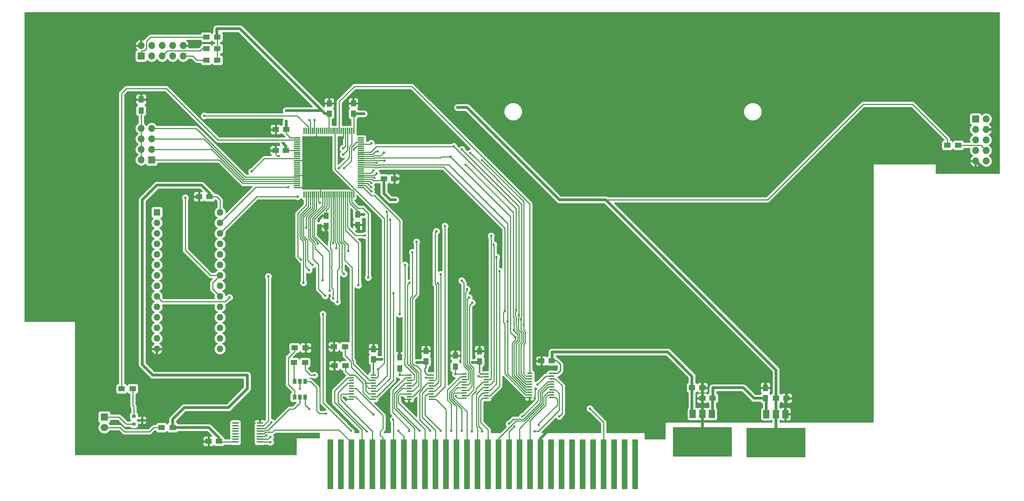
<source format=gbr>
%TF.GenerationSoftware,KiCad,Pcbnew,4.0.7-e2-6376~61~ubuntu18.04.1*%
%TF.CreationDate,2018-07-10T18:24:55-07:00*%
%TF.ProjectId,tipi-peb,746970692D7065622E6B696361645F70,rev?*%
%TF.FileFunction,Copper,L1,Top,Signal*%
%FSLAX46Y46*%
G04 Gerber Fmt 4.6, Leading zero omitted, Abs format (unit mm)*
G04 Created by KiCad (PCBNEW 4.0.7-e2-6376~61~ubuntu18.04.1) date Tue Jul 10 18:24:55 2018*
%MOMM*%
%LPD*%
G01*
G04 APERTURE LIST*
%ADD10C,0.150000*%
%ADD11R,1.500000X1.250000*%
%ADD12R,1.250000X1.500000*%
%ADD13R,1.700000X1.700000*%
%ADD14O,1.700000X1.700000*%
%ADD15R,1.800000X1.800000*%
%ADD16C,1.800000*%
%ADD17R,1.400000X12.000000*%
%ADD18R,0.900000X0.800000*%
%ADD19R,1.500000X1.300000*%
%ADD20R,1.300000X1.500000*%
%ADD21R,1.600000X1.600000*%
%ADD22O,1.600000X1.600000*%
%ADD23R,1.270000X0.406400*%
%ADD24R,1.500000X0.300000*%
%ADD25R,0.300000X1.500000*%
%ADD26R,1.500000X0.450000*%
%ADD27R,3.800000X2.000000*%
%ADD28R,1.500000X2.000000*%
%ADD29R,0.970000X1.270000*%
%ADD30C,0.600000*%
%ADD31C,0.250000*%
%ADD32C,0.650000*%
%ADD33C,0.350000*%
%ADD34C,0.254000*%
G04 APERTURE END LIST*
D10*
D11*
X64556000Y-158496000D03*
X67056000Y-158496000D03*
X62270000Y-99314000D03*
X64770000Y-99314000D03*
D12*
X104394000Y-136184000D03*
X104394000Y-138684000D03*
X130048000Y-136692000D03*
X130048000Y-139192000D03*
X93726000Y-79248000D03*
X93726000Y-76748000D03*
D11*
X83312000Y-83058000D03*
X80812000Y-83058000D03*
D12*
X92964000Y-103926000D03*
X92964000Y-106426000D03*
X117094000Y-136672000D03*
X117094000Y-139172000D03*
X100584000Y-103632000D03*
X100584000Y-106132000D03*
D11*
X106934000Y-94996000D03*
X109434000Y-94996000D03*
D12*
X99568000Y-79228000D03*
X99568000Y-76728000D03*
D11*
X83292000Y-88138000D03*
X80792000Y-88138000D03*
X144992643Y-139059519D03*
X147492643Y-139059519D03*
D12*
X199136000Y-148082000D03*
X199136000Y-145582000D03*
D11*
X186396000Y-148082000D03*
X183896000Y-148082000D03*
X201716000Y-148082000D03*
X204216000Y-148082000D03*
X181396000Y-145542000D03*
X183896000Y-145542000D03*
D13*
X50800000Y-90424000D03*
D14*
X48260000Y-90424000D03*
X50800000Y-87884000D03*
X48260000Y-87884000D03*
X50800000Y-85344000D03*
X48260000Y-85344000D03*
X50800000Y-82804000D03*
X48260000Y-82804000D03*
D15*
X39370000Y-152654000D03*
D16*
X39370000Y-155194000D03*
D17*
X165100000Y-164084000D03*
X167640000Y-164084000D03*
X162560000Y-164084000D03*
X160020000Y-164084000D03*
X157480000Y-164084000D03*
X154940000Y-164084000D03*
X152400000Y-164084000D03*
X149860000Y-164084000D03*
X147320000Y-164084000D03*
X144780000Y-164084000D03*
X142240000Y-164084000D03*
X139700000Y-164084000D03*
X137160000Y-164084000D03*
X134620000Y-164084000D03*
X132080000Y-164084000D03*
X129540000Y-164084000D03*
X127000000Y-164084000D03*
X124460000Y-164084000D03*
X121920000Y-164084000D03*
X119380000Y-164084000D03*
X116840000Y-164084000D03*
X114300000Y-164084000D03*
X111760000Y-164084000D03*
X109220000Y-164084000D03*
X106680000Y-164084000D03*
X104140000Y-164084000D03*
X101600000Y-164084000D03*
X99060000Y-164084000D03*
X96520000Y-164084000D03*
X93980000Y-164084000D03*
D13*
X48260000Y-65278000D03*
D14*
X48260000Y-62738000D03*
X50800000Y-65278000D03*
X50800000Y-62738000D03*
X53340000Y-65278000D03*
X53340000Y-62738000D03*
X55880000Y-65278000D03*
X55880000Y-62738000D03*
X58420000Y-65278000D03*
X58420000Y-62738000D03*
D18*
X46514000Y-152466000D03*
X46514000Y-154366000D03*
X48514000Y-153416000D03*
D19*
X94996000Y-140208000D03*
X97696000Y-140208000D03*
D20*
X124206000Y-137762000D03*
X124206000Y-140462000D03*
X110744000Y-138176000D03*
X110744000Y-140876000D03*
X48260000Y-78486000D03*
X48260000Y-75786000D03*
D19*
X46228000Y-145796000D03*
X43528000Y-145796000D03*
X55880000Y-155194000D03*
X53180000Y-155194000D03*
X64008000Y-66294000D03*
X66708000Y-66294000D03*
X64008000Y-63500000D03*
X66708000Y-63500000D03*
X64008000Y-60706000D03*
X66708000Y-60706000D03*
D13*
X249936000Y-80518000D03*
D14*
X252476000Y-80518000D03*
X249936000Y-83058000D03*
X252476000Y-83058000D03*
X249936000Y-85598000D03*
X252476000Y-85598000D03*
X249936000Y-88138000D03*
X252476000Y-88138000D03*
X249936000Y-90678000D03*
X252476000Y-90678000D03*
D21*
X52070000Y-103124000D03*
D22*
X67310000Y-136144000D03*
X52070000Y-105664000D03*
X67310000Y-133604000D03*
X52070000Y-108204000D03*
X67310000Y-131064000D03*
X52070000Y-110744000D03*
X67310000Y-128524000D03*
X52070000Y-113284000D03*
X67310000Y-125984000D03*
X52070000Y-115824000D03*
X67310000Y-123444000D03*
X52070000Y-118364000D03*
X67310000Y-120904000D03*
X52070000Y-120904000D03*
X67310000Y-118364000D03*
X52070000Y-123444000D03*
X67310000Y-115824000D03*
X52070000Y-125984000D03*
X67310000Y-113284000D03*
X52070000Y-128524000D03*
X67310000Y-110744000D03*
X52070000Y-131064000D03*
X67310000Y-108204000D03*
X52070000Y-133604000D03*
X67310000Y-105664000D03*
X52070000Y-136144000D03*
X67310000Y-103124000D03*
D23*
X99060000Y-142494000D03*
X99060000Y-143129000D03*
X99060000Y-143789400D03*
X99060000Y-144449800D03*
X99060000Y-145084800D03*
X99060000Y-145745200D03*
X99060000Y-146405600D03*
X99060000Y-147040600D03*
X99060000Y-147701000D03*
X99060000Y-148336000D03*
X104394000Y-148336000D03*
X104394000Y-147701000D03*
X104394000Y-147040600D03*
X104394000Y-146405600D03*
X104394000Y-145745200D03*
X104394000Y-145084800D03*
X104394000Y-144449800D03*
X104394000Y-143789400D03*
X104394000Y-143129000D03*
X104394000Y-142494000D03*
X126373867Y-142267125D03*
X126373867Y-142902125D03*
X126373867Y-143562525D03*
X126373867Y-144222925D03*
X126373867Y-144857925D03*
X126373867Y-145518325D03*
X126373867Y-146178725D03*
X126373867Y-146813725D03*
X126373867Y-147474125D03*
X126373867Y-148109125D03*
X131707867Y-148109125D03*
X131707867Y-147474125D03*
X131707867Y-146813725D03*
X131707867Y-146178725D03*
X131707867Y-145518325D03*
X131707867Y-144857925D03*
X131707867Y-144222925D03*
X131707867Y-143562525D03*
X131707867Y-142902125D03*
X131707867Y-142267125D03*
X113030000Y-142494000D03*
X113030000Y-143129000D03*
X113030000Y-143789400D03*
X113030000Y-144449800D03*
X113030000Y-145084800D03*
X113030000Y-145745200D03*
X113030000Y-146405600D03*
X113030000Y-147040600D03*
X113030000Y-147701000D03*
X113030000Y-148336000D03*
X118364000Y-148336000D03*
X118364000Y-147701000D03*
X118364000Y-147040600D03*
X118364000Y-146405600D03*
X118364000Y-145745200D03*
X118364000Y-145084800D03*
X118364000Y-144449800D03*
X118364000Y-143789400D03*
X118364000Y-143129000D03*
X118364000Y-142494000D03*
D24*
X101354000Y-97106000D03*
X101354000Y-96606000D03*
X101354000Y-96106000D03*
X101354000Y-95606000D03*
X101354000Y-95106000D03*
X101354000Y-94606000D03*
X101354000Y-94106000D03*
X101354000Y-93606000D03*
X101354000Y-93106000D03*
X101354000Y-92606000D03*
X101354000Y-92106000D03*
X101354000Y-91606000D03*
X101354000Y-91106000D03*
X101354000Y-90606000D03*
X101354000Y-90106000D03*
X101354000Y-89606000D03*
X101354000Y-89106000D03*
X101354000Y-88606000D03*
X101354000Y-88106000D03*
X101354000Y-87606000D03*
X101354000Y-87106000D03*
X101354000Y-86606000D03*
X101354000Y-86106000D03*
X101354000Y-85606000D03*
X101354000Y-85106000D03*
D25*
X99654000Y-83406000D03*
X99154000Y-83406000D03*
X98654000Y-83406000D03*
X98154000Y-83406000D03*
X97654000Y-83406000D03*
X97154000Y-83406000D03*
X96654000Y-83406000D03*
X96154000Y-83406000D03*
X95654000Y-83406000D03*
X95154000Y-83406000D03*
X94654000Y-83406000D03*
X94154000Y-83406000D03*
X93654000Y-83406000D03*
X93154000Y-83406000D03*
X92654000Y-83406000D03*
X92154000Y-83406000D03*
X91654000Y-83406000D03*
X91154000Y-83406000D03*
X90654000Y-83406000D03*
X90154000Y-83406000D03*
X89654000Y-83406000D03*
X89154000Y-83406000D03*
X88654000Y-83406000D03*
X88154000Y-83406000D03*
X87654000Y-83406000D03*
D24*
X85954000Y-85106000D03*
X85954000Y-85606000D03*
X85954000Y-86106000D03*
X85954000Y-86606000D03*
X85954000Y-87106000D03*
X85954000Y-87606000D03*
X85954000Y-88106000D03*
X85954000Y-88606000D03*
X85954000Y-89106000D03*
X85954000Y-89606000D03*
X85954000Y-90106000D03*
X85954000Y-90606000D03*
X85954000Y-91106000D03*
X85954000Y-91606000D03*
X85954000Y-92106000D03*
X85954000Y-92606000D03*
X85954000Y-93106000D03*
X85954000Y-93606000D03*
X85954000Y-94106000D03*
X85954000Y-94606000D03*
X85954000Y-95106000D03*
X85954000Y-95606000D03*
X85954000Y-96106000D03*
X85954000Y-96606000D03*
X85954000Y-97106000D03*
D25*
X87654000Y-98806000D03*
X88154000Y-98806000D03*
X88654000Y-98806000D03*
X89154000Y-98806000D03*
X89654000Y-98806000D03*
X90154000Y-98806000D03*
X90654000Y-98806000D03*
X91154000Y-98806000D03*
X91654000Y-98806000D03*
X92154000Y-98806000D03*
X92654000Y-98806000D03*
X93154000Y-98806000D03*
X93654000Y-98806000D03*
X94154000Y-98806000D03*
X94654000Y-98806000D03*
X95154000Y-98806000D03*
X95654000Y-98806000D03*
X96154000Y-98806000D03*
X96654000Y-98806000D03*
X97154000Y-98806000D03*
X97654000Y-98806000D03*
X98154000Y-98806000D03*
X98654000Y-98806000D03*
X99154000Y-98806000D03*
X99654000Y-98806000D03*
D23*
X142158643Y-142107519D03*
X142158643Y-142742519D03*
X142158643Y-143402919D03*
X142158643Y-144063319D03*
X142158643Y-144698319D03*
X142158643Y-145358719D03*
X142158643Y-146019119D03*
X142158643Y-146654119D03*
X142158643Y-147314519D03*
X142158643Y-147949519D03*
X147492643Y-147949519D03*
X147492643Y-147314519D03*
X147492643Y-146654119D03*
X147492643Y-146019119D03*
X147492643Y-145358719D03*
X147492643Y-144698319D03*
X147492643Y-144063319D03*
X147492643Y-143402919D03*
X147492643Y-142742519D03*
X147492643Y-142107519D03*
D26*
X76962000Y-158668000D03*
X76962000Y-158018000D03*
X76962000Y-157368000D03*
X76962000Y-156718000D03*
X76962000Y-156068000D03*
X76962000Y-155418000D03*
X76962000Y-154768000D03*
X76962000Y-154118000D03*
X71062000Y-154118000D03*
X71062000Y-154768000D03*
X71062000Y-155418000D03*
X71062000Y-156068000D03*
X71062000Y-156718000D03*
X71062000Y-157368000D03*
X71062000Y-158018000D03*
X71062000Y-158668000D03*
D19*
X97536000Y-135636000D03*
X94836000Y-135636000D03*
D27*
X183896000Y-158192000D03*
D28*
X183896000Y-151892000D03*
X181596000Y-151892000D03*
X186196000Y-151892000D03*
D27*
X201676000Y-158242000D03*
D28*
X201676000Y-151942000D03*
X199376000Y-151942000D03*
X203976000Y-151942000D03*
D19*
X245778000Y-86868000D03*
X243078000Y-86868000D03*
D29*
X85344000Y-147828000D03*
X86614000Y-147828000D03*
X87884000Y-147828000D03*
X85344000Y-144018000D03*
X86614000Y-144018000D03*
X87884000Y-144018000D03*
D19*
X88044000Y-135890000D03*
X85344000Y-135890000D03*
X87884000Y-139446000D03*
X85184000Y-139446000D03*
D30*
X89662000Y-135890000D03*
X77724000Y-152146000D03*
X114808000Y-107696000D03*
X134112000Y-154178000D03*
X165100000Y-150368000D03*
X204216000Y-145542000D03*
X199159749Y-143608516D03*
X183896000Y-143510000D03*
X45974000Y-74168000D03*
X94996000Y-133604000D03*
X124206000Y-134620000D03*
X130048000Y-134620000D03*
X144018000Y-136906000D03*
X104394000Y-134112000D03*
X89906127Y-88925056D03*
X87691337Y-90028176D03*
X110490000Y-135890000D03*
X117094000Y-134874000D03*
X189484000Y-161036000D03*
X186944000Y-161036000D03*
X189484000Y-156210000D03*
X178308000Y-156210000D03*
X178308000Y-161036000D03*
X180594000Y-161036000D03*
X183896000Y-161036000D03*
X99679032Y-87884000D03*
X96229685Y-86020512D03*
X81534000Y-89480990D03*
X140335096Y-148112787D03*
X93218000Y-108458000D03*
X100838000Y-107696000D03*
X93726000Y-74422000D03*
X100076000Y-74930000D03*
X98044000Y-96774000D03*
X91186000Y-85090000D03*
X81534000Y-84836000D03*
X87630000Y-93726000D03*
X87630000Y-96520000D03*
X107696000Y-155956000D03*
X107188000Y-149098000D03*
X100330000Y-155956000D03*
X94234000Y-149860000D03*
X97206738Y-147937823D03*
X124302316Y-147605871D03*
X111314696Y-147896329D03*
X90170000Y-142494000D03*
X73914000Y-142494000D03*
X147574000Y-136906000D03*
X128270000Y-139446000D03*
X114808000Y-139446000D03*
X106426000Y-138684000D03*
X160528000Y-100076000D03*
X83312000Y-78486000D03*
X82550000Y-86360000D03*
X83312000Y-81026000D03*
X66548000Y-58674000D03*
X91948000Y-78486000D03*
X102108000Y-79248000D03*
X124714000Y-77724000D03*
X91186000Y-105156000D03*
X102108000Y-103632000D03*
X149352000Y-100076000D03*
X109728000Y-100076000D03*
X204724000Y-161290000D03*
X207518000Y-161290000D03*
X207518000Y-156464000D03*
X196088000Y-156464000D03*
X196088000Y-161290000D03*
X198628000Y-161290000D03*
X201676000Y-161290000D03*
X186436000Y-145542000D03*
X88901640Y-150727773D03*
X104394000Y-152048328D03*
X144425653Y-154633710D03*
X143367547Y-156101032D03*
X149309912Y-152498339D03*
X137165766Y-154271234D03*
X130710632Y-156158890D03*
X128179362Y-156090106D03*
X125730000Y-155956000D03*
X123190000Y-155956000D03*
X120650000Y-155956000D03*
X118172041Y-155914843D03*
X115570000Y-155956000D03*
X113081987Y-155997384D03*
X79502000Y-157480000D03*
X102777936Y-156135483D03*
X110744000Y-127762000D03*
X92202000Y-127762000D03*
X98990977Y-155946163D03*
X92975726Y-151843615D03*
X156718000Y-150622000D03*
X140434093Y-152498339D03*
X138430000Y-154940000D03*
X110401828Y-155964421D03*
X79502000Y-158750000D03*
X109157008Y-153249054D03*
X78514412Y-157049486D03*
X63500000Y-79756000D03*
X91440000Y-100838000D03*
X88900000Y-80772000D03*
X90170000Y-80772000D03*
X129794000Y-142748000D03*
X124206000Y-142240000D03*
X117140439Y-143138990D03*
X110737165Y-142480427D03*
X103886000Y-86360000D03*
X104394000Y-92964000D03*
X104648000Y-94731010D03*
X103886000Y-97028000D03*
X103886000Y-98044000D03*
X103886000Y-96012000D03*
X105156000Y-93726000D03*
X78994000Y-118618000D03*
X103124000Y-118872000D03*
X138685023Y-133350000D03*
X123065853Y-89688620D03*
X88141023Y-106875744D03*
X121666000Y-106426000D03*
X140724881Y-130302000D03*
X107152836Y-90556011D03*
X130695877Y-90505752D03*
X90928405Y-110653733D03*
X132856507Y-108783986D03*
X140090990Y-129032000D03*
X106934000Y-88646000D03*
X127825292Y-88744287D03*
X133486990Y-110911374D03*
X95418506Y-111760000D03*
X139595800Y-128016000D03*
X105410000Y-88392000D03*
X125788907Y-87892458D03*
X86899010Y-114559410D03*
X134182566Y-113925119D03*
X138865290Y-126746000D03*
X123821320Y-87157808D03*
X134874000Y-117348000D03*
X88819181Y-117063782D03*
X58928000Y-99568000D03*
X74930000Y-93218000D03*
X92146255Y-119516990D03*
X125730000Y-119634000D03*
X87521074Y-120144096D03*
X113166990Y-120142000D03*
X93868765Y-122056990D03*
X127000000Y-121666000D03*
X127508000Y-123698000D03*
X94720528Y-123932898D03*
X69596000Y-123698000D03*
X112014000Y-115824000D03*
X89653971Y-115836149D03*
X128270000Y-124968000D03*
X95709082Y-124755477D03*
X98344867Y-112406749D03*
X113792000Y-112776000D03*
X136147132Y-127000000D03*
X114808000Y-110236000D03*
X94654000Y-110606441D03*
X136859160Y-129540000D03*
X86106000Y-99314000D03*
X97028000Y-89154000D03*
X138415279Y-131572000D03*
X105205691Y-91181021D03*
X126692092Y-91577287D03*
X97028000Y-87630000D03*
X83820000Y-97028000D03*
X109220000Y-122682000D03*
X92766216Y-123307888D03*
X96012000Y-92456000D03*
X108458000Y-104902000D03*
X107635051Y-102930949D03*
X97282000Y-92456000D03*
X105499348Y-141143084D03*
X144018000Y-144780000D03*
X97273108Y-117992990D03*
X120650000Y-118110000D03*
X100769429Y-120767010D03*
X120024990Y-120271562D03*
X102358110Y-108683341D03*
X119634000Y-107696000D03*
X102565520Y-144496597D03*
X79756000Y-153924000D03*
X86614000Y-145796000D03*
D31*
X76962000Y-152908000D02*
X77424001Y-152445999D01*
X76962000Y-154118000D02*
X76962000Y-152908000D01*
X77424001Y-152445999D02*
X77724000Y-152146000D01*
X88044000Y-135890000D02*
X89662000Y-135890000D01*
D32*
X115107999Y-97327999D02*
X112776000Y-94996000D01*
X115107999Y-107396001D02*
X115107999Y-97327999D01*
X114808000Y-107696000D02*
X115107999Y-107396001D01*
X112776000Y-94996000D02*
X109434000Y-94996000D01*
X100838000Y-107696000D02*
X100838000Y-106386000D01*
D31*
X100838000Y-106386000D02*
X100584000Y-106132000D01*
X134112000Y-154178000D02*
X140177213Y-148112787D01*
X140177213Y-148112787D02*
X140335096Y-148112787D01*
D32*
X155956000Y-148590000D02*
X163322000Y-148590000D01*
X144780000Y-157834000D02*
X148944000Y-153670000D01*
X144780000Y-164084000D02*
X144780000Y-157834000D01*
X148944000Y-153670000D02*
X150876000Y-153670000D01*
X150876000Y-153670000D02*
X155956000Y-148590000D01*
X163322000Y-148590000D02*
X165100000Y-150368000D01*
D31*
X199136000Y-143632265D02*
X199159749Y-143608516D01*
D32*
X204216000Y-148082000D02*
X204216000Y-145542000D01*
X199136000Y-145582000D02*
X199136000Y-143632265D01*
X183896000Y-143510000D02*
X183896000Y-145542000D01*
D31*
X47642000Y-74168000D02*
X45974000Y-74168000D01*
X48260000Y-75786000D02*
X48260000Y-74786000D01*
X48260000Y-74786000D02*
X47642000Y-74168000D01*
X94996000Y-140208000D02*
X94996000Y-135796000D01*
X94996000Y-135796000D02*
X94836000Y-135636000D01*
X94836000Y-135636000D02*
X94836000Y-133764000D01*
X94836000Y-133764000D02*
X94996000Y-133604000D01*
X124206000Y-134620000D02*
X124206000Y-137762000D01*
X130048000Y-134620000D02*
X130048000Y-136692000D01*
X144992643Y-139059519D02*
X144992643Y-137880643D01*
X144992643Y-137880643D02*
X144018000Y-136906000D01*
X104394000Y-136184000D02*
X104394000Y-134112000D01*
X91654000Y-98806000D02*
X91654000Y-90672929D01*
X87391338Y-90328175D02*
X87691337Y-90028176D01*
X85954000Y-90606000D02*
X87113513Y-90606000D01*
X87113513Y-90606000D02*
X87391338Y-90328175D01*
X90206126Y-89225055D02*
X89906127Y-88925056D01*
X91654000Y-90672929D02*
X90206126Y-89225055D01*
X110490000Y-135890000D02*
X110490000Y-137922000D01*
X110490000Y-137922000D02*
X110744000Y-138176000D01*
X117094000Y-136672000D02*
X117094000Y-134874000D01*
D32*
X252476000Y-83058000D02*
X254000000Y-83058000D01*
X254000000Y-83058000D02*
X255016000Y-84074000D01*
X255016000Y-84074000D02*
X255016000Y-91395253D01*
X255016000Y-91395253D02*
X253447253Y-92964000D01*
X253447253Y-92964000D02*
X252222000Y-92964000D01*
X252222000Y-92964000D02*
X249936000Y-90678000D01*
D31*
X183896000Y-151892000D02*
X183896000Y-153142000D01*
D32*
X183896000Y-153142000D02*
X183896000Y-158192000D01*
D31*
X189484000Y-161036000D02*
X186944000Y-161036000D01*
X189484000Y-156210000D02*
X189484000Y-161036000D01*
X178308000Y-161036000D02*
X178308000Y-156210000D01*
X183896000Y-158192000D02*
X183896000Y-161036000D01*
X99679032Y-87780968D02*
X99679032Y-87884000D01*
X101354000Y-87106000D02*
X100354000Y-87106000D01*
X100354000Y-87106000D02*
X99679032Y-87780968D01*
X96529684Y-85720513D02*
X96229685Y-86020512D01*
X97154000Y-85096197D02*
X96529684Y-85720513D01*
X97154000Y-83406000D02*
X97154000Y-85096197D01*
X81259990Y-89480990D02*
X81534000Y-89480990D01*
X80792000Y-89013000D02*
X81259990Y-89480990D01*
X80792000Y-88138000D02*
X80792000Y-89013000D01*
X140498364Y-147949519D02*
X140335096Y-148112787D01*
X142158643Y-147949519D02*
X140498364Y-147949519D01*
D32*
X92964000Y-108204000D02*
X93218000Y-108458000D01*
X92964000Y-106426000D02*
X92964000Y-108204000D01*
D31*
X93726000Y-76748000D02*
X93726000Y-74422000D01*
X99568000Y-76728000D02*
X99568000Y-75438000D01*
X99568000Y-75438000D02*
X100076000Y-74930000D01*
X99629001Y-97795999D02*
X99564001Y-97730999D01*
X99654000Y-98806000D02*
X99629001Y-98781001D01*
X99629001Y-98781001D02*
X99629001Y-97795999D01*
X99564001Y-97730999D02*
X99000999Y-97730999D01*
X99000999Y-97730999D02*
X98044000Y-96774000D01*
X90654000Y-83406000D02*
X90654000Y-84558000D01*
X90654000Y-84558000D02*
X91186000Y-85090000D01*
X80812000Y-83058000D02*
X80812000Y-84114000D01*
X80812000Y-84114000D02*
X81534000Y-84836000D01*
X85954000Y-94106000D02*
X87250000Y-94106000D01*
X87250000Y-94106000D02*
X87630000Y-93726000D01*
X85954000Y-97106000D02*
X87044000Y-97106000D01*
X87044000Y-97106000D02*
X87630000Y-96520000D01*
D32*
X107696000Y-155956000D02*
X107696000Y-149606000D01*
X107696000Y-149606000D02*
X107188000Y-149098000D01*
X100330000Y-155956000D02*
X94234000Y-149860000D01*
D31*
X97604915Y-148336000D02*
X97506737Y-148237822D01*
X99060000Y-148336000D02*
X97604915Y-148336000D01*
X97506737Y-148237822D02*
X97206738Y-147937823D01*
X126373867Y-148109125D02*
X124805570Y-148109125D01*
X124805570Y-148109125D02*
X124602315Y-147905870D01*
X124602315Y-147905870D02*
X124302316Y-147605871D01*
X111754367Y-148336000D02*
X111614695Y-148196328D01*
X111614695Y-148196328D02*
X111314696Y-147896329D01*
X113030000Y-148336000D02*
X111754367Y-148336000D01*
X80812000Y-88118000D02*
X80792000Y-88138000D01*
D32*
X183896000Y-148082000D02*
X183896000Y-151942000D01*
X183896000Y-145542000D02*
X183896000Y-148082000D01*
X203976000Y-151942000D02*
X203976000Y-148322000D01*
D31*
X203976000Y-148322000D02*
X204216000Y-148082000D01*
X87884000Y-139446000D02*
X87884000Y-141188302D01*
X87884000Y-141188302D02*
X89189698Y-142494000D01*
X89189698Y-142494000D02*
X90170000Y-142494000D01*
D32*
X58674000Y-150368000D02*
X55880000Y-153162000D01*
X73914000Y-142494000D02*
X73914000Y-145796000D01*
X73914000Y-145796000D02*
X69342000Y-150368000D01*
X69342000Y-150368000D02*
X58674000Y-150368000D01*
X55880000Y-153162000D02*
X55880000Y-155194000D01*
X64770000Y-99314000D02*
X64770000Y-98439000D01*
X64770000Y-98439000D02*
X62851000Y-96520000D01*
X62851000Y-96520000D02*
X52070000Y-96520000D01*
X52070000Y-96520000D02*
X48514000Y-100076000D01*
X48514000Y-100076000D02*
X48514000Y-139954000D01*
X48514000Y-139954000D02*
X51054000Y-142494000D01*
X51054000Y-142494000D02*
X73914000Y-142494000D01*
D31*
X64770000Y-99314000D02*
X66548000Y-99314000D01*
X66548000Y-99314000D02*
X67310000Y-100076000D01*
X67310000Y-100076000D02*
X67310000Y-103124000D01*
D32*
X175514000Y-136906000D02*
X181396000Y-142788000D01*
X147574000Y-136906000D02*
X175514000Y-136906000D01*
X181396000Y-142788000D02*
X181396000Y-145542000D01*
X147574000Y-136906000D02*
X147574000Y-138978162D01*
D31*
X147574000Y-138978162D02*
X147492643Y-139059519D01*
D32*
X128270000Y-139446000D02*
X129794000Y-139446000D01*
D31*
X129794000Y-139446000D02*
X130048000Y-139192000D01*
D32*
X114808000Y-139446000D02*
X116820000Y-139446000D01*
D31*
X116820000Y-139446000D02*
X117094000Y-139172000D01*
D32*
X104394000Y-138684000D02*
X106426000Y-138684000D01*
D33*
X104394000Y-138684000D02*
X104394000Y-139559000D01*
X104394000Y-139559000D02*
X104394000Y-142494000D01*
X118364000Y-142494000D02*
X117490258Y-142494000D01*
X117094000Y-140716000D02*
X117094000Y-139172000D01*
X116840000Y-140970000D02*
X117094000Y-140716000D01*
X116840000Y-141843742D02*
X116840000Y-140970000D01*
X117490258Y-142494000D02*
X116840000Y-141843742D01*
X147492643Y-142107519D02*
X148976481Y-142107519D01*
X148711519Y-139059519D02*
X147492643Y-139059519D01*
X149606000Y-141478000D02*
X149606000Y-139954000D01*
X148976481Y-142107519D02*
X149606000Y-141478000D01*
X149606000Y-139954000D02*
X148711519Y-139059519D01*
D32*
X67056000Y-158496000D02*
X67056000Y-157621000D01*
X56880000Y-155194000D02*
X55880000Y-155194000D01*
X64629000Y-155194000D02*
X56880000Y-155194000D01*
X67056000Y-157621000D02*
X64629000Y-155194000D01*
D31*
X71062000Y-158668000D02*
X67228000Y-158668000D01*
X67228000Y-158668000D02*
X67056000Y-158496000D01*
D33*
X130048000Y-141986000D02*
X130329125Y-142267125D01*
X130329125Y-142267125D02*
X131707867Y-142267125D01*
X130048000Y-139192000D02*
X130048000Y-141986000D01*
D31*
X116586000Y-139172000D02*
X117073697Y-139659697D01*
D32*
X181396000Y-145542000D02*
X181396000Y-151742000D01*
D31*
X181396000Y-151742000D02*
X181596000Y-151942000D01*
X55780000Y-155194000D02*
X55880000Y-155194000D01*
X243078000Y-86868000D02*
X243078000Y-85344000D01*
X243078000Y-85344000D02*
X234696000Y-76962000D01*
X234696000Y-76962000D02*
X222758000Y-76962000D01*
X222758000Y-76962000D02*
X199644000Y-100076000D01*
X199644000Y-100076000D02*
X160528000Y-100076000D01*
D32*
X83312000Y-78486000D02*
X91948000Y-78486000D01*
X83312000Y-81026000D02*
X83312000Y-83058000D01*
X83292000Y-87102000D02*
X82550000Y-86360000D01*
X83292000Y-88138000D02*
X83292000Y-87102000D01*
X91948000Y-78486000D02*
X91948000Y-78479302D01*
X72142698Y-58674000D02*
X66548000Y-58674000D01*
X91948000Y-78479302D02*
X72142698Y-58674000D01*
X66548000Y-58674000D02*
X66548000Y-60546000D01*
D31*
X66548000Y-60546000D02*
X66708000Y-60706000D01*
X66708000Y-63500000D02*
X66708000Y-66294000D01*
X66708000Y-60706000D02*
X66708000Y-63500000D01*
D32*
X92710000Y-79248000D02*
X91948000Y-78486000D01*
X93726000Y-79248000D02*
X92710000Y-79248000D01*
X102108000Y-79248000D02*
X99588000Y-79248000D01*
D31*
X99588000Y-79248000D02*
X99568000Y-79228000D01*
D32*
X149352000Y-100076000D02*
X137420266Y-88144266D01*
X127000000Y-77724000D02*
X124714000Y-77724000D01*
X137420266Y-88144266D02*
X127000000Y-77724000D01*
X102108000Y-103632000D02*
X100584000Y-103632000D01*
X92089000Y-103926000D02*
X91186000Y-104829000D01*
X92964000Y-103926000D02*
X92089000Y-103926000D01*
X91186000Y-104829000D02*
X91186000Y-105156000D01*
X108458000Y-100076000D02*
X106934000Y-98552000D01*
X201716000Y-148082000D02*
X201716000Y-141264000D01*
X201716000Y-141264000D02*
X160528000Y-100076000D01*
X160528000Y-100076000D02*
X149352000Y-100076000D01*
X109728000Y-100076000D02*
X108458000Y-100076000D01*
X106934000Y-98552000D02*
X106934000Y-94996000D01*
X201676000Y-151942000D02*
X201676000Y-158242000D01*
D31*
X207518000Y-161290000D02*
X204724000Y-161290000D01*
X196088000Y-156464000D02*
X207518000Y-156464000D01*
X198628000Y-161290000D02*
X196088000Y-161290000D01*
X201676000Y-158242000D02*
X201676000Y-161290000D01*
X101354000Y-95106000D02*
X104097986Y-95106000D01*
X104097986Y-95106000D02*
X104409144Y-95417158D01*
X104409144Y-95417158D02*
X106387842Y-95417158D01*
X106387842Y-95417158D02*
X106809000Y-94996000D01*
X106809000Y-94996000D02*
X106934000Y-94996000D01*
X99548000Y-79248000D02*
X99568000Y-79228000D01*
X83292000Y-83078000D02*
X83312000Y-83058000D01*
X93654000Y-101926000D02*
X92964000Y-102616000D01*
X92964000Y-102616000D02*
X92964000Y-103926000D01*
X93654000Y-98806000D02*
X93654000Y-101926000D01*
X100584000Y-102802300D02*
X100584000Y-103632000D01*
X98654000Y-100872300D02*
X100584000Y-102802300D01*
X98654000Y-98806000D02*
X98654000Y-100872300D01*
X99654000Y-83406000D02*
X99654000Y-79314000D01*
X99654000Y-79314000D02*
X99568000Y-79228000D01*
X93654000Y-83406000D02*
X93654000Y-79320000D01*
X93654000Y-79320000D02*
X93726000Y-79248000D01*
X84344000Y-85106000D02*
X83312000Y-84074000D01*
X83312000Y-84074000D02*
X83312000Y-83058000D01*
X85954000Y-85106000D02*
X84344000Y-85106000D01*
X85954000Y-88106000D02*
X83324000Y-88106000D01*
X83324000Y-88106000D02*
X83292000Y-88138000D01*
D32*
X201716000Y-148082000D02*
X201716000Y-151902000D01*
D31*
X201716000Y-151902000D02*
X201676000Y-151942000D01*
D32*
X193802000Y-145542000D02*
X196342000Y-148082000D01*
X186436000Y-145542000D02*
X193802000Y-145542000D01*
X196342000Y-148082000D02*
X199136000Y-148082000D01*
X186436000Y-145542000D02*
X186436000Y-148042000D01*
X199376000Y-151942000D02*
X199376000Y-148322000D01*
D31*
X199376000Y-148322000D02*
X199136000Y-148082000D01*
D32*
X186396000Y-148082000D02*
X186396000Y-151742000D01*
D31*
X186396000Y-151742000D02*
X186196000Y-151942000D01*
X186436000Y-148042000D02*
X186396000Y-148082000D01*
X199136000Y-151702000D02*
X199376000Y-151942000D01*
X48260000Y-87884000D02*
X48260000Y-90424000D01*
X48260000Y-85344000D02*
X48260000Y-87884000D01*
X48260000Y-82804000D02*
X48260000Y-85344000D01*
X48260000Y-78486000D02*
X48260000Y-82804000D01*
X67190142Y-90424000D02*
X50800000Y-90424000D01*
X85954000Y-96106000D02*
X72872142Y-96106000D01*
X72872142Y-96106000D02*
X67190142Y-90424000D01*
X52002081Y-87884000D02*
X50800000Y-87884000D01*
X65286552Y-87884000D02*
X52002081Y-87884000D01*
X73008552Y-95606000D02*
X65286552Y-87884000D01*
X85954000Y-95606000D02*
X73008552Y-95606000D01*
X85954000Y-95106000D02*
X73213580Y-95106000D01*
X52002081Y-85344000D02*
X50800000Y-85344000D01*
X73213580Y-95106000D02*
X63451580Y-85344000D01*
X63451580Y-85344000D02*
X52002081Y-85344000D01*
X85954000Y-94606000D02*
X85929001Y-94581001D01*
X85929001Y-94581001D02*
X73364973Y-94581001D01*
X73364973Y-94581001D02*
X61587972Y-82804000D01*
X61587972Y-82804000D02*
X52002081Y-82804000D01*
X52002081Y-82804000D02*
X50800000Y-82804000D01*
X42926000Y-152654000D02*
X39370000Y-152654000D01*
X44638000Y-154366000D02*
X42926000Y-152654000D01*
X44638000Y-154366000D02*
X46514000Y-154366000D01*
X53180000Y-155194000D02*
X51308000Y-155194000D01*
X51308000Y-155194000D02*
X50292000Y-156210000D01*
X50292000Y-156210000D02*
X44196000Y-156210000D01*
X44196000Y-156210000D02*
X43180000Y-155194000D01*
X43180000Y-155194000D02*
X40642792Y-155194000D01*
X40642792Y-155194000D02*
X39370000Y-155194000D01*
X88901640Y-150727773D02*
X87884000Y-149710133D01*
X87884000Y-149710133D02*
X87884000Y-147828000D01*
X104094001Y-151748329D02*
X104394000Y-152048328D01*
X100046672Y-147701000D02*
X104094001Y-151748329D01*
X99060000Y-147701000D02*
X100046672Y-147701000D01*
X148844000Y-148336000D02*
X148457519Y-147949519D01*
X148457519Y-147949519D02*
X147492643Y-147949519D01*
X148844000Y-149791099D02*
X148844000Y-148336000D01*
X144425653Y-154633710D02*
X144425653Y-154209446D01*
X144425653Y-154209446D02*
X148844000Y-149791099D01*
X143791811Y-156101032D02*
X143367547Y-156101032D01*
X144239999Y-156101032D02*
X143791811Y-156101032D01*
X149294011Y-146935487D02*
X149294011Y-151047020D01*
X147492643Y-146019119D02*
X148377643Y-146019119D01*
X148377643Y-146019119D02*
X149294011Y-146935487D01*
X149294011Y-151047020D02*
X144239999Y-156101032D01*
X147492643Y-143402919D02*
X148377643Y-143402919D01*
X148377643Y-143402919D02*
X150035610Y-145060886D01*
X149609911Y-152198340D02*
X149309912Y-152498339D01*
X150035610Y-151772641D02*
X149609911Y-152198340D01*
X150035610Y-145060886D02*
X150035610Y-151772641D01*
X147492643Y-144698319D02*
X146631632Y-144698319D01*
X144699967Y-146629984D02*
X144699967Y-149157469D01*
X146631632Y-144698319D02*
X144699967Y-146629984D01*
X138313659Y-153123341D02*
X137465765Y-153971235D01*
X137465765Y-153971235D02*
X137165766Y-154271234D01*
X140734095Y-153123341D02*
X138313659Y-153123341D01*
X144699967Y-149157469D02*
X140734095Y-153123341D01*
X131707867Y-146813725D02*
X130822867Y-146813725D01*
X130822867Y-146813725D02*
X129798877Y-147837715D01*
X129798877Y-147837715D02*
X129798877Y-154822871D01*
X130710632Y-155734626D02*
X130710632Y-156158890D01*
X129798877Y-154822871D02*
X130710632Y-155734626D01*
X131707867Y-144222925D02*
X130822867Y-144222925D01*
X130822867Y-144222925D02*
X129228011Y-145817781D01*
X129228011Y-145817781D02*
X129228011Y-146370134D01*
X129228011Y-146370134D02*
X128179362Y-147418783D01*
X128179362Y-147418783D02*
X128179362Y-155665842D01*
X128179362Y-155665842D02*
X128179362Y-156090106D01*
X125730000Y-150677958D02*
X123227303Y-148175261D01*
X125730000Y-155956000D02*
X125730000Y-150677958D01*
X123227303Y-148175261D02*
X123227303Y-146911999D01*
X123227303Y-146911999D02*
X124620977Y-145518325D01*
X124620977Y-145518325D02*
X125488867Y-145518325D01*
X125488867Y-145518325D02*
X126373867Y-145518325D01*
X122327281Y-148548061D02*
X122327281Y-146063711D01*
X123190000Y-155956000D02*
X123190000Y-149410780D01*
X125488867Y-142902125D02*
X126373867Y-142902125D01*
X122327281Y-146063711D02*
X125488867Y-142902125D01*
X123190000Y-149410780D02*
X122327281Y-148548061D01*
X116840000Y-152146000D02*
X116840000Y-147679600D01*
X116840000Y-147679600D02*
X117479000Y-147040600D01*
X117479000Y-147040600D02*
X118364000Y-147040600D01*
X120650000Y-155956000D02*
X116840000Y-152146000D01*
X115606104Y-146650307D02*
X115606104Y-153348906D01*
X116274011Y-145654789D02*
X116274011Y-145982400D01*
X117479000Y-144449800D02*
X116274011Y-145654789D01*
X117872042Y-155614844D02*
X118172041Y-155914843D01*
X115606104Y-153348906D02*
X117872042Y-155614844D01*
X118364000Y-144449800D02*
X117479000Y-144449800D01*
X116274011Y-145982400D02*
X115606104Y-146650307D01*
X112145000Y-145745200D02*
X113030000Y-145745200D01*
X111406482Y-145745200D02*
X112145000Y-145745200D01*
X115570000Y-155956000D02*
X109990719Y-150376719D01*
X109990719Y-147160963D02*
X111406482Y-145745200D01*
X109990719Y-150376719D02*
X109990719Y-147160963D01*
X109090697Y-151581830D02*
X113081987Y-155573120D01*
X112145000Y-143129000D02*
X109090697Y-146183303D01*
X109090697Y-146183303D02*
X109090697Y-151581830D01*
X113030000Y-143129000D02*
X112145000Y-143129000D01*
X113081987Y-155573120D02*
X113081987Y-155997384D01*
X76962000Y-158018000D02*
X78964000Y-158018000D01*
X78964000Y-158018000D02*
X79502000Y-157480000D01*
X102477937Y-155835484D02*
X102777936Y-156135483D01*
X99060000Y-144449800D02*
X98175000Y-144449800D01*
X95882761Y-146742039D02*
X95882761Y-149240308D01*
X98175000Y-144449800D02*
X95882761Y-146742039D01*
X95882761Y-149240308D02*
X102477937Y-155835484D01*
X104648000Y-99060000D02*
X103908000Y-99060000D01*
X103908000Y-99060000D02*
X101954000Y-97106000D01*
X101954000Y-97106000D02*
X101354000Y-97106000D01*
X110744000Y-105156000D02*
X104648000Y-99060000D01*
X110744000Y-127762000D02*
X110744000Y-105156000D01*
X92202000Y-135425878D02*
X92202000Y-127762000D01*
X92202000Y-135850142D02*
X92202000Y-135425878D01*
X98990977Y-155946163D02*
X92202000Y-149157186D01*
X92202000Y-149157186D02*
X92202000Y-135850142D01*
X92975726Y-151843615D02*
X91391615Y-151843615D01*
X91391615Y-151843615D02*
X90678000Y-151130000D01*
X90678000Y-151130000D02*
X90678000Y-145542000D01*
X90678000Y-145542000D02*
X89154000Y-144018000D01*
X89154000Y-144018000D02*
X87884000Y-144018000D01*
X156718000Y-150622000D02*
X160020000Y-153924000D01*
X160020000Y-153924000D02*
X160020000Y-164084000D01*
X146607643Y-147314519D02*
X147492643Y-147314519D01*
X142240000Y-164084000D02*
X142240000Y-153526669D01*
X146050000Y-147872162D02*
X146607643Y-147314519D01*
X146050000Y-149716669D02*
X146050000Y-147872162D01*
X142240000Y-153526669D02*
X146050000Y-149716669D01*
X146607643Y-146654119D02*
X147492643Y-146654119D01*
X146587470Y-146654119D02*
X146607643Y-146654119D01*
X145599989Y-147641600D02*
X146587470Y-146654119D01*
X139700000Y-155430258D02*
X145599989Y-149530269D01*
X145599989Y-149530269D02*
X145599989Y-147641600D01*
X139700000Y-164084000D02*
X139700000Y-155430258D01*
X147518043Y-146679519D02*
X147492643Y-146654119D01*
X144249956Y-148682476D02*
X140734092Y-152198340D01*
X146607643Y-144063319D02*
X144249956Y-146421006D01*
X147492643Y-144063319D02*
X146607643Y-144063319D01*
X144249956Y-146421006D02*
X144249956Y-148682476D01*
X140734092Y-152198340D02*
X140434093Y-152498339D01*
X137160000Y-164084000D02*
X137160000Y-156210000D01*
X137160000Y-156210000D02*
X138430000Y-154940000D01*
X137160000Y-164084000D02*
X137160000Y-158884000D01*
X146607643Y-145358719D02*
X147492643Y-145358719D01*
X138880648Y-153573352D02*
X140920495Y-153573352D01*
X140920495Y-153573352D02*
X145149978Y-149343869D01*
X134620000Y-157834000D02*
X138880648Y-153573352D01*
X134620000Y-164084000D02*
X134620000Y-157834000D01*
X145149978Y-149343869D02*
X145149978Y-146816384D01*
X145149978Y-146816384D02*
X146607643Y-145358719D01*
X132080000Y-164084000D02*
X132080000Y-155702000D01*
X132080000Y-155702000D02*
X130341895Y-153963895D01*
X130341895Y-153963895D02*
X130341895Y-148508376D01*
X130341895Y-148508376D02*
X130741146Y-148109125D01*
X130741146Y-148109125D02*
X131707867Y-148109125D01*
X129540000Y-164084000D02*
X129540000Y-155200405D01*
X129540000Y-155200405D02*
X129311553Y-154971958D01*
X129311553Y-154971958D02*
X129311553Y-147029639D01*
X129311553Y-147029639D02*
X130822867Y-145518325D01*
X130822867Y-145518325D02*
X131707867Y-145518325D01*
X127000000Y-151311547D02*
X123677314Y-147988861D01*
X123677314Y-147988861D02*
X123677314Y-147098399D01*
X127000000Y-164084000D02*
X127000000Y-151311547D01*
X123677314Y-147098399D02*
X124002314Y-146773399D01*
X125448541Y-146773399D02*
X125488867Y-146813725D01*
X125488867Y-146813725D02*
X126373867Y-146813725D01*
X124002314Y-146773399D02*
X125448541Y-146773399D01*
X122777292Y-148361661D02*
X122777292Y-146725599D01*
X124460000Y-150044369D02*
X122777292Y-148361661D01*
X122777292Y-146725599D02*
X125279966Y-144222925D01*
X125279966Y-144222925D02*
X125488867Y-144222925D01*
X125488867Y-144222925D02*
X126373867Y-144222925D01*
X124460000Y-164084000D02*
X124460000Y-150044369D01*
X121920000Y-164084000D02*
X121920000Y-150794552D01*
X119461448Y-148336000D02*
X118364000Y-148336000D01*
X121920000Y-150794552D02*
X119461448Y-148336000D01*
X119380000Y-164084000D02*
X119380000Y-155849050D01*
X119380000Y-155849050D02*
X116211407Y-152680457D01*
X116211407Y-152680457D02*
X116211407Y-147012793D01*
X116211407Y-147012793D02*
X117479000Y-145745200D01*
X117479000Y-145745200D02*
X118364000Y-145745200D01*
X110440730Y-149177140D02*
X110440730Y-147430351D01*
X116840000Y-164084000D02*
X116840000Y-155576410D01*
X116840000Y-155576410D02*
X110440730Y-149177140D01*
X110830481Y-147040600D02*
X112145000Y-147040600D01*
X112145000Y-147040600D02*
X113030000Y-147040600D01*
X110440730Y-147430351D02*
X110830481Y-147040600D01*
X116814600Y-164058600D02*
X116840000Y-164084000D01*
X109540708Y-150563119D02*
X109540708Y-146974563D01*
X114300000Y-164084000D02*
X114300000Y-155322411D01*
X109540708Y-146974563D02*
X112065471Y-144449800D01*
X114300000Y-155322411D02*
X109540708Y-150563119D01*
X112065471Y-144449800D02*
X112145000Y-144449800D01*
X112145000Y-144449800D02*
X113030000Y-144449800D01*
X114223800Y-164007800D02*
X114300000Y-164084000D01*
X110701827Y-156264420D02*
X110401828Y-155964421D01*
X111760000Y-157322593D02*
X110701827Y-156264420D01*
X111760000Y-164084000D02*
X111760000Y-157322593D01*
X79420000Y-158668000D02*
X79502000Y-158750000D01*
X76962000Y-158668000D02*
X79420000Y-158668000D01*
X109220000Y-153312046D02*
X109157008Y-153249054D01*
X109220000Y-164084000D02*
X109220000Y-153312046D01*
X78214413Y-157349485D02*
X78514412Y-157049486D01*
X78195898Y-157368000D02*
X78214413Y-157349485D01*
X76962000Y-157368000D02*
X78195898Y-157368000D01*
X99945000Y-145745200D02*
X99060000Y-145745200D01*
X106680000Y-155538998D02*
X106680000Y-152240689D01*
X106054999Y-156163999D02*
X106680000Y-155538998D01*
X106680000Y-157643002D02*
X106054999Y-157018001D01*
X106680000Y-164084000D02*
X106680000Y-157643002D01*
X100184511Y-145745200D02*
X99945000Y-145745200D01*
X106680000Y-152240689D02*
X100184511Y-145745200D01*
X106054999Y-157018001D02*
X106054999Y-156163999D01*
X104140000Y-164084000D02*
X104140000Y-156086547D01*
X96542834Y-147356907D02*
X96859141Y-147040600D01*
X104140000Y-156086547D02*
X96542834Y-148489381D01*
X96859141Y-147040600D02*
X98175000Y-147040600D01*
X96542834Y-148489381D02*
X96542834Y-147356907D01*
X98175000Y-147040600D02*
X99060000Y-147040600D01*
X101600000Y-155732236D02*
X94988855Y-149121091D01*
X94988855Y-149121091D02*
X94988855Y-146315145D01*
X98175000Y-143129000D02*
X99060000Y-143129000D01*
X94988855Y-146315145D02*
X98175000Y-143129000D01*
X101600000Y-164084000D02*
X101600000Y-155732236D01*
X88654000Y-83406000D02*
X88654000Y-82406000D01*
X88654000Y-82406000D02*
X86004000Y-79756000D01*
X63924264Y-79756000D02*
X63500000Y-79756000D01*
X86004000Y-79756000D02*
X63924264Y-79756000D01*
X64008000Y-60706000D02*
X50546000Y-60706000D01*
X49531613Y-63498387D02*
X49022000Y-64008000D01*
X50546000Y-60706000D02*
X49531613Y-61720387D01*
X49531613Y-61720387D02*
X49531613Y-63498387D01*
X49022000Y-64008000D02*
X48430000Y-64008000D01*
X48430000Y-64008000D02*
X48260000Y-64178000D01*
X48260000Y-64178000D02*
X48260000Y-65278000D01*
X91154000Y-98806000D02*
X91154000Y-100552000D01*
X91154000Y-100552000D02*
X91440000Y-100838000D01*
X89154000Y-83406000D02*
X89154000Y-81026000D01*
X89154000Y-81026000D02*
X88900000Y-80772000D01*
X54610000Y-64008000D02*
X53340000Y-65278000D01*
X62500000Y-64008000D02*
X54610000Y-64008000D01*
X64008000Y-63500000D02*
X63008000Y-63500000D01*
X63008000Y-63500000D02*
X62500000Y-64008000D01*
X90154000Y-83406000D02*
X90154000Y-80788000D01*
X90154000Y-80788000D02*
X90170000Y-80772000D01*
X61722000Y-66294000D02*
X60706000Y-65278000D01*
X60706000Y-65278000D02*
X58420000Y-65278000D01*
X64008000Y-66294000D02*
X61722000Y-66294000D01*
X46514000Y-150146000D02*
X46228000Y-149860000D01*
X46228000Y-149860000D02*
X46228000Y-145796000D01*
X46514000Y-152466000D02*
X46514000Y-150146000D01*
X101854000Y-146681000D02*
X101854000Y-144403000D01*
X101854000Y-144403000D02*
X99945000Y-142494000D01*
X99945000Y-142494000D02*
X99060000Y-142494000D01*
X104394000Y-148336000D02*
X103509000Y-148336000D01*
X103509000Y-148336000D02*
X101854000Y-146681000D01*
X97696000Y-140208000D02*
X97696000Y-141561800D01*
X97696000Y-141561800D02*
X98628200Y-142494000D01*
X98628200Y-142494000D02*
X99060000Y-142494000D01*
X131707867Y-142902125D02*
X129948125Y-142902125D01*
X124206000Y-142240000D02*
X124206000Y-140462000D01*
X126346742Y-142240000D02*
X126373867Y-142267125D01*
X129948125Y-142902125D02*
X129794000Y-142748000D01*
X124206000Y-142240000D02*
X126346742Y-142240000D01*
X118364000Y-143129000D02*
X117150429Y-143129000D01*
X117150429Y-143129000D02*
X117140439Y-143138990D01*
X113030000Y-142494000D02*
X110750738Y-142494000D01*
X110750738Y-142494000D02*
X110737165Y-142480427D01*
X110744000Y-142473592D02*
X110737165Y-142480427D01*
X110744000Y-140876000D02*
X110744000Y-142473592D01*
X54356000Y-73152000D02*
X66810000Y-85606000D01*
X66810000Y-85606000D02*
X85954000Y-85606000D01*
X44704000Y-73152000D02*
X54356000Y-73152000D01*
X43528000Y-74328000D02*
X44704000Y-73152000D01*
X43528000Y-145796000D02*
X43528000Y-74328000D01*
X101354000Y-86606000D02*
X103640000Y-86606000D01*
X103640000Y-86606000D02*
X103886000Y-86360000D01*
X101354000Y-93606000D02*
X103752000Y-93606000D01*
X103752000Y-93606000D02*
X104394000Y-92964000D01*
X104522990Y-94606000D02*
X104648000Y-94731010D01*
X101354000Y-94606000D02*
X104522990Y-94606000D01*
X101354000Y-96106000D02*
X102964000Y-96106000D01*
X102964000Y-96106000D02*
X103886000Y-97028000D01*
X101354000Y-96606000D02*
X102448000Y-96606000D01*
X102448000Y-96606000D02*
X103886000Y-98044000D01*
X245778000Y-86868000D02*
X251206000Y-86868000D01*
X251206000Y-86868000D02*
X252476000Y-88138000D01*
X101354000Y-95606000D02*
X103480000Y-95606000D01*
X103480000Y-95606000D02*
X103886000Y-96012000D01*
X104776000Y-94106000D02*
X105156000Y-93726000D01*
X101354000Y-94106000D02*
X104776000Y-94106000D01*
X78994000Y-153541589D02*
X78994000Y-119042264D01*
X77767589Y-154768000D02*
X78994000Y-153541589D01*
X78994000Y-119042264D02*
X78994000Y-118618000D01*
X76962000Y-154768000D02*
X77767589Y-154768000D01*
X101854000Y-102108000D02*
X103124000Y-103378000D01*
X103124000Y-103378000D02*
X103124000Y-118872000D01*
X100584000Y-102108000D02*
X101854000Y-102108000D01*
X99154000Y-100678000D02*
X100584000Y-102108000D01*
X99154000Y-98806000D02*
X99154000Y-100678000D01*
X138685023Y-133350000D02*
X137497529Y-132162506D01*
X137497529Y-132162506D02*
X137497529Y-104120296D01*
X137497529Y-104120296D02*
X123365852Y-89988619D01*
X123365852Y-89988619D02*
X123065853Y-89688620D01*
X137965268Y-142662766D02*
X137965268Y-134742556D01*
X142158643Y-146019119D02*
X141321621Y-146019119D01*
X141321621Y-146019119D02*
X137965268Y-142662766D01*
X137965268Y-134742556D02*
X138685023Y-134022801D01*
X138685023Y-134022801D02*
X138685023Y-133350000D01*
X101354000Y-90106000D02*
X101378999Y-90081001D01*
X101378999Y-90081001D02*
X102364001Y-90081001D01*
X102364001Y-90081001D02*
X102388992Y-90056010D01*
X102388992Y-90056010D02*
X104543810Y-90056010D01*
X104543810Y-90056010D02*
X104684560Y-89915260D01*
X104684560Y-89915260D02*
X120648361Y-89915260D01*
X120648361Y-89915260D02*
X120875001Y-89688620D01*
X120875001Y-89688620D02*
X123065853Y-89688620D01*
X90154000Y-98806000D02*
X90154000Y-102208571D01*
X88141023Y-104221548D02*
X88141023Y-106451480D01*
X90154000Y-102208571D02*
X88141023Y-104221548D01*
X88141023Y-106451480D02*
X88141023Y-106875744D01*
X121666000Y-145284000D02*
X121666000Y-106426000D01*
X118364000Y-147701000D02*
X119249000Y-147701000D01*
X119249000Y-147701000D02*
X121666000Y-145284000D01*
X140724881Y-131535002D02*
X140724881Y-130302000D01*
X140724881Y-130302000D02*
X140724881Y-100534756D01*
X140724881Y-100534756D02*
X130995876Y-90805751D01*
X141110068Y-131920189D02*
X140724881Y-131535002D01*
X141110068Y-134779811D02*
X141110068Y-131920189D01*
X140724881Y-135164998D02*
X141110068Y-134779811D01*
X140724881Y-142193757D02*
X140724881Y-135164998D01*
X141273643Y-142742519D02*
X140724881Y-142193757D01*
X130995876Y-90805751D02*
X130695877Y-90505752D01*
X142158643Y-142742519D02*
X141273643Y-142742519D01*
X106728572Y-90556011D02*
X107152836Y-90556011D01*
X104630232Y-90606000D02*
X104680221Y-90556011D01*
X104680221Y-90556011D02*
X106728572Y-90556011D01*
X101354000Y-90606000D02*
X104630232Y-90606000D01*
X92654000Y-101617803D02*
X89666055Y-104605748D01*
X90928405Y-110406244D02*
X90928405Y-110653733D01*
X89666055Y-104605748D02*
X89666055Y-109143895D01*
X92654000Y-98806000D02*
X92654000Y-101617803D01*
X89666055Y-109143895D02*
X90928405Y-110406244D01*
X132856507Y-143298885D02*
X132856507Y-109208250D01*
X132856507Y-109208250D02*
X132856507Y-108783986D01*
X132592867Y-143562525D02*
X132856507Y-143298885D01*
X131707867Y-143562525D02*
X132592867Y-143562525D01*
X140090990Y-131537522D02*
X140090990Y-129032000D01*
X140090990Y-129032000D02*
X140090990Y-128445812D01*
X128125291Y-89044286D02*
X127825292Y-88744287D01*
X134021859Y-94865750D02*
X128200395Y-89044286D01*
X128200395Y-89044286D02*
X128125291Y-89044286D01*
X140220801Y-128316001D02*
X140220801Y-101139796D01*
X140660057Y-132106589D02*
X140090990Y-131537522D01*
X140660057Y-134593410D02*
X140660057Y-132106589D01*
X140090990Y-128445812D02*
X140220801Y-128316001D01*
X141273643Y-143402919D02*
X140090990Y-142220266D01*
X140090990Y-135162477D02*
X140660057Y-134593410D01*
X134021859Y-94940854D02*
X134021859Y-94865750D01*
X140090990Y-142220266D02*
X140090990Y-135162477D01*
X142158643Y-143402919D02*
X141273643Y-143402919D01*
X140220801Y-101139796D02*
X134021859Y-94940854D01*
X106149479Y-89430521D02*
X106634001Y-88945999D01*
X104357410Y-89606000D02*
X104532889Y-89430521D01*
X104532889Y-89430521D02*
X106149479Y-89430521D01*
X101354000Y-89606000D02*
X104357410Y-89606000D01*
X106634001Y-88945999D02*
X106934000Y-88646000D01*
X133486990Y-111335638D02*
X133486990Y-110911374D01*
X133517512Y-143933280D02*
X133517512Y-111366160D01*
X133517512Y-111366160D02*
X133486990Y-111335638D01*
X131707867Y-144857925D02*
X132592867Y-144857925D01*
X132592867Y-144857925D02*
X133517512Y-143933280D01*
X95279001Y-110595031D02*
X95418506Y-110734536D01*
X95418506Y-110734536D02*
X95418506Y-111760000D01*
X95279001Y-110306440D02*
X95279001Y-110595031D01*
X95154000Y-110181439D02*
X95279001Y-110306440D01*
X95154000Y-98806000D02*
X95154000Y-110181439D01*
X139595800Y-128602188D02*
X139595800Y-128016000D01*
X139595800Y-128016000D02*
X139595800Y-101699351D01*
X139465989Y-128731999D02*
X139595800Y-128602188D01*
X139465989Y-130553297D02*
X139465989Y-128731999D01*
X139595800Y-101699351D02*
X126088906Y-88192457D01*
X126088906Y-88192457D02*
X125788907Y-87892458D01*
X140210046Y-134407010D02*
X140210046Y-132292989D01*
X140210046Y-132292989D02*
X139490291Y-131573234D01*
X142158643Y-144063319D02*
X141297632Y-144063319D01*
X139595800Y-142361487D02*
X139595800Y-135021256D01*
X139490291Y-131573234D02*
X139490291Y-130577599D01*
X141297632Y-144063319D02*
X139595800Y-142361487D01*
X139595800Y-135021256D02*
X140210046Y-134407010D01*
X139490291Y-130577599D02*
X139465989Y-130553297D01*
X104985736Y-88392000D02*
X105410000Y-88392000D01*
X104934999Y-88392000D02*
X104985736Y-88392000D01*
X104220999Y-89106000D02*
X104934999Y-88392000D01*
X101354000Y-89106000D02*
X104220999Y-89106000D01*
X86165989Y-113826389D02*
X86599011Y-114259411D01*
X86165989Y-103394990D02*
X86165989Y-113826389D01*
X88154000Y-101406979D02*
X86165989Y-103394990D01*
X88154000Y-98806000D02*
X88154000Y-101406979D01*
X86599011Y-114259411D02*
X86899010Y-114559410D01*
X134182566Y-144589026D02*
X134182566Y-114349383D01*
X132592867Y-146178725D02*
X134182566Y-144589026D01*
X134182566Y-114349383D02*
X134182566Y-113925119D01*
X131707867Y-146178725D02*
X132592867Y-146178725D01*
X124121319Y-87457807D02*
X123821320Y-87157808D01*
X138737938Y-127170757D02*
X138865290Y-127043405D01*
X138865290Y-142289966D02*
X138865290Y-135115355D01*
X142158643Y-144698319D02*
X141273643Y-144698319D01*
X138865290Y-135115355D02*
X139760035Y-134220610D01*
X139760035Y-134220610D02*
X139760035Y-132479389D01*
X139040280Y-131759634D02*
X139040280Y-130763999D01*
X138737938Y-128191990D02*
X138737938Y-127170757D01*
X138865290Y-127043405D02*
X138865290Y-102201778D01*
X138865290Y-102201778D02*
X124121319Y-87457807D01*
X141273643Y-144698319D02*
X138865290Y-142289966D01*
X139040280Y-130763999D02*
X138865290Y-130589009D01*
X139760035Y-132479389D02*
X139040280Y-131759634D01*
X138865290Y-130589009D02*
X138865290Y-128319342D01*
X138865290Y-128319342D02*
X138737938Y-128191990D01*
X101354000Y-88606000D02*
X101378999Y-88581001D01*
X101378999Y-88581001D02*
X103756992Y-88581001D01*
X103756992Y-88581001D02*
X105123525Y-87214468D01*
X105123525Y-87214468D02*
X123764660Y-87214468D01*
X123764660Y-87214468D02*
X123821320Y-87157808D01*
X87974031Y-116218632D02*
X88519182Y-116763783D01*
X87066011Y-109089495D02*
X87974031Y-109997515D01*
X88519182Y-116763783D02*
X88819181Y-117063782D01*
X89154000Y-98806000D02*
X89154000Y-101935749D01*
X87066011Y-104023738D02*
X87066011Y-109089495D01*
X87974031Y-109997515D02*
X87974031Y-116218632D01*
X89154000Y-101935749D02*
X87066011Y-104023738D01*
X134874000Y-145192992D02*
X134874000Y-117348000D01*
X131707867Y-147474125D02*
X132592867Y-147474125D01*
X132592867Y-147474125D02*
X134874000Y-145192992D01*
X58928000Y-99568000D02*
X58928000Y-112268000D01*
X58928000Y-112268000D02*
X65024000Y-118364000D01*
X65024000Y-118364000D02*
X67310000Y-118364000D01*
X85954000Y-90106000D02*
X78042000Y-90106000D01*
X78042000Y-90106000D02*
X74930000Y-93218000D01*
X67310000Y-118364000D02*
X65532000Y-120142000D01*
X65532000Y-120142000D02*
X65532000Y-121666000D01*
X65532000Y-121666000D02*
X67310000Y-123444000D01*
X90291324Y-110405574D02*
X90291324Y-111875253D01*
X90291324Y-111875253D02*
X92146255Y-113730184D01*
X92154000Y-101481392D02*
X89216044Y-104419348D01*
X92146255Y-113730184D02*
X92146255Y-119092726D01*
X89216044Y-109330295D02*
X90291324Y-110405574D01*
X92154000Y-98806000D02*
X92154000Y-101481392D01*
X92146255Y-119092726D02*
X92146255Y-119516990D01*
X89216044Y-104419348D02*
X89216044Y-109330295D01*
X126252720Y-140302368D02*
X126252720Y-120156720D01*
X126252720Y-120156720D02*
X126029999Y-119933999D01*
X127258867Y-143562525D02*
X127333868Y-143487524D01*
X126373867Y-143562525D02*
X127258867Y-143562525D01*
X126029999Y-119933999D02*
X125730000Y-119634000D01*
X127333868Y-143487524D02*
X127333868Y-141383516D01*
X127333868Y-141383516D02*
X126252720Y-140302368D01*
X87521074Y-119719832D02*
X87521074Y-120144096D01*
X86616000Y-103837338D02*
X86616000Y-109275895D01*
X88654000Y-101799338D02*
X86616000Y-103837338D01*
X87524020Y-119716886D02*
X87521074Y-119719832D01*
X88654000Y-98806000D02*
X88654000Y-101799338D01*
X86616000Y-109275895D02*
X87524020Y-110183915D01*
X87524020Y-110183915D02*
X87524020Y-119716886D01*
X112866991Y-120441999D02*
X113166990Y-120142000D01*
X112637978Y-120671012D02*
X112866991Y-120441999D01*
X112637978Y-139818800D02*
X112637978Y-120671012D01*
X114808000Y-144191800D02*
X114808000Y-141988822D01*
X113915000Y-145084800D02*
X114808000Y-144191800D01*
X113030000Y-145084800D02*
X113915000Y-145084800D01*
X114808000Y-141988822D02*
X112637978Y-139818800D01*
X93868765Y-117005703D02*
X93868765Y-121632726D01*
X90116066Y-108957495D02*
X93844310Y-112685739D01*
X93844310Y-112685739D02*
X93844310Y-116981248D01*
X93868765Y-121632726D02*
X93868765Y-122056990D01*
X93844310Y-116981248D02*
X93868765Y-117005703D01*
X93154000Y-98806000D02*
X93154000Y-101754214D01*
X93154000Y-101754214D02*
X90116066Y-104792148D01*
X90116066Y-104792148D02*
X90116066Y-108957495D01*
X127000000Y-122090264D02*
X127000000Y-121666000D01*
X127258867Y-144857925D02*
X127783879Y-144332913D01*
X127783879Y-144332913D02*
X127783879Y-141197116D01*
X126702731Y-122387533D02*
X127000000Y-122090264D01*
X126373867Y-144857925D02*
X127258867Y-144857925D01*
X127783879Y-141197116D02*
X126702731Y-140115968D01*
X126702731Y-140115968D02*
X126702731Y-122387533D01*
X127152742Y-139929568D02*
X127152742Y-124053258D01*
X128233890Y-141010716D02*
X127152742Y-139929568D01*
X126373867Y-146178725D02*
X127258867Y-146178725D01*
X128233890Y-145203702D02*
X128233890Y-141010716D01*
X127208001Y-123997999D02*
X127508000Y-123698000D01*
X127152742Y-124053258D02*
X127208001Y-123997999D01*
X127258867Y-146178725D02*
X128233890Y-145203702D01*
X94294321Y-116794848D02*
X94329334Y-116829861D01*
X94154000Y-110181439D02*
X94028999Y-110306440D01*
X94294321Y-115916373D02*
X94294321Y-116794848D01*
X94329334Y-112232241D02*
X94329334Y-115881360D01*
X94329334Y-116829861D02*
X94329334Y-121323939D01*
X94720528Y-123508634D02*
X94720528Y-123932898D01*
X94028999Y-110306440D02*
X94028999Y-111931906D01*
X94329334Y-121323939D02*
X94720528Y-121715133D01*
X94154000Y-98806000D02*
X94154000Y-110181439D01*
X94329334Y-115881360D02*
X94294321Y-115916373D01*
X94720528Y-121715133D02*
X94720528Y-123508634D01*
X94028999Y-111931906D02*
X94329334Y-112232241D01*
X52070000Y-123444000D02*
X53340743Y-124714743D01*
X53340743Y-124714743D02*
X68579257Y-124714743D01*
X68579257Y-124714743D02*
X69596000Y-123698000D01*
X88515889Y-109902962D02*
X88515889Y-114698067D01*
X87516022Y-108903095D02*
X88515889Y-109902962D01*
X89353972Y-115536150D02*
X89653971Y-115836149D01*
X88515889Y-114698067D02*
X89353972Y-115536150D01*
X87516022Y-104210138D02*
X87516022Y-108903095D01*
X89654000Y-98806000D02*
X89654000Y-102072160D01*
X89654000Y-102072160D02*
X87516022Y-104210138D01*
X113030000Y-143789400D02*
X113915000Y-143789400D01*
X111933967Y-140005200D02*
X111933967Y-138378800D01*
X113915000Y-143789400D02*
X114300000Y-143404400D01*
X112014000Y-138298767D02*
X112014000Y-116248264D01*
X111933967Y-138378800D02*
X112014000Y-138298767D01*
X114300000Y-143404400D02*
X114300000Y-142371233D01*
X114300000Y-142371233D02*
X111933967Y-140005200D01*
X112014000Y-116248264D02*
X112014000Y-115824000D01*
X128683901Y-140824316D02*
X127602753Y-139743168D01*
X127602753Y-125635247D02*
X127970001Y-125267999D01*
X127602753Y-139743168D02*
X127602753Y-125635247D01*
X126373867Y-147474125D02*
X127258867Y-147474125D01*
X128683901Y-146049091D02*
X128683901Y-140824316D01*
X127258867Y-147474125D02*
X128683901Y-146049091D01*
X127970001Y-125267999D02*
X128270000Y-124968000D01*
X95688970Y-118095222D02*
X95709082Y-118115334D01*
X95688970Y-117122418D02*
X95688970Y-118095222D01*
X96107332Y-116704056D02*
X95688970Y-117122418D01*
X95729012Y-110408631D02*
X96107332Y-110786951D01*
X95654000Y-110045028D02*
X95729012Y-110120040D01*
X95709082Y-124331213D02*
X95709082Y-124755477D01*
X96107332Y-110786951D02*
X96107332Y-116704056D01*
X95729012Y-110120040D02*
X95729012Y-110408631D01*
X95709082Y-118115334D02*
X95709082Y-124331213D01*
X95654000Y-98806000D02*
X95654000Y-110045028D01*
X97154000Y-98806000D02*
X97154000Y-109881320D01*
X97154000Y-109881320D02*
X98344867Y-111072187D01*
X98344867Y-111072187D02*
X98344867Y-111982485D01*
X98344867Y-111982485D02*
X98344867Y-112406749D01*
X113792000Y-113200264D02*
X113792000Y-112776000D01*
X113792000Y-123315590D02*
X113792000Y-113200264D01*
X113341989Y-123765600D02*
X113792000Y-123315590D01*
X113341989Y-139886400D02*
X113341989Y-123765600D01*
X115316000Y-141860411D02*
X113341989Y-139886400D01*
X115316000Y-145004600D02*
X115316000Y-141860411D01*
X113915000Y-146405600D02*
X115316000Y-145004600D01*
X113030000Y-146405600D02*
X113915000Y-146405600D01*
X136147132Y-142188008D02*
X141273643Y-147314519D01*
X135847133Y-127299999D02*
X135847133Y-129706975D01*
X141273643Y-147314519D02*
X142158643Y-147314519D01*
X136147132Y-130006974D02*
X136147132Y-142188008D01*
X136147132Y-127000000D02*
X135847133Y-127299999D01*
X135847133Y-129706975D02*
X136147132Y-130006974D01*
X136147132Y-106924965D02*
X136147132Y-127000000D01*
X101354000Y-92106000D02*
X104569255Y-92106000D01*
X104569255Y-92106000D02*
X104719289Y-92256034D01*
X104719289Y-92256034D02*
X105692093Y-92256034D01*
X105692093Y-92256034D02*
X105842127Y-92106000D01*
X105842127Y-92106000D02*
X121328167Y-92106000D01*
X121328167Y-92106000D02*
X136147132Y-106924965D01*
X113792000Y-123952000D02*
X114808000Y-122936000D01*
X114808000Y-122936000D02*
X114808000Y-110236000D01*
X113792000Y-139700000D02*
X113792000Y-123952000D01*
X114300000Y-140208000D02*
X113792000Y-139700000D01*
X114808000Y-140208000D02*
X114300000Y-140208000D01*
X115824000Y-141224000D02*
X114808000Y-140208000D01*
X115824000Y-145796000D02*
X115824000Y-141224000D01*
X113919000Y-147701000D02*
X115824000Y-145796000D01*
X113030000Y-147701000D02*
X113919000Y-147701000D01*
X94654000Y-98806000D02*
X94654000Y-110606441D01*
X136859160Y-105861646D02*
X136859160Y-129540000D01*
X136859160Y-129540000D02*
X136859160Y-142239636D01*
X101354000Y-91606000D02*
X104705666Y-91606000D01*
X136859160Y-142239636D02*
X141273643Y-146654119D01*
X141273643Y-146654119D02*
X142158643Y-146654119D01*
X104705666Y-91606000D02*
X104905689Y-91806023D01*
X104905689Y-91806023D02*
X105505693Y-91806023D01*
X105505693Y-91806023D02*
X105705716Y-91606000D01*
X105705716Y-91606000D02*
X122603514Y-91606000D01*
X122603514Y-91606000D02*
X136859160Y-105861646D01*
X76200000Y-99314000D02*
X67310000Y-108204000D01*
X86106000Y-99314000D02*
X76200000Y-99314000D01*
X98154000Y-88028000D02*
X97028000Y-89154000D01*
X98154000Y-83406000D02*
X98154000Y-88028000D01*
X138240289Y-103125484D02*
X126992091Y-91877286D01*
X138240289Y-128330752D02*
X138240289Y-103125484D01*
X138415279Y-128505742D02*
X138240289Y-128330752D01*
X126992091Y-91877286D02*
X126692092Y-91577287D01*
X138415279Y-131572000D02*
X138415279Y-128505742D01*
X138415279Y-131771045D02*
X138415279Y-131572000D01*
X142158643Y-145358719D02*
X141297632Y-145358719D01*
X139310024Y-134034210D02*
X139310024Y-132665790D01*
X138415279Y-142476366D02*
X138415279Y-134928955D01*
X138415279Y-134928955D02*
X139310024Y-134034210D01*
X139310024Y-132665790D02*
X138415279Y-131771045D01*
X141297632Y-145358719D02*
X138415279Y-142476366D01*
X105130670Y-91106000D02*
X105205691Y-91181021D01*
X101354000Y-91106000D02*
X105130670Y-91106000D01*
X83395736Y-97028000D02*
X83820000Y-97028000D01*
X75946000Y-97028000D02*
X83395736Y-97028000D01*
X67310000Y-105664000D02*
X75946000Y-97028000D01*
X97028000Y-87630000D02*
X97654000Y-87004000D01*
X97654000Y-87004000D02*
X97654000Y-83406000D01*
X104394000Y-147701000D02*
X105279000Y-147701000D01*
X105279000Y-147701000D02*
X109220000Y-143760000D01*
X109220000Y-143760000D02*
X109220000Y-122682000D01*
X91117683Y-115762081D02*
X91117683Y-121659355D01*
X91117683Y-121659355D02*
X92466217Y-123007889D01*
X89765552Y-110516213D02*
X89765552Y-114409950D01*
X90654000Y-102344981D02*
X88766033Y-104232948D01*
X89765552Y-114409950D02*
X91117683Y-115762081D01*
X88766033Y-109516695D02*
X89765552Y-110516213D01*
X88766033Y-104232948D02*
X88766033Y-109516695D01*
X90654000Y-98806000D02*
X90654000Y-102344981D01*
X92466217Y-123007889D02*
X92766216Y-123307888D01*
X98604011Y-89863989D02*
X98604011Y-87219579D01*
X96012000Y-92456000D02*
X98604011Y-89863989D01*
X98604011Y-87219579D02*
X99154000Y-86669590D01*
X99154000Y-84406000D02*
X99154000Y-83406000D01*
X99154000Y-86669590D02*
X99154000Y-84406000D01*
X104394000Y-146405600D02*
X105279000Y-146405600D01*
X108458000Y-143226600D02*
X108458000Y-104902000D01*
X105279000Y-146405600D02*
X108458000Y-143226600D01*
X107696000Y-103416162D02*
X107635051Y-103355213D01*
X105279000Y-145084800D02*
X107696000Y-142667800D01*
X104394000Y-145084800D02*
X105279000Y-145084800D01*
X107635051Y-103355213D02*
X107635051Y-102930949D01*
X107696000Y-142667800D02*
X107696000Y-103416162D01*
X100354000Y-86106000D02*
X99054022Y-87405978D01*
X99054022Y-90683978D02*
X97581999Y-92156001D01*
X97581999Y-92156001D02*
X97282000Y-92456000D01*
X101354000Y-86106000D02*
X100354000Y-86106000D01*
X99054022Y-87405978D02*
X99054022Y-90683978D01*
X104394000Y-143789400D02*
X103509000Y-143789400D01*
X99541610Y-139092127D02*
X99221009Y-138771526D01*
X103509000Y-143789400D02*
X99541610Y-139822010D01*
X99541610Y-139822010D02*
X99541610Y-139092127D01*
X99221009Y-138771526D02*
X99221000Y-135335998D01*
X99221000Y-135335998D02*
X99221000Y-116433304D01*
X99221000Y-116433304D02*
X97473830Y-114686134D01*
X97473830Y-114686134D02*
X97473830Y-110880627D01*
X97473830Y-110880627D02*
X96654000Y-110060797D01*
X96654000Y-110060797D02*
X96654000Y-99806000D01*
X96654000Y-99806000D02*
X96654000Y-98806000D01*
X104394000Y-143789400D02*
X104398141Y-143793541D01*
X105499348Y-142908652D02*
X105499348Y-141567348D01*
X105279000Y-143129000D02*
X105499348Y-142908652D01*
X105799347Y-140843085D02*
X105499348Y-141143084D01*
X95154000Y-92684587D02*
X107083561Y-104614148D01*
X95154000Y-83406000D02*
X95154000Y-92684587D01*
X105499348Y-141567348D02*
X105499348Y-141143084D01*
X107083561Y-139558871D02*
X105799347Y-140843085D01*
X104394000Y-143129000D02*
X105279000Y-143129000D01*
X107083561Y-104614148D02*
X107083561Y-139558871D01*
X147492643Y-142742519D02*
X146055481Y-142742519D01*
X146055481Y-142742519D02*
X144018000Y-144780000D01*
X96789181Y-117509063D02*
X96973109Y-117692991D01*
X96973109Y-117692991D02*
X97273108Y-117992990D01*
X96179023Y-109933640D02*
X96179023Y-110222231D01*
X96154000Y-109908617D02*
X96179023Y-109933640D01*
X96789181Y-110832389D02*
X96789181Y-117509063D01*
X96154000Y-98806000D02*
X96154000Y-109908617D01*
X96179023Y-110222231D02*
X96789181Y-110832389D01*
X120650000Y-145004600D02*
X120650000Y-118110000D01*
X118364000Y-146405600D02*
X119249000Y-146405600D01*
X119249000Y-146405600D02*
X120650000Y-145004600D01*
X100769429Y-110573428D02*
X100769429Y-120342746D01*
X100769429Y-120342746D02*
X100769429Y-120767010D01*
X97654000Y-107457999D02*
X100769429Y-110573428D01*
X97654000Y-98806000D02*
X97654000Y-107457999D01*
X120142000Y-144191800D02*
X120142000Y-120388572D01*
X118364000Y-145084800D02*
X119249000Y-145084800D01*
X120142000Y-120388572D02*
X120024990Y-120271562D01*
X119249000Y-145084800D02*
X120142000Y-144191800D01*
X101933846Y-108683341D02*
X102358110Y-108683341D01*
X100097884Y-108683341D02*
X101933846Y-108683341D01*
X98154000Y-106739457D02*
X100097884Y-108683341D01*
X98154000Y-98806000D02*
X98154000Y-106739457D01*
X118364000Y-143789400D02*
X119249000Y-143789400D01*
X119334001Y-120505577D02*
X119334001Y-107995999D01*
X119634000Y-120805576D02*
X119334001Y-120505577D01*
X119634000Y-143404400D02*
X119634000Y-120805576D01*
X119334001Y-107995999D02*
X119634000Y-107696000D01*
X119249000Y-143789400D02*
X119634000Y-143404400D01*
X142158643Y-142107519D02*
X142158643Y-101066849D01*
X142158643Y-101066849D02*
X113729626Y-72637832D01*
X99828168Y-72637832D02*
X96154000Y-76312000D01*
X113729626Y-72637832D02*
X99828168Y-72637832D01*
X96154000Y-76312000D02*
X96154000Y-83406000D01*
X99060000Y-164084000D02*
X99060000Y-158784000D01*
X99060000Y-158784000D02*
X96023897Y-155747897D01*
X96023897Y-155747897D02*
X80515573Y-155747897D01*
X80515573Y-155747897D02*
X79945448Y-156318022D01*
X79945448Y-156318022D02*
X78361978Y-156318022D01*
X78361978Y-156318022D02*
X77962000Y-156718000D01*
X77962000Y-156718000D02*
X76962000Y-156718000D01*
X104394000Y-145745200D02*
X103389859Y-145745200D01*
X103389859Y-145745200D02*
X102565520Y-144920861D01*
X102565520Y-144920861D02*
X102565520Y-144496597D01*
X104394000Y-147040600D02*
X103297694Y-147040600D01*
X103297694Y-147040600D02*
X102565520Y-146308426D01*
X102565520Y-146308426D02*
X102565520Y-145095548D01*
X102565520Y-145095548D02*
X102565520Y-144496597D01*
X102565520Y-144072333D02*
X102565520Y-144496597D01*
X99091599Y-140598412D02*
X102565520Y-144072333D01*
X102612317Y-144449800D02*
X102565520Y-144496597D01*
X97536000Y-137722928D02*
X99091599Y-139278527D01*
X99091599Y-139278527D02*
X99091599Y-140598412D01*
X97536000Y-135636000D02*
X97536000Y-137722928D01*
X104394000Y-144449800D02*
X102612317Y-144449800D01*
X83820000Y-144780000D02*
X85344000Y-146304000D01*
X85344000Y-146304000D02*
X85344000Y-147828000D01*
X83820000Y-138314000D02*
X83820000Y-144780000D01*
X85344000Y-135890000D02*
X85344000Y-136790000D01*
X85344000Y-136790000D02*
X83820000Y-138314000D01*
X86614000Y-147828000D02*
X86635759Y-147849759D01*
X86635759Y-147849759D02*
X86635759Y-149262667D01*
X86635759Y-149262667D02*
X85205184Y-150693242D01*
X85205184Y-150693242D02*
X84110055Y-150693242D01*
X84110055Y-150693242D02*
X78935286Y-155868011D01*
X78935286Y-155868011D02*
X78161989Y-155868011D01*
X78161989Y-155868011D02*
X77962000Y-156068000D01*
X77962000Y-156068000D02*
X76962000Y-156068000D01*
X85184000Y-139446000D02*
X85184000Y-143858000D01*
X85184000Y-143858000D02*
X85344000Y-144018000D01*
X78262000Y-155418000D02*
X76962000Y-155418000D01*
X79756000Y-153924000D02*
X78262000Y-155418000D01*
X86614000Y-144018000D02*
X86614000Y-145796000D01*
D34*
G36*
X208661000Y-162179000D02*
X194691000Y-162179000D01*
X194691000Y-155321000D01*
X208661000Y-155321000D01*
X208661000Y-162179000D01*
X208661000Y-162179000D01*
G37*
X208661000Y-162179000D02*
X194691000Y-162179000D01*
X194691000Y-155321000D01*
X208661000Y-155321000D01*
X208661000Y-162179000D01*
G36*
X190881000Y-162033200D02*
X176911000Y-162033200D01*
X176911000Y-155175200D01*
X190881000Y-155175200D01*
X190881000Y-162033200D01*
X190881000Y-162033200D01*
G37*
X190881000Y-162033200D02*
X176911000Y-162033200D01*
X176911000Y-155175200D01*
X190881000Y-155175200D01*
X190881000Y-162033200D01*
G36*
X255651000Y-93599000D02*
X240411000Y-93599000D01*
X240411000Y-91440000D01*
X240400994Y-91390590D01*
X240372553Y-91348965D01*
X240330159Y-91321685D01*
X240284000Y-91313000D01*
X225298000Y-91313000D01*
X225248590Y-91323006D01*
X225206965Y-91351447D01*
X225179685Y-91393841D01*
X225171000Y-91440000D01*
X225171000Y-153797000D01*
X202636000Y-153797000D01*
X202636000Y-153549926D01*
X202661317Y-153545162D01*
X202825492Y-153439518D01*
X202866301Y-153480327D01*
X203099690Y-153577000D01*
X203690250Y-153577000D01*
X203849000Y-153418250D01*
X203849000Y-152069000D01*
X204103000Y-152069000D01*
X204103000Y-153418250D01*
X204261750Y-153577000D01*
X204852310Y-153577000D01*
X205085699Y-153480327D01*
X205264327Y-153301698D01*
X205361000Y-153068309D01*
X205361000Y-152227750D01*
X205202250Y-152069000D01*
X204103000Y-152069000D01*
X203849000Y-152069000D01*
X203829000Y-152069000D01*
X203829000Y-151815000D01*
X203849000Y-151815000D01*
X203849000Y-150465750D01*
X204103000Y-150465750D01*
X204103000Y-151815000D01*
X205202250Y-151815000D01*
X205361000Y-151656250D01*
X205361000Y-150815691D01*
X205264327Y-150582302D01*
X205085699Y-150403673D01*
X204852310Y-150307000D01*
X204261750Y-150307000D01*
X204103000Y-150465750D01*
X203849000Y-150465750D01*
X203690250Y-150307000D01*
X203099690Y-150307000D01*
X202866301Y-150403673D01*
X202824340Y-150445634D01*
X202677890Y-150345569D01*
X202676000Y-150345186D01*
X202676000Y-149314926D01*
X202701317Y-149310162D01*
X202917441Y-149171090D01*
X202963969Y-149102994D01*
X203106302Y-149245327D01*
X203339691Y-149342000D01*
X203930250Y-149342000D01*
X204089000Y-149183250D01*
X204089000Y-148209000D01*
X204343000Y-148209000D01*
X204343000Y-149183250D01*
X204501750Y-149342000D01*
X205092309Y-149342000D01*
X205325698Y-149245327D01*
X205504327Y-149066699D01*
X205601000Y-148833310D01*
X205601000Y-148367750D01*
X205442250Y-148209000D01*
X204343000Y-148209000D01*
X204089000Y-148209000D01*
X204069000Y-148209000D01*
X204069000Y-147955000D01*
X204089000Y-147955000D01*
X204089000Y-146980750D01*
X204343000Y-146980750D01*
X204343000Y-147955000D01*
X205442250Y-147955000D01*
X205601000Y-147796250D01*
X205601000Y-147330690D01*
X205504327Y-147097301D01*
X205325698Y-146918673D01*
X205092309Y-146822000D01*
X204501750Y-146822000D01*
X204343000Y-146980750D01*
X204089000Y-146980750D01*
X203930250Y-146822000D01*
X203339691Y-146822000D01*
X203106302Y-146918673D01*
X202965064Y-147059910D01*
X202930090Y-147005559D01*
X202717890Y-146860569D01*
X202676000Y-146852086D01*
X202676000Y-141264005D01*
X202676001Y-141264000D01*
X202602924Y-140896624D01*
X202597998Y-140889251D01*
X202394823Y-140585177D01*
X202394820Y-140585175D01*
X162645646Y-100836000D01*
X199644000Y-100836000D01*
X199934839Y-100778148D01*
X200181401Y-100613401D01*
X209759912Y-91034890D01*
X248494524Y-91034890D01*
X248664355Y-91444924D01*
X249054642Y-91873183D01*
X249579108Y-92119486D01*
X249809000Y-91998819D01*
X249809000Y-90805000D01*
X248615845Y-90805000D01*
X248494524Y-91034890D01*
X209759912Y-91034890D01*
X223072802Y-77722000D01*
X234381198Y-77722000D01*
X242245316Y-85586118D01*
X242092683Y-85614838D01*
X241876559Y-85753910D01*
X241731569Y-85966110D01*
X241680560Y-86218000D01*
X241680560Y-87518000D01*
X241724838Y-87753317D01*
X241863910Y-87969441D01*
X242076110Y-88114431D01*
X242328000Y-88165440D01*
X243828000Y-88165440D01*
X244063317Y-88121162D01*
X244279441Y-87982090D01*
X244424431Y-87769890D01*
X244427081Y-87756803D01*
X244563910Y-87969441D01*
X244776110Y-88114431D01*
X245028000Y-88165440D01*
X246528000Y-88165440D01*
X246763317Y-88121162D01*
X246979441Y-87982090D01*
X247124431Y-87769890D01*
X247153164Y-87628000D01*
X248523352Y-87628000D01*
X248421907Y-88138000D01*
X248534946Y-88706285D01*
X248856853Y-89188054D01*
X249197553Y-89415702D01*
X249054642Y-89482817D01*
X248664355Y-89911076D01*
X248494524Y-90321110D01*
X248615845Y-90551000D01*
X249809000Y-90551000D01*
X249809000Y-90531000D01*
X250063000Y-90531000D01*
X250063000Y-90551000D01*
X250083000Y-90551000D01*
X250083000Y-90805000D01*
X250063000Y-90805000D01*
X250063000Y-91998819D01*
X250292892Y-92119486D01*
X250817358Y-91873183D01*
X251207645Y-91444924D01*
X251207655Y-91444899D01*
X251396853Y-91728054D01*
X251878622Y-92049961D01*
X252446907Y-92163000D01*
X252505093Y-92163000D01*
X253073378Y-92049961D01*
X253555147Y-91728054D01*
X253877054Y-91246285D01*
X253990093Y-90678000D01*
X253877054Y-90109715D01*
X253555147Y-89627946D01*
X253225974Y-89408000D01*
X253555147Y-89188054D01*
X253877054Y-88706285D01*
X253990093Y-88138000D01*
X253877054Y-87569715D01*
X253555147Y-87087946D01*
X253225974Y-86868000D01*
X253555147Y-86648054D01*
X253877054Y-86166285D01*
X253990093Y-85598000D01*
X253877054Y-85029715D01*
X253555147Y-84547946D01*
X253214447Y-84320298D01*
X253357358Y-84253183D01*
X253747645Y-83824924D01*
X253917476Y-83414890D01*
X253796155Y-83185000D01*
X252603000Y-83185000D01*
X252603000Y-83205000D01*
X252349000Y-83205000D01*
X252349000Y-83185000D01*
X252329000Y-83185000D01*
X252329000Y-82931000D01*
X252349000Y-82931000D01*
X252349000Y-82911000D01*
X252603000Y-82911000D01*
X252603000Y-82931000D01*
X253796155Y-82931000D01*
X253917476Y-82701110D01*
X253747645Y-82291076D01*
X253357358Y-81862817D01*
X253214447Y-81795702D01*
X253555147Y-81568054D01*
X253877054Y-81086285D01*
X253990093Y-80518000D01*
X253877054Y-79949715D01*
X253555147Y-79467946D01*
X253073378Y-79146039D01*
X252505093Y-79033000D01*
X252446907Y-79033000D01*
X251878622Y-79146039D01*
X251396853Y-79467946D01*
X251396029Y-79469179D01*
X251389162Y-79432683D01*
X251250090Y-79216559D01*
X251037890Y-79071569D01*
X250786000Y-79020560D01*
X249086000Y-79020560D01*
X248850683Y-79064838D01*
X248634559Y-79203910D01*
X248489569Y-79416110D01*
X248438560Y-79668000D01*
X248438560Y-81368000D01*
X248482838Y-81603317D01*
X248621910Y-81819441D01*
X248834110Y-81964431D01*
X248901541Y-81978086D01*
X248856853Y-82007946D01*
X248534946Y-82489715D01*
X248421907Y-83058000D01*
X248534946Y-83626285D01*
X248856853Y-84108054D01*
X249186026Y-84328000D01*
X248856853Y-84547946D01*
X248534946Y-85029715D01*
X248421907Y-85598000D01*
X248523352Y-86108000D01*
X247154742Y-86108000D01*
X247131162Y-85982683D01*
X246992090Y-85766559D01*
X246779890Y-85621569D01*
X246528000Y-85570560D01*
X245028000Y-85570560D01*
X244792683Y-85614838D01*
X244576559Y-85753910D01*
X244431569Y-85966110D01*
X244428919Y-85979197D01*
X244292090Y-85766559D01*
X244079890Y-85621569D01*
X243838000Y-85572585D01*
X243838000Y-85344000D01*
X243780148Y-85053161D01*
X243615401Y-84806599D01*
X235233401Y-76424599D01*
X234986839Y-76259852D01*
X234696000Y-76202000D01*
X222758000Y-76202000D01*
X222467160Y-76259852D01*
X222220599Y-76424599D01*
X199329198Y-99316000D01*
X161090463Y-99316000D01*
X161058327Y-99283808D01*
X161002393Y-99260582D01*
X160895376Y-99189076D01*
X160770246Y-99164186D01*
X160714799Y-99141162D01*
X160654235Y-99141109D01*
X160528000Y-99115999D01*
X160527995Y-99116000D01*
X149749645Y-99116000D01*
X138099089Y-87465443D01*
X138099086Y-87465441D01*
X129816265Y-79182619D01*
X135940613Y-79182619D01*
X136280155Y-80004372D01*
X136908321Y-80633636D01*
X137729481Y-80974611D01*
X138618619Y-80975387D01*
X139440372Y-80635845D01*
X140069636Y-80007679D01*
X140410611Y-79186519D01*
X140410614Y-79182619D01*
X193852613Y-79182619D01*
X194192155Y-80004372D01*
X194820321Y-80633636D01*
X195641481Y-80974611D01*
X196530619Y-80975387D01*
X197352372Y-80635845D01*
X197981636Y-80007679D01*
X198322611Y-79186519D01*
X198323387Y-78297381D01*
X197983845Y-77475628D01*
X197355679Y-76846364D01*
X196534519Y-76505389D01*
X195645381Y-76504613D01*
X194823628Y-76844155D01*
X194194364Y-77472321D01*
X193853389Y-78293481D01*
X193852613Y-79182619D01*
X140410614Y-79182619D01*
X140411387Y-78297381D01*
X140071845Y-77475628D01*
X139443679Y-76846364D01*
X138622519Y-76505389D01*
X137733381Y-76504613D01*
X136911628Y-76844155D01*
X136282364Y-77472321D01*
X135941389Y-78293481D01*
X135940613Y-79182619D01*
X129816265Y-79182619D01*
X127678823Y-77045177D01*
X127367376Y-76837076D01*
X127000000Y-76763999D01*
X126999995Y-76764000D01*
X124714000Y-76764000D01*
X124588869Y-76788890D01*
X124528833Y-76788838D01*
X124472858Y-76811966D01*
X124346624Y-76837076D01*
X124240543Y-76907957D01*
X124185057Y-76930883D01*
X124142195Y-76973670D01*
X124035177Y-77045177D01*
X123964295Y-77151260D01*
X123921808Y-77193673D01*
X123898582Y-77249607D01*
X123827076Y-77356624D01*
X123802186Y-77481753D01*
X123779162Y-77537201D01*
X123779109Y-77597768D01*
X123754000Y-77724000D01*
X123778890Y-77849131D01*
X123778838Y-77909167D01*
X123801966Y-77965142D01*
X123827076Y-78091376D01*
X123897957Y-78197457D01*
X123920883Y-78252943D01*
X123963670Y-78295805D01*
X124035177Y-78402823D01*
X124141260Y-78473705D01*
X124183673Y-78516192D01*
X124239607Y-78539418D01*
X124346624Y-78610924D01*
X124471753Y-78635814D01*
X124527201Y-78658838D01*
X124587768Y-78658891D01*
X124714000Y-78684000D01*
X126602354Y-78684000D01*
X136741441Y-88823086D01*
X136741443Y-88823089D01*
X148673175Y-100754820D01*
X148673177Y-100754823D01*
X148779260Y-100825705D01*
X148821673Y-100868192D01*
X148877608Y-100891418D01*
X148984624Y-100962924D01*
X149109754Y-100987814D01*
X149165201Y-101010838D01*
X149225765Y-101010891D01*
X149352000Y-101036001D01*
X149352005Y-101036000D01*
X160130354Y-101036000D01*
X200756000Y-141661645D01*
X200756000Y-146849074D01*
X200730683Y-146853838D01*
X200514559Y-146992910D01*
X200381326Y-147187903D01*
X200364162Y-147096683D01*
X200225090Y-146880559D01*
X200156994Y-146834031D01*
X200299327Y-146691698D01*
X200396000Y-146458309D01*
X200396000Y-145867750D01*
X200237250Y-145709000D01*
X199263000Y-145709000D01*
X199263000Y-145729000D01*
X199009000Y-145729000D01*
X199009000Y-145709000D01*
X198034750Y-145709000D01*
X197876000Y-145867750D01*
X197876000Y-146458309D01*
X197972673Y-146691698D01*
X198113910Y-146832936D01*
X198059559Y-146867910D01*
X197914569Y-147080110D01*
X197906086Y-147122000D01*
X196739645Y-147122000D01*
X194480823Y-144863177D01*
X194245128Y-144705691D01*
X197876000Y-144705691D01*
X197876000Y-145296250D01*
X198034750Y-145455000D01*
X199009000Y-145455000D01*
X199009000Y-144355750D01*
X199263000Y-144355750D01*
X199263000Y-145455000D01*
X200237250Y-145455000D01*
X200396000Y-145296250D01*
X200396000Y-144705691D01*
X200299327Y-144472302D01*
X200120699Y-144293673D01*
X199887310Y-144197000D01*
X199421750Y-144197000D01*
X199263000Y-144355750D01*
X199009000Y-144355750D01*
X198850250Y-144197000D01*
X198384690Y-144197000D01*
X198151301Y-144293673D01*
X197972673Y-144472302D01*
X197876000Y-144705691D01*
X194245128Y-144705691D01*
X194169376Y-144655076D01*
X193802000Y-144581999D01*
X193801995Y-144582000D01*
X186436000Y-144582000D01*
X186310869Y-144606890D01*
X186250833Y-144606838D01*
X186194858Y-144629966D01*
X186068624Y-144655076D01*
X185962543Y-144725957D01*
X185907057Y-144748883D01*
X185864195Y-144791670D01*
X185757177Y-144863177D01*
X185686295Y-144969260D01*
X185643808Y-145011673D01*
X185620582Y-145067607D01*
X185549076Y-145174624D01*
X185524186Y-145299753D01*
X185501162Y-145355201D01*
X185501109Y-145415768D01*
X185476000Y-145542000D01*
X185476000Y-146841548D01*
X185410683Y-146853838D01*
X185194559Y-146992910D01*
X185148031Y-147061006D01*
X185005698Y-146918673D01*
X184772309Y-146822000D01*
X184181750Y-146822000D01*
X184023000Y-146980750D01*
X184023000Y-147955000D01*
X184043000Y-147955000D01*
X184043000Y-148209000D01*
X184023000Y-148209000D01*
X184023000Y-149183250D01*
X184181750Y-149342000D01*
X184772309Y-149342000D01*
X185005698Y-149245327D01*
X185146936Y-149104090D01*
X185181910Y-149158441D01*
X185394110Y-149303431D01*
X185436000Y-149311914D01*
X185436000Y-150246442D01*
X185210683Y-150288838D01*
X185046508Y-150394482D01*
X185005699Y-150353673D01*
X184772310Y-150257000D01*
X184181750Y-150257000D01*
X184023000Y-150415750D01*
X184023000Y-151765000D01*
X184043000Y-151765000D01*
X184043000Y-152019000D01*
X184023000Y-152019000D01*
X184023000Y-153368250D01*
X184181750Y-153527000D01*
X184772310Y-153527000D01*
X185005699Y-153430327D01*
X185047660Y-153388366D01*
X185194110Y-153488431D01*
X185446000Y-153539440D01*
X186946000Y-153539440D01*
X187181317Y-153495162D01*
X187397441Y-153356090D01*
X187542431Y-153143890D01*
X187593440Y-152892000D01*
X187593440Y-150892000D01*
X187549162Y-150656683D01*
X187410090Y-150440559D01*
X187356000Y-150403601D01*
X187356000Y-149314926D01*
X187381317Y-149310162D01*
X187597441Y-149171090D01*
X187742431Y-148958890D01*
X187793440Y-148707000D01*
X187793440Y-147457000D01*
X187749162Y-147221683D01*
X187610090Y-147005559D01*
X187397890Y-146860569D01*
X187396000Y-146860186D01*
X187396000Y-146502000D01*
X193404354Y-146502000D01*
X195663175Y-148760820D01*
X195663177Y-148760823D01*
X195946501Y-148950133D01*
X195974624Y-148968924D01*
X196342000Y-149042000D01*
X197903074Y-149042000D01*
X197907838Y-149067317D01*
X198046910Y-149283441D01*
X198259110Y-149428431D01*
X198416000Y-149460202D01*
X198416000Y-150334074D01*
X198390683Y-150338838D01*
X198174559Y-150477910D01*
X198029569Y-150690110D01*
X197978560Y-150942000D01*
X197978560Y-152942000D01*
X198022838Y-153177317D01*
X198161910Y-153393441D01*
X198374110Y-153538431D01*
X198626000Y-153589440D01*
X200126000Y-153589440D01*
X200361317Y-153545162D01*
X200527477Y-153438241D01*
X200674110Y-153538431D01*
X200716000Y-153546914D01*
X200716000Y-153797000D01*
X175006000Y-153797000D01*
X174956590Y-153807006D01*
X174914965Y-153835447D01*
X174887685Y-153877841D01*
X174879000Y-153924000D01*
X174879000Y-157861000D01*
X170053000Y-157861000D01*
X170053000Y-156464000D01*
X170042994Y-156414590D01*
X170014553Y-156372965D01*
X169972159Y-156345685D01*
X169926000Y-156337000D01*
X160780000Y-156337000D01*
X160780000Y-153924000D01*
X160735219Y-153698872D01*
X160722148Y-153633160D01*
X160557401Y-153386599D01*
X157653122Y-150482320D01*
X157653162Y-150436833D01*
X157511117Y-150093057D01*
X157248327Y-149829808D01*
X156904799Y-149687162D01*
X156532833Y-149686838D01*
X156189057Y-149828883D01*
X155925808Y-150091673D01*
X155783162Y-150435201D01*
X155782838Y-150807167D01*
X155924883Y-151150943D01*
X156187673Y-151414192D01*
X156531201Y-151556838D01*
X156578077Y-151556879D01*
X159260000Y-154238802D01*
X159260000Y-156337000D01*
X145078833Y-156337000D01*
X148479299Y-152936534D01*
X148516795Y-153027282D01*
X148779585Y-153290531D01*
X149123113Y-153433177D01*
X149495079Y-153433501D01*
X149838855Y-153291456D01*
X150102104Y-153028666D01*
X150244750Y-152685138D01*
X150244791Y-152638262D01*
X150573011Y-152310042D01*
X150737758Y-152063481D01*
X150795610Y-151772641D01*
X150795610Y-145060886D01*
X150737758Y-144770047D01*
X150737758Y-144770046D01*
X150573011Y-144523485D01*
X148967045Y-142917519D01*
X148976481Y-142917519D01*
X149286455Y-142855861D01*
X149549237Y-142680275D01*
X150178756Y-142050757D01*
X150266549Y-141919365D01*
X150354342Y-141787974D01*
X150416000Y-141478000D01*
X150416000Y-139954000D01*
X150354342Y-139644026D01*
X150242527Y-139476683D01*
X150178756Y-139381243D01*
X149284275Y-138486763D01*
X149258966Y-138469852D01*
X149021493Y-138311177D01*
X148860862Y-138279225D01*
X148845805Y-138199202D01*
X148706733Y-137983078D01*
X148535384Y-137866000D01*
X175116354Y-137866000D01*
X180436000Y-143185645D01*
X180436000Y-144309074D01*
X180410683Y-144313838D01*
X180194559Y-144452910D01*
X180049569Y-144665110D01*
X179998560Y-144917000D01*
X179998560Y-146167000D01*
X180042838Y-146402317D01*
X180181910Y-146618441D01*
X180394110Y-146763431D01*
X180436000Y-146771914D01*
X180436000Y-150401243D01*
X180394559Y-150427910D01*
X180249569Y-150640110D01*
X180198560Y-150892000D01*
X180198560Y-152892000D01*
X180242838Y-153127317D01*
X180381910Y-153343441D01*
X180594110Y-153488431D01*
X180846000Y-153539440D01*
X182346000Y-153539440D01*
X182581317Y-153495162D01*
X182745492Y-153389518D01*
X182786301Y-153430327D01*
X183019690Y-153527000D01*
X183610250Y-153527000D01*
X183769000Y-153368250D01*
X183769000Y-152019000D01*
X183749000Y-152019000D01*
X183749000Y-151765000D01*
X183769000Y-151765000D01*
X183769000Y-150415750D01*
X183610250Y-150257000D01*
X183019690Y-150257000D01*
X182786301Y-150353673D01*
X182744340Y-150395634D01*
X182597890Y-150295569D01*
X182356000Y-150246585D01*
X182356000Y-148367750D01*
X182511000Y-148367750D01*
X182511000Y-148833310D01*
X182607673Y-149066699D01*
X182786302Y-149245327D01*
X183019691Y-149342000D01*
X183610250Y-149342000D01*
X183769000Y-149183250D01*
X183769000Y-148209000D01*
X182669750Y-148209000D01*
X182511000Y-148367750D01*
X182356000Y-148367750D01*
X182356000Y-147330690D01*
X182511000Y-147330690D01*
X182511000Y-147796250D01*
X182669750Y-147955000D01*
X183769000Y-147955000D01*
X183769000Y-146980750D01*
X183610250Y-146822000D01*
X183019691Y-146822000D01*
X182786302Y-146918673D01*
X182607673Y-147097301D01*
X182511000Y-147330690D01*
X182356000Y-147330690D01*
X182356000Y-146774926D01*
X182381317Y-146770162D01*
X182597441Y-146631090D01*
X182643969Y-146562994D01*
X182786302Y-146705327D01*
X183019691Y-146802000D01*
X183610250Y-146802000D01*
X183769000Y-146643250D01*
X183769000Y-145669000D01*
X184023000Y-145669000D01*
X184023000Y-146643250D01*
X184181750Y-146802000D01*
X184772309Y-146802000D01*
X185005698Y-146705327D01*
X185184327Y-146526699D01*
X185281000Y-146293310D01*
X185281000Y-145827750D01*
X185122250Y-145669000D01*
X184023000Y-145669000D01*
X183769000Y-145669000D01*
X183749000Y-145669000D01*
X183749000Y-145415000D01*
X183769000Y-145415000D01*
X183769000Y-144440750D01*
X184023000Y-144440750D01*
X184023000Y-145415000D01*
X185122250Y-145415000D01*
X185281000Y-145256250D01*
X185281000Y-144790690D01*
X185184327Y-144557301D01*
X185005698Y-144378673D01*
X184772309Y-144282000D01*
X184181750Y-144282000D01*
X184023000Y-144440750D01*
X183769000Y-144440750D01*
X183610250Y-144282000D01*
X183019691Y-144282000D01*
X182786302Y-144378673D01*
X182645064Y-144519910D01*
X182610090Y-144465559D01*
X182397890Y-144320569D01*
X182356000Y-144312086D01*
X182356000Y-142788005D01*
X182356001Y-142788000D01*
X182282924Y-142420624D01*
X182232977Y-142345873D01*
X182074823Y-142109177D01*
X182074820Y-142109175D01*
X176192823Y-136227177D01*
X175881376Y-136019076D01*
X175514000Y-135945999D01*
X175513995Y-135946000D01*
X147574000Y-135946000D01*
X147448869Y-135970890D01*
X147388833Y-135970838D01*
X147332858Y-135993966D01*
X147206624Y-136019076D01*
X147100543Y-136089957D01*
X147045057Y-136112883D01*
X147002195Y-136155670D01*
X146895177Y-136227177D01*
X146824295Y-136333260D01*
X146781808Y-136375673D01*
X146758582Y-136431607D01*
X146687076Y-136538624D01*
X146662186Y-136663753D01*
X146639162Y-136719201D01*
X146639109Y-136779768D01*
X146614000Y-136906000D01*
X146614000Y-137811285D01*
X146507326Y-137831357D01*
X146291202Y-137970429D01*
X146244674Y-138038525D01*
X146102341Y-137896192D01*
X145868952Y-137799519D01*
X145278393Y-137799519D01*
X145119643Y-137958269D01*
X145119643Y-138932519D01*
X145139643Y-138932519D01*
X145139643Y-139186519D01*
X145119643Y-139186519D01*
X145119643Y-140160769D01*
X145278393Y-140319519D01*
X145868952Y-140319519D01*
X146102341Y-140222846D01*
X146243579Y-140081609D01*
X146278553Y-140135960D01*
X146490753Y-140280950D01*
X146742643Y-140331959D01*
X148242643Y-140331959D01*
X148477960Y-140287681D01*
X148670361Y-140163874D01*
X148796000Y-140289513D01*
X148796000Y-141142487D01*
X148640969Y-141297519D01*
X148328329Y-141297519D01*
X148127643Y-141256879D01*
X146857643Y-141256879D01*
X146622326Y-141301157D01*
X146406202Y-141440229D01*
X146261212Y-141652429D01*
X146210203Y-141904319D01*
X146210203Y-141982519D01*
X146055481Y-141982519D01*
X145764641Y-142040371D01*
X145518080Y-142205118D01*
X143878320Y-143844878D01*
X143832833Y-143844838D01*
X143489057Y-143986883D01*
X143441083Y-144034773D01*
X143441083Y-143860119D01*
X143416309Y-143728457D01*
X143441083Y-143606119D01*
X143441083Y-143199719D01*
X143416309Y-143068057D01*
X143441083Y-142945719D01*
X143441083Y-142539319D01*
X143418786Y-142420823D01*
X143441083Y-142310719D01*
X143441083Y-141904319D01*
X143396805Y-141669002D01*
X143257733Y-141452878D01*
X143045533Y-141307888D01*
X142918643Y-141282192D01*
X142918643Y-139345269D01*
X143607643Y-139345269D01*
X143607643Y-139810829D01*
X143704316Y-140044218D01*
X143882945Y-140222846D01*
X144116334Y-140319519D01*
X144706893Y-140319519D01*
X144865643Y-140160769D01*
X144865643Y-139186519D01*
X143766393Y-139186519D01*
X143607643Y-139345269D01*
X142918643Y-139345269D01*
X142918643Y-138308209D01*
X143607643Y-138308209D01*
X143607643Y-138773769D01*
X143766393Y-138932519D01*
X144865643Y-138932519D01*
X144865643Y-137958269D01*
X144706893Y-137799519D01*
X144116334Y-137799519D01*
X143882945Y-137896192D01*
X143704316Y-138074820D01*
X143607643Y-138308209D01*
X142918643Y-138308209D01*
X142918643Y-101066849D01*
X142860791Y-100776010D01*
X142860791Y-100776009D01*
X142696044Y-100529448D01*
X114267027Y-72100431D01*
X114020465Y-71935684D01*
X113729626Y-71877832D01*
X99828168Y-71877832D01*
X99537328Y-71935684D01*
X99290767Y-72100431D01*
X95616599Y-75774599D01*
X95451852Y-76021161D01*
X95394000Y-76312000D01*
X95394000Y-82026785D01*
X95304000Y-82008560D01*
X95004000Y-82008560D01*
X94900329Y-82028067D01*
X94804000Y-82008560D01*
X94504000Y-82008560D01*
X94414000Y-82025495D01*
X94414000Y-80633586D01*
X94586317Y-80601162D01*
X94802441Y-80462090D01*
X94947431Y-80249890D01*
X94998440Y-79998000D01*
X94998440Y-78498000D01*
X94954162Y-78262683D01*
X94815090Y-78046559D01*
X94746994Y-78000031D01*
X94889327Y-77857698D01*
X94986000Y-77624309D01*
X94986000Y-77033750D01*
X94827250Y-76875000D01*
X93853000Y-76875000D01*
X93853000Y-76895000D01*
X93599000Y-76895000D01*
X93599000Y-76875000D01*
X92624750Y-76875000D01*
X92466000Y-77033750D01*
X92466000Y-77624309D01*
X92476853Y-77650510D01*
X90698035Y-75871691D01*
X92466000Y-75871691D01*
X92466000Y-76462250D01*
X92624750Y-76621000D01*
X93599000Y-76621000D01*
X93599000Y-75521750D01*
X93853000Y-75521750D01*
X93853000Y-76621000D01*
X94827250Y-76621000D01*
X94986000Y-76462250D01*
X94986000Y-75871691D01*
X94889327Y-75638302D01*
X94710699Y-75459673D01*
X94477310Y-75363000D01*
X94011750Y-75363000D01*
X93853000Y-75521750D01*
X93599000Y-75521750D01*
X93440250Y-75363000D01*
X92974690Y-75363000D01*
X92741301Y-75459673D01*
X92562673Y-75638302D01*
X92466000Y-75871691D01*
X90698035Y-75871691D01*
X72821521Y-57995177D01*
X72510074Y-57787076D01*
X72142698Y-57713999D01*
X72142693Y-57714000D01*
X66548000Y-57714000D01*
X66422869Y-57738890D01*
X66362833Y-57738838D01*
X66306858Y-57761966D01*
X66180624Y-57787076D01*
X66074543Y-57857957D01*
X66019057Y-57880883D01*
X65976195Y-57923670D01*
X65869177Y-57995177D01*
X65798295Y-58101260D01*
X65755808Y-58143673D01*
X65732582Y-58199607D01*
X65661076Y-58306624D01*
X65636186Y-58431753D01*
X65613162Y-58487201D01*
X65613109Y-58547768D01*
X65588000Y-58674000D01*
X65588000Y-59539504D01*
X65506559Y-59591910D01*
X65361569Y-59804110D01*
X65358919Y-59817197D01*
X65222090Y-59604559D01*
X65009890Y-59459569D01*
X64758000Y-59408560D01*
X63258000Y-59408560D01*
X63022683Y-59452838D01*
X62806559Y-59591910D01*
X62661569Y-59804110D01*
X62632836Y-59946000D01*
X50546000Y-59946000D01*
X50255161Y-60003852D01*
X50008599Y-60168599D01*
X48994212Y-61182986D01*
X48853004Y-61394319D01*
X48616890Y-61296524D01*
X48387000Y-61417845D01*
X48387000Y-62611000D01*
X48407000Y-62611000D01*
X48407000Y-62865000D01*
X48387000Y-62865000D01*
X48387000Y-62885000D01*
X48133000Y-62885000D01*
X48133000Y-62865000D01*
X46939181Y-62865000D01*
X46818514Y-63094892D01*
X47064817Y-63619358D01*
X47270504Y-63806808D01*
X47174683Y-63824838D01*
X46958559Y-63963910D01*
X46813569Y-64176110D01*
X46762560Y-64428000D01*
X46762560Y-66128000D01*
X46806838Y-66363317D01*
X46945910Y-66579441D01*
X47158110Y-66724431D01*
X47410000Y-66775440D01*
X49110000Y-66775440D01*
X49345317Y-66731162D01*
X49561441Y-66592090D01*
X49706431Y-66379890D01*
X49720086Y-66312459D01*
X49749946Y-66357147D01*
X50231715Y-66679054D01*
X50800000Y-66792093D01*
X51368285Y-66679054D01*
X51850054Y-66357147D01*
X52070000Y-66027974D01*
X52289946Y-66357147D01*
X52771715Y-66679054D01*
X53340000Y-66792093D01*
X53908285Y-66679054D01*
X54390054Y-66357147D01*
X54610000Y-66027974D01*
X54829946Y-66357147D01*
X55311715Y-66679054D01*
X55880000Y-66792093D01*
X56448285Y-66679054D01*
X56930054Y-66357147D01*
X57150000Y-66027974D01*
X57369946Y-66357147D01*
X57851715Y-66679054D01*
X58420000Y-66792093D01*
X58988285Y-66679054D01*
X59470054Y-66357147D01*
X59683301Y-66038000D01*
X60391198Y-66038000D01*
X61184599Y-66831401D01*
X61431161Y-66996148D01*
X61722000Y-67054000D01*
X62631258Y-67054000D01*
X62654838Y-67179317D01*
X62793910Y-67395441D01*
X63006110Y-67540431D01*
X63258000Y-67591440D01*
X64758000Y-67591440D01*
X64993317Y-67547162D01*
X65209441Y-67408090D01*
X65354431Y-67195890D01*
X65357081Y-67182803D01*
X65493910Y-67395441D01*
X65706110Y-67540431D01*
X65958000Y-67591440D01*
X67458000Y-67591440D01*
X67693317Y-67547162D01*
X67909441Y-67408090D01*
X68054431Y-67195890D01*
X68105440Y-66944000D01*
X68105440Y-65644000D01*
X68061162Y-65408683D01*
X67922090Y-65192559D01*
X67709890Y-65047569D01*
X67468000Y-64998585D01*
X67468000Y-64795558D01*
X67693317Y-64753162D01*
X67909441Y-64614090D01*
X68054431Y-64401890D01*
X68105440Y-64150000D01*
X68105440Y-62850000D01*
X68061162Y-62614683D01*
X67922090Y-62398559D01*
X67709890Y-62253569D01*
X67468000Y-62204585D01*
X67468000Y-62001558D01*
X67693317Y-61959162D01*
X67909441Y-61820090D01*
X68054431Y-61607890D01*
X68105440Y-61356000D01*
X68105440Y-60056000D01*
X68061162Y-59820683D01*
X67941035Y-59634000D01*
X71745052Y-59634000D01*
X89637053Y-77526000D01*
X83312000Y-77526000D01*
X83186869Y-77550890D01*
X83126833Y-77550838D01*
X83070858Y-77573966D01*
X82944624Y-77599076D01*
X82838543Y-77669957D01*
X82783057Y-77692883D01*
X82740195Y-77735670D01*
X82633177Y-77807177D01*
X82562295Y-77913260D01*
X82519808Y-77955673D01*
X82496582Y-78011607D01*
X82425076Y-78118624D01*
X82400186Y-78243753D01*
X82377162Y-78299201D01*
X82377109Y-78359768D01*
X82352000Y-78486000D01*
X82376890Y-78611131D01*
X82376838Y-78671167D01*
X82399966Y-78727142D01*
X82425076Y-78853376D01*
X82495957Y-78959457D01*
X82511056Y-78996000D01*
X64062463Y-78996000D01*
X64030327Y-78963808D01*
X63686799Y-78821162D01*
X63314833Y-78820838D01*
X62971057Y-78962883D01*
X62707808Y-79225673D01*
X62565162Y-79569201D01*
X62564838Y-79941167D01*
X62706883Y-80284943D01*
X62969673Y-80548192D01*
X63313201Y-80690838D01*
X63685167Y-80691162D01*
X64028943Y-80549117D01*
X64062118Y-80516000D01*
X82511367Y-80516000D01*
X82496582Y-80551607D01*
X82425076Y-80658624D01*
X82400186Y-80783753D01*
X82377162Y-80839201D01*
X82377109Y-80899768D01*
X82352000Y-81026000D01*
X82352000Y-81825074D01*
X82326683Y-81829838D01*
X82110559Y-81968910D01*
X82064031Y-82037006D01*
X81921698Y-81894673D01*
X81688309Y-81798000D01*
X81097750Y-81798000D01*
X80939000Y-81956750D01*
X80939000Y-82931000D01*
X80959000Y-82931000D01*
X80959000Y-83185000D01*
X80939000Y-83185000D01*
X80939000Y-84159250D01*
X81097750Y-84318000D01*
X81688309Y-84318000D01*
X81921698Y-84221327D01*
X82062936Y-84080090D01*
X82097910Y-84134441D01*
X82310110Y-84279431D01*
X82562000Y-84330440D01*
X82603010Y-84330440D01*
X82609852Y-84364839D01*
X82774599Y-84611401D01*
X83009198Y-84846000D01*
X67124802Y-84846000D01*
X65622552Y-83343750D01*
X79427000Y-83343750D01*
X79427000Y-83809310D01*
X79523673Y-84042699D01*
X79702302Y-84221327D01*
X79935691Y-84318000D01*
X80526250Y-84318000D01*
X80685000Y-84159250D01*
X80685000Y-83185000D01*
X79585750Y-83185000D01*
X79427000Y-83343750D01*
X65622552Y-83343750D01*
X64585492Y-82306690D01*
X79427000Y-82306690D01*
X79427000Y-82772250D01*
X79585750Y-82931000D01*
X80685000Y-82931000D01*
X80685000Y-81956750D01*
X80526250Y-81798000D01*
X79935691Y-81798000D01*
X79702302Y-81894673D01*
X79523673Y-82073301D01*
X79427000Y-82306690D01*
X64585492Y-82306690D01*
X54893401Y-72614599D01*
X54646839Y-72449852D01*
X54356000Y-72392000D01*
X44704000Y-72392000D01*
X44413161Y-72449852D01*
X44166599Y-72614599D01*
X42990599Y-73790599D01*
X42825852Y-74037161D01*
X42768000Y-74328000D01*
X42768000Y-144500442D01*
X42542683Y-144542838D01*
X42326559Y-144681910D01*
X42181569Y-144894110D01*
X42130560Y-145146000D01*
X42130560Y-146446000D01*
X42174838Y-146681317D01*
X42313910Y-146897441D01*
X42526110Y-147042431D01*
X42778000Y-147093440D01*
X44278000Y-147093440D01*
X44513317Y-147049162D01*
X44729441Y-146910090D01*
X44874431Y-146697890D01*
X44877081Y-146684803D01*
X45013910Y-146897441D01*
X45226110Y-147042431D01*
X45468000Y-147091415D01*
X45468000Y-149860000D01*
X45525852Y-150150839D01*
X45690599Y-150397401D01*
X45754000Y-150460802D01*
X45754000Y-151510895D01*
X45612559Y-151601910D01*
X45467569Y-151814110D01*
X45416560Y-152066000D01*
X45416560Y-152866000D01*
X45460838Y-153101317D01*
X45599910Y-153317441D01*
X45745083Y-153416633D01*
X45612559Y-153501910D01*
X45541437Y-153606000D01*
X44952802Y-153606000D01*
X43463401Y-152116599D01*
X43216839Y-151951852D01*
X42926000Y-151894000D01*
X40917440Y-151894000D01*
X40917440Y-151754000D01*
X40873162Y-151518683D01*
X40734090Y-151302559D01*
X40521890Y-151157569D01*
X40270000Y-151106560D01*
X38470000Y-151106560D01*
X38234683Y-151150838D01*
X38018559Y-151289910D01*
X37873569Y-151502110D01*
X37822560Y-151754000D01*
X37822560Y-153554000D01*
X37866838Y-153789317D01*
X38005910Y-154005441D01*
X38218110Y-154150431D01*
X38238534Y-154154567D01*
X38069449Y-154323357D01*
X37835267Y-154887330D01*
X37834735Y-155497991D01*
X38067932Y-156062371D01*
X38499357Y-156494551D01*
X39063330Y-156728733D01*
X39673991Y-156729265D01*
X40238371Y-156496068D01*
X40670551Y-156064643D01*
X40716494Y-155954000D01*
X42865198Y-155954000D01*
X43658599Y-156747401D01*
X43905161Y-156912148D01*
X44196000Y-156970000D01*
X50292000Y-156970000D01*
X50582839Y-156912148D01*
X50829401Y-156747401D01*
X51622802Y-155954000D01*
X51803258Y-155954000D01*
X51826838Y-156079317D01*
X51965910Y-156295441D01*
X52178110Y-156440431D01*
X52430000Y-156491440D01*
X53930000Y-156491440D01*
X54165317Y-156447162D01*
X54381441Y-156308090D01*
X54526431Y-156095890D01*
X54529081Y-156082803D01*
X54665910Y-156295441D01*
X54878110Y-156440431D01*
X55130000Y-156491440D01*
X56630000Y-156491440D01*
X56865317Y-156447162D01*
X57081441Y-156308090D01*
X57186726Y-156154000D01*
X64231354Y-156154000D01*
X65313355Y-157236000D01*
X64841750Y-157236000D01*
X64683000Y-157394750D01*
X64683000Y-158369000D01*
X64703000Y-158369000D01*
X64703000Y-158623000D01*
X64683000Y-158623000D01*
X64683000Y-159597250D01*
X64841750Y-159756000D01*
X65432309Y-159756000D01*
X65665698Y-159659327D01*
X65806936Y-159518090D01*
X65841910Y-159572441D01*
X66054110Y-159717431D01*
X66306000Y-159768440D01*
X67806000Y-159768440D01*
X68041317Y-159724162D01*
X68257441Y-159585090D01*
X68364776Y-159428000D01*
X69970203Y-159428000D01*
X70060110Y-159489431D01*
X70312000Y-159540440D01*
X71812000Y-159540440D01*
X72047317Y-159496162D01*
X72263441Y-159357090D01*
X72408431Y-159144890D01*
X72459440Y-158893000D01*
X72459440Y-158443000D01*
X72439933Y-158339329D01*
X72459440Y-158243000D01*
X72459440Y-157793000D01*
X72439933Y-157689329D01*
X72459440Y-157593000D01*
X72459440Y-157143000D01*
X72439933Y-157039329D01*
X72459440Y-156943000D01*
X72459440Y-156493000D01*
X72439933Y-156389329D01*
X72459440Y-156293000D01*
X72459440Y-155843000D01*
X72439933Y-155739329D01*
X72459440Y-155643000D01*
X72459440Y-155193000D01*
X72439933Y-155089329D01*
X72459440Y-154993000D01*
X72459440Y-154543000D01*
X72439933Y-154439329D01*
X72459440Y-154343000D01*
X72459440Y-153893000D01*
X72415162Y-153657683D01*
X72276090Y-153441559D01*
X72063890Y-153296569D01*
X71812000Y-153245560D01*
X70312000Y-153245560D01*
X70076683Y-153289838D01*
X69860559Y-153428910D01*
X69715569Y-153641110D01*
X69664560Y-153893000D01*
X69664560Y-154343000D01*
X69684067Y-154446671D01*
X69664560Y-154543000D01*
X69664560Y-154993000D01*
X69684067Y-155096671D01*
X69664560Y-155193000D01*
X69664560Y-155643000D01*
X69684067Y-155746671D01*
X69664560Y-155843000D01*
X69664560Y-156293000D01*
X69684067Y-156396671D01*
X69664560Y-156493000D01*
X69664560Y-156943000D01*
X69684067Y-157046671D01*
X69664560Y-157143000D01*
X69664560Y-157593000D01*
X69684067Y-157696671D01*
X69664560Y-157793000D01*
X69664560Y-157908000D01*
X68453440Y-157908000D01*
X68453440Y-157871000D01*
X68409162Y-157635683D01*
X68270090Y-157419559D01*
X68057890Y-157274569D01*
X67941119Y-157250922D01*
X67734823Y-156942177D01*
X67734820Y-156942175D01*
X65307823Y-154515177D01*
X64996376Y-154307076D01*
X64629000Y-154233999D01*
X64628995Y-154234000D01*
X57185105Y-154234000D01*
X57094090Y-154092559D01*
X56881890Y-153947569D01*
X56840000Y-153939086D01*
X56840000Y-153559646D01*
X59071645Y-151328000D01*
X69341995Y-151328000D01*
X69342000Y-151328001D01*
X69709376Y-151254924D01*
X70020823Y-151046823D01*
X74592820Y-146474825D01*
X74592823Y-146474823D01*
X74800924Y-146163376D01*
X74874000Y-145796000D01*
X74874000Y-142494000D01*
X74849110Y-142368869D01*
X74849162Y-142308833D01*
X74826034Y-142252858D01*
X74800924Y-142126624D01*
X74730043Y-142020543D01*
X74707117Y-141965057D01*
X74664330Y-141922195D01*
X74592823Y-141815177D01*
X74486740Y-141744295D01*
X74444327Y-141701808D01*
X74388393Y-141678582D01*
X74281376Y-141607076D01*
X74156247Y-141582186D01*
X74100799Y-141559162D01*
X74040232Y-141559109D01*
X73914000Y-141534000D01*
X51451645Y-141534000D01*
X49474000Y-139556354D01*
X49474000Y-136493039D01*
X50678096Y-136493039D01*
X50838959Y-136881423D01*
X51214866Y-137296389D01*
X51720959Y-137535914D01*
X51943000Y-137414629D01*
X51943000Y-136271000D01*
X52197000Y-136271000D01*
X52197000Y-137414629D01*
X52419041Y-137535914D01*
X52925134Y-137296389D01*
X53301041Y-136881423D01*
X53461904Y-136493039D01*
X53339915Y-136271000D01*
X52197000Y-136271000D01*
X51943000Y-136271000D01*
X50800085Y-136271000D01*
X50678096Y-136493039D01*
X49474000Y-136493039D01*
X49474000Y-100473646D01*
X51384955Y-98562690D01*
X60885000Y-98562690D01*
X60885000Y-99028250D01*
X61043750Y-99187000D01*
X62143000Y-99187000D01*
X62143000Y-98212750D01*
X61984250Y-98054000D01*
X61393691Y-98054000D01*
X61160302Y-98150673D01*
X60981673Y-98329301D01*
X60885000Y-98562690D01*
X51384955Y-98562690D01*
X52467645Y-97480000D01*
X62453354Y-97480000D01*
X63027354Y-98054000D01*
X62555750Y-98054000D01*
X62397000Y-98212750D01*
X62397000Y-99187000D01*
X62417000Y-99187000D01*
X62417000Y-99441000D01*
X62397000Y-99441000D01*
X62397000Y-100415250D01*
X62555750Y-100574000D01*
X63146309Y-100574000D01*
X63379698Y-100477327D01*
X63520936Y-100336090D01*
X63555910Y-100390441D01*
X63768110Y-100535431D01*
X64020000Y-100586440D01*
X65520000Y-100586440D01*
X65755317Y-100542162D01*
X65971441Y-100403090D01*
X66116431Y-100190890D01*
X66140102Y-100074000D01*
X66233198Y-100074000D01*
X66550000Y-100390802D01*
X66550000Y-101920333D01*
X66267189Y-102109302D01*
X65956120Y-102574849D01*
X65846887Y-103124000D01*
X65956120Y-103673151D01*
X66267189Y-104138698D01*
X66649275Y-104394000D01*
X66267189Y-104649302D01*
X65956120Y-105114849D01*
X65846887Y-105664000D01*
X65956120Y-106213151D01*
X66267189Y-106678698D01*
X66649275Y-106934000D01*
X66267189Y-107189302D01*
X65956120Y-107654849D01*
X65846887Y-108204000D01*
X65956120Y-108753151D01*
X66267189Y-109218698D01*
X66649275Y-109474000D01*
X66267189Y-109729302D01*
X65956120Y-110194849D01*
X65846887Y-110744000D01*
X65956120Y-111293151D01*
X66267189Y-111758698D01*
X66649275Y-112014000D01*
X66267189Y-112269302D01*
X65956120Y-112734849D01*
X65846887Y-113284000D01*
X65956120Y-113833151D01*
X66267189Y-114298698D01*
X66649275Y-114554000D01*
X66267189Y-114809302D01*
X65956120Y-115274849D01*
X65846887Y-115824000D01*
X65956120Y-116373151D01*
X66267189Y-116838698D01*
X66649275Y-117094000D01*
X66267189Y-117349302D01*
X66097005Y-117604000D01*
X65338802Y-117604000D01*
X59688000Y-111953198D01*
X59688000Y-100130463D01*
X59720192Y-100098327D01*
X59862838Y-99754799D01*
X59862973Y-99599750D01*
X60885000Y-99599750D01*
X60885000Y-100065310D01*
X60981673Y-100298699D01*
X61160302Y-100477327D01*
X61393691Y-100574000D01*
X61984250Y-100574000D01*
X62143000Y-100415250D01*
X62143000Y-99441000D01*
X61043750Y-99441000D01*
X60885000Y-99599750D01*
X59862973Y-99599750D01*
X59863162Y-99382833D01*
X59721117Y-99039057D01*
X59458327Y-98775808D01*
X59114799Y-98633162D01*
X58742833Y-98632838D01*
X58399057Y-98774883D01*
X58135808Y-99037673D01*
X57993162Y-99381201D01*
X57992838Y-99753167D01*
X58134883Y-100096943D01*
X58168000Y-100130118D01*
X58168000Y-112268000D01*
X58225852Y-112558839D01*
X58390599Y-112805401D01*
X64486599Y-118901401D01*
X64733161Y-119066148D01*
X65024000Y-119124000D01*
X65475198Y-119124000D01*
X64994599Y-119604599D01*
X64829852Y-119851161D01*
X64772000Y-120142000D01*
X64772000Y-121666000D01*
X64829852Y-121956839D01*
X64994599Y-122203401D01*
X65911312Y-123120114D01*
X65846887Y-123444000D01*
X65948480Y-123954743D01*
X53655545Y-123954743D01*
X53468688Y-123767886D01*
X53533113Y-123444000D01*
X53423880Y-122894849D01*
X53112811Y-122429302D01*
X52730725Y-122174000D01*
X53112811Y-121918698D01*
X53423880Y-121453151D01*
X53533113Y-120904000D01*
X53423880Y-120354849D01*
X53112811Y-119889302D01*
X52730725Y-119634000D01*
X53112811Y-119378698D01*
X53423880Y-118913151D01*
X53533113Y-118364000D01*
X53423880Y-117814849D01*
X53112811Y-117349302D01*
X52730725Y-117094000D01*
X53112811Y-116838698D01*
X53423880Y-116373151D01*
X53533113Y-115824000D01*
X53423880Y-115274849D01*
X53112811Y-114809302D01*
X52730725Y-114554000D01*
X53112811Y-114298698D01*
X53423880Y-113833151D01*
X53533113Y-113284000D01*
X53423880Y-112734849D01*
X53112811Y-112269302D01*
X52730725Y-112014000D01*
X53112811Y-111758698D01*
X53423880Y-111293151D01*
X53533113Y-110744000D01*
X53423880Y-110194849D01*
X53112811Y-109729302D01*
X52730725Y-109474000D01*
X53112811Y-109218698D01*
X53423880Y-108753151D01*
X53533113Y-108204000D01*
X53423880Y-107654849D01*
X53112811Y-107189302D01*
X52730725Y-106934000D01*
X53112811Y-106678698D01*
X53423880Y-106213151D01*
X53533113Y-105664000D01*
X53423880Y-105114849D01*
X53112811Y-104649302D01*
X52968535Y-104552899D01*
X53105317Y-104527162D01*
X53321441Y-104388090D01*
X53466431Y-104175890D01*
X53517440Y-103924000D01*
X53517440Y-102324000D01*
X53473162Y-102088683D01*
X53334090Y-101872559D01*
X53121890Y-101727569D01*
X52870000Y-101676560D01*
X51270000Y-101676560D01*
X51034683Y-101720838D01*
X50818559Y-101859910D01*
X50673569Y-102072110D01*
X50622560Y-102324000D01*
X50622560Y-103924000D01*
X50666838Y-104159317D01*
X50805910Y-104375441D01*
X51018110Y-104520431D01*
X51173089Y-104551815D01*
X51027189Y-104649302D01*
X50716120Y-105114849D01*
X50606887Y-105664000D01*
X50716120Y-106213151D01*
X51027189Y-106678698D01*
X51409275Y-106934000D01*
X51027189Y-107189302D01*
X50716120Y-107654849D01*
X50606887Y-108204000D01*
X50716120Y-108753151D01*
X51027189Y-109218698D01*
X51409275Y-109474000D01*
X51027189Y-109729302D01*
X50716120Y-110194849D01*
X50606887Y-110744000D01*
X50716120Y-111293151D01*
X51027189Y-111758698D01*
X51409275Y-112014000D01*
X51027189Y-112269302D01*
X50716120Y-112734849D01*
X50606887Y-113284000D01*
X50716120Y-113833151D01*
X51027189Y-114298698D01*
X51409275Y-114554000D01*
X51027189Y-114809302D01*
X50716120Y-115274849D01*
X50606887Y-115824000D01*
X50716120Y-116373151D01*
X51027189Y-116838698D01*
X51409275Y-117094000D01*
X51027189Y-117349302D01*
X50716120Y-117814849D01*
X50606887Y-118364000D01*
X50716120Y-118913151D01*
X51027189Y-119378698D01*
X51409275Y-119634000D01*
X51027189Y-119889302D01*
X50716120Y-120354849D01*
X50606887Y-120904000D01*
X50716120Y-121453151D01*
X51027189Y-121918698D01*
X51409275Y-122174000D01*
X51027189Y-122429302D01*
X50716120Y-122894849D01*
X50606887Y-123444000D01*
X50716120Y-123993151D01*
X51027189Y-124458698D01*
X51409275Y-124714000D01*
X51027189Y-124969302D01*
X50716120Y-125434849D01*
X50606887Y-125984000D01*
X50716120Y-126533151D01*
X51027189Y-126998698D01*
X51409275Y-127254000D01*
X51027189Y-127509302D01*
X50716120Y-127974849D01*
X50606887Y-128524000D01*
X50716120Y-129073151D01*
X51027189Y-129538698D01*
X51409275Y-129794000D01*
X51027189Y-130049302D01*
X50716120Y-130514849D01*
X50606887Y-131064000D01*
X50716120Y-131613151D01*
X51027189Y-132078698D01*
X51409275Y-132334000D01*
X51027189Y-132589302D01*
X50716120Y-133054849D01*
X50606887Y-133604000D01*
X50716120Y-134153151D01*
X51027189Y-134618698D01*
X51431703Y-134888986D01*
X51214866Y-134991611D01*
X50838959Y-135406577D01*
X50678096Y-135794961D01*
X50800085Y-136017000D01*
X51943000Y-136017000D01*
X51943000Y-135997000D01*
X52197000Y-135997000D01*
X52197000Y-136017000D01*
X53339915Y-136017000D01*
X53461904Y-135794961D01*
X53301041Y-135406577D01*
X52925134Y-134991611D01*
X52708297Y-134888986D01*
X53112811Y-134618698D01*
X53423880Y-134153151D01*
X53533113Y-133604000D01*
X53423880Y-133054849D01*
X53112811Y-132589302D01*
X52730725Y-132334000D01*
X53112811Y-132078698D01*
X53423880Y-131613151D01*
X53533113Y-131064000D01*
X53423880Y-130514849D01*
X53112811Y-130049302D01*
X52730725Y-129794000D01*
X53112811Y-129538698D01*
X53423880Y-129073151D01*
X53533113Y-128524000D01*
X53423880Y-127974849D01*
X53112811Y-127509302D01*
X52730725Y-127254000D01*
X53112811Y-126998698D01*
X53423880Y-126533151D01*
X53533113Y-125984000D01*
X53431815Y-125474743D01*
X65948185Y-125474743D01*
X65846887Y-125984000D01*
X65956120Y-126533151D01*
X66267189Y-126998698D01*
X66649275Y-127254000D01*
X66267189Y-127509302D01*
X65956120Y-127974849D01*
X65846887Y-128524000D01*
X65956120Y-129073151D01*
X66267189Y-129538698D01*
X66649275Y-129794000D01*
X66267189Y-130049302D01*
X65956120Y-130514849D01*
X65846887Y-131064000D01*
X65956120Y-131613151D01*
X66267189Y-132078698D01*
X66649275Y-132334000D01*
X66267189Y-132589302D01*
X65956120Y-133054849D01*
X65846887Y-133604000D01*
X65956120Y-134153151D01*
X66267189Y-134618698D01*
X66649275Y-134874000D01*
X66267189Y-135129302D01*
X65956120Y-135594849D01*
X65846887Y-136144000D01*
X65956120Y-136693151D01*
X66267189Y-137158698D01*
X66732736Y-137469767D01*
X67281887Y-137579000D01*
X67338113Y-137579000D01*
X67887264Y-137469767D01*
X68352811Y-137158698D01*
X68663880Y-136693151D01*
X68773113Y-136144000D01*
X68663880Y-135594849D01*
X68352811Y-135129302D01*
X67970725Y-134874000D01*
X68352811Y-134618698D01*
X68663880Y-134153151D01*
X68773113Y-133604000D01*
X68663880Y-133054849D01*
X68352811Y-132589302D01*
X67970725Y-132334000D01*
X68352811Y-132078698D01*
X68663880Y-131613151D01*
X68773113Y-131064000D01*
X68663880Y-130514849D01*
X68352811Y-130049302D01*
X67970725Y-129794000D01*
X68352811Y-129538698D01*
X68663880Y-129073151D01*
X68773113Y-128524000D01*
X68663880Y-127974849D01*
X68352811Y-127509302D01*
X67970725Y-127254000D01*
X68352811Y-126998698D01*
X68663880Y-126533151D01*
X68773113Y-125984000D01*
X68668293Y-125457033D01*
X68870096Y-125416891D01*
X69116658Y-125252144D01*
X69735680Y-124633122D01*
X69781167Y-124633162D01*
X70124943Y-124491117D01*
X70388192Y-124228327D01*
X70530838Y-123884799D01*
X70531162Y-123512833D01*
X70389117Y-123169057D01*
X70126327Y-122905808D01*
X69782799Y-122763162D01*
X69410833Y-122762838D01*
X69067057Y-122904883D01*
X68803808Y-123167673D01*
X68745892Y-123307150D01*
X68663880Y-122894849D01*
X68352811Y-122429302D01*
X67970725Y-122174000D01*
X68352811Y-121918698D01*
X68663880Y-121453151D01*
X68773113Y-120904000D01*
X68663880Y-120354849D01*
X68352811Y-119889302D01*
X67970725Y-119634000D01*
X68352811Y-119378698D01*
X68663880Y-118913151D01*
X68773113Y-118364000D01*
X68663880Y-117814849D01*
X68352811Y-117349302D01*
X67970725Y-117094000D01*
X68352811Y-116838698D01*
X68663880Y-116373151D01*
X68773113Y-115824000D01*
X68663880Y-115274849D01*
X68352811Y-114809302D01*
X67970725Y-114554000D01*
X68352811Y-114298698D01*
X68663880Y-113833151D01*
X68773113Y-113284000D01*
X68663880Y-112734849D01*
X68352811Y-112269302D01*
X67970725Y-112014000D01*
X68352811Y-111758698D01*
X68663880Y-111293151D01*
X68773113Y-110744000D01*
X68663880Y-110194849D01*
X68352811Y-109729302D01*
X67970725Y-109474000D01*
X68352811Y-109218698D01*
X68663880Y-108753151D01*
X68773113Y-108204000D01*
X68708688Y-107880114D01*
X76514802Y-100074000D01*
X85543537Y-100074000D01*
X85575673Y-100106192D01*
X85919201Y-100248838D01*
X86291167Y-100249162D01*
X86634943Y-100107117D01*
X86898192Y-99844327D01*
X86912608Y-99809609D01*
X87039910Y-100007441D01*
X87252110Y-100152431D01*
X87394000Y-100181164D01*
X87394000Y-101092177D01*
X85628588Y-102857589D01*
X85463841Y-103104151D01*
X85405989Y-103394990D01*
X85405989Y-113826389D01*
X85463841Y-114117228D01*
X85628588Y-114363790D01*
X85963888Y-114699090D01*
X85963848Y-114744577D01*
X86105893Y-115088353D01*
X86368683Y-115351602D01*
X86712211Y-115494248D01*
X86764020Y-115494293D01*
X86764020Y-119578692D01*
X86728882Y-119613769D01*
X86586236Y-119957297D01*
X86585912Y-120329263D01*
X86727957Y-120673039D01*
X86990747Y-120936288D01*
X87334275Y-121078934D01*
X87706241Y-121079258D01*
X88050017Y-120937213D01*
X88313266Y-120674423D01*
X88455912Y-120330895D01*
X88456236Y-119958929D01*
X88314191Y-119615153D01*
X88284020Y-119584929D01*
X88284020Y-117851132D01*
X88288854Y-117855974D01*
X88632382Y-117998620D01*
X89004348Y-117998944D01*
X89348124Y-117856899D01*
X89611373Y-117594109D01*
X89754019Y-117250581D01*
X89754343Y-116878615D01*
X89709960Y-116771198D01*
X89839138Y-116771311D01*
X90182914Y-116629266D01*
X90357683Y-116454802D01*
X90357683Y-121659355D01*
X90415535Y-121950194D01*
X90580282Y-122196756D01*
X91831094Y-123447568D01*
X91831054Y-123493055D01*
X91973099Y-123836831D01*
X92235889Y-124100080D01*
X92579417Y-124242726D01*
X92951383Y-124243050D01*
X93295159Y-124101005D01*
X93558408Y-123838215D01*
X93701054Y-123494687D01*
X93701378Y-123122721D01*
X93640114Y-122974449D01*
X93681966Y-122991828D01*
X93960528Y-122992071D01*
X93960528Y-123370435D01*
X93928336Y-123402571D01*
X93785690Y-123746099D01*
X93785366Y-124118065D01*
X93927411Y-124461841D01*
X94190201Y-124725090D01*
X94533729Y-124867736D01*
X94773983Y-124867945D01*
X94773920Y-124940644D01*
X94915965Y-125284420D01*
X95178755Y-125547669D01*
X95522283Y-125690315D01*
X95894249Y-125690639D01*
X96238025Y-125548594D01*
X96501274Y-125285804D01*
X96643920Y-124942276D01*
X96644244Y-124570310D01*
X96502199Y-124226534D01*
X96469082Y-124193359D01*
X96469082Y-118495531D01*
X96479991Y-118521933D01*
X96742781Y-118785182D01*
X97086309Y-118927828D01*
X97458275Y-118928152D01*
X97802051Y-118786107D01*
X98065300Y-118523317D01*
X98207946Y-118179789D01*
X98208270Y-117807823D01*
X98066225Y-117464047D01*
X97803435Y-117200798D01*
X97549181Y-117095222D01*
X97549181Y-115836287D01*
X98461000Y-116748107D01*
X98461000Y-134373998D01*
X98286000Y-134338560D01*
X96786000Y-134338560D01*
X96550683Y-134382838D01*
X96334559Y-134521910D01*
X96189569Y-134734110D01*
X96182809Y-134767490D01*
X96124327Y-134626301D01*
X95945698Y-134447673D01*
X95712309Y-134351000D01*
X95121750Y-134351000D01*
X94963000Y-134509750D01*
X94963000Y-135509000D01*
X94983000Y-135509000D01*
X94983000Y-135763000D01*
X94963000Y-135763000D01*
X94963000Y-136762250D01*
X95121750Y-136921000D01*
X95712309Y-136921000D01*
X95945698Y-136824327D01*
X96124327Y-136645699D01*
X96180654Y-136509713D01*
X96182838Y-136521317D01*
X96321910Y-136737441D01*
X96534110Y-136882431D01*
X96776000Y-136931415D01*
X96776000Y-137722928D01*
X96833852Y-138013767D01*
X96998599Y-138260329D01*
X97648830Y-138910560D01*
X96946000Y-138910560D01*
X96710683Y-138954838D01*
X96494559Y-139093910D01*
X96349569Y-139306110D01*
X96342809Y-139339490D01*
X96284327Y-139198301D01*
X96105698Y-139019673D01*
X95872309Y-138923000D01*
X95281750Y-138923000D01*
X95123000Y-139081750D01*
X95123000Y-140081000D01*
X95143000Y-140081000D01*
X95143000Y-140335000D01*
X95123000Y-140335000D01*
X95123000Y-141334250D01*
X95281750Y-141493000D01*
X95872309Y-141493000D01*
X96105698Y-141396327D01*
X96284327Y-141217699D01*
X96340654Y-141081713D01*
X96342838Y-141093317D01*
X96481910Y-141309441D01*
X96694110Y-141454431D01*
X96936000Y-141503415D01*
X96936000Y-141561800D01*
X96993852Y-141852639D01*
X97158599Y-142099201D01*
X97645631Y-142586233D01*
X97637599Y-142591599D01*
X94451454Y-145777744D01*
X94286707Y-146024306D01*
X94228855Y-146315145D01*
X94228855Y-149121091D01*
X94286707Y-149411930D01*
X94451454Y-149658492D01*
X100840000Y-156047038D01*
X100840000Y-156337000D01*
X99841091Y-156337000D01*
X99925815Y-156132962D01*
X99926139Y-155760996D01*
X99784094Y-155417220D01*
X99521304Y-155153971D01*
X99177776Y-155011325D01*
X99130900Y-155011284D01*
X92962000Y-148842384D01*
X92962000Y-140493750D01*
X93611000Y-140493750D01*
X93611000Y-140984310D01*
X93707673Y-141217699D01*
X93886302Y-141396327D01*
X94119691Y-141493000D01*
X94710250Y-141493000D01*
X94869000Y-141334250D01*
X94869000Y-140335000D01*
X93769750Y-140335000D01*
X93611000Y-140493750D01*
X92962000Y-140493750D01*
X92962000Y-139431690D01*
X93611000Y-139431690D01*
X93611000Y-139922250D01*
X93769750Y-140081000D01*
X94869000Y-140081000D01*
X94869000Y-139081750D01*
X94710250Y-138923000D01*
X94119691Y-138923000D01*
X93886302Y-139019673D01*
X93707673Y-139198301D01*
X93611000Y-139431690D01*
X92962000Y-139431690D01*
X92962000Y-135921750D01*
X93451000Y-135921750D01*
X93451000Y-136412310D01*
X93547673Y-136645699D01*
X93726302Y-136824327D01*
X93959691Y-136921000D01*
X94550250Y-136921000D01*
X94709000Y-136762250D01*
X94709000Y-135763000D01*
X93609750Y-135763000D01*
X93451000Y-135921750D01*
X92962000Y-135921750D01*
X92962000Y-134859690D01*
X93451000Y-134859690D01*
X93451000Y-135350250D01*
X93609750Y-135509000D01*
X94709000Y-135509000D01*
X94709000Y-134509750D01*
X94550250Y-134351000D01*
X93959691Y-134351000D01*
X93726302Y-134447673D01*
X93547673Y-134626301D01*
X93451000Y-134859690D01*
X92962000Y-134859690D01*
X92962000Y-128324463D01*
X92994192Y-128292327D01*
X93136838Y-127948799D01*
X93137162Y-127576833D01*
X92995117Y-127233057D01*
X92732327Y-126969808D01*
X92388799Y-126827162D01*
X92016833Y-126826838D01*
X91673057Y-126968883D01*
X91409808Y-127231673D01*
X91267162Y-127575201D01*
X91266838Y-127947167D01*
X91408883Y-128290943D01*
X91442000Y-128324118D01*
X91442000Y-149157186D01*
X91499852Y-149448025D01*
X91664599Y-149694587D01*
X92878542Y-150908530D01*
X92790559Y-150908453D01*
X92446783Y-151050498D01*
X92413608Y-151083615D01*
X91706417Y-151083615D01*
X91438000Y-150815198D01*
X91438000Y-145542000D01*
X91380148Y-145251161D01*
X91380148Y-145251160D01*
X91215401Y-145004599D01*
X89691401Y-143480599D01*
X89444839Y-143315852D01*
X89154000Y-143258000D01*
X88992920Y-143258000D01*
X88984486Y-143213180D01*
X89189698Y-143254000D01*
X89607537Y-143254000D01*
X89639673Y-143286192D01*
X89983201Y-143428838D01*
X90355167Y-143429162D01*
X90698943Y-143287117D01*
X90962192Y-143024327D01*
X91104838Y-142680799D01*
X91105162Y-142308833D01*
X90963117Y-141965057D01*
X90700327Y-141701808D01*
X90356799Y-141559162D01*
X89984833Y-141558838D01*
X89641057Y-141700883D01*
X89607882Y-141734000D01*
X89504500Y-141734000D01*
X88644000Y-140873500D01*
X88644000Y-140741558D01*
X88869317Y-140699162D01*
X89085441Y-140560090D01*
X89230431Y-140347890D01*
X89281440Y-140096000D01*
X89281440Y-138796000D01*
X89237162Y-138560683D01*
X89098090Y-138344559D01*
X88885890Y-138199569D01*
X88634000Y-138148560D01*
X87134000Y-138148560D01*
X86898683Y-138192838D01*
X86682559Y-138331910D01*
X86537569Y-138544110D01*
X86534919Y-138557197D01*
X86398090Y-138344559D01*
X86185890Y-138199569D01*
X85934000Y-138148560D01*
X85060242Y-138148560D01*
X85881401Y-137327401D01*
X85974920Y-137187440D01*
X86094000Y-137187440D01*
X86329317Y-137143162D01*
X86545441Y-137004090D01*
X86690431Y-136791890D01*
X86697191Y-136758510D01*
X86755673Y-136899699D01*
X86934302Y-137078327D01*
X87167691Y-137175000D01*
X87758250Y-137175000D01*
X87917000Y-137016250D01*
X87917000Y-136017000D01*
X88171000Y-136017000D01*
X88171000Y-137016250D01*
X88329750Y-137175000D01*
X88920309Y-137175000D01*
X89153698Y-137078327D01*
X89332327Y-136899699D01*
X89429000Y-136666310D01*
X89429000Y-136175750D01*
X89270250Y-136017000D01*
X88171000Y-136017000D01*
X87917000Y-136017000D01*
X87897000Y-136017000D01*
X87897000Y-135763000D01*
X87917000Y-135763000D01*
X87917000Y-134763750D01*
X88171000Y-134763750D01*
X88171000Y-135763000D01*
X89270250Y-135763000D01*
X89429000Y-135604250D01*
X89429000Y-135113690D01*
X89332327Y-134880301D01*
X89153698Y-134701673D01*
X88920309Y-134605000D01*
X88329750Y-134605000D01*
X88171000Y-134763750D01*
X87917000Y-134763750D01*
X87758250Y-134605000D01*
X87167691Y-134605000D01*
X86934302Y-134701673D01*
X86755673Y-134880301D01*
X86699346Y-135016287D01*
X86697162Y-135004683D01*
X86558090Y-134788559D01*
X86345890Y-134643569D01*
X86094000Y-134592560D01*
X84594000Y-134592560D01*
X84358683Y-134636838D01*
X84142559Y-134775910D01*
X83997569Y-134988110D01*
X83946560Y-135240000D01*
X83946560Y-136540000D01*
X83990838Y-136775317D01*
X84105575Y-136953623D01*
X83282599Y-137776599D01*
X83117852Y-138023161D01*
X83060000Y-138314000D01*
X83060000Y-144780000D01*
X83117852Y-145070839D01*
X83282599Y-145317401D01*
X84581914Y-146616716D01*
X84407559Y-146728910D01*
X84262569Y-146941110D01*
X84211560Y-147193000D01*
X84211560Y-148463000D01*
X84255838Y-148698317D01*
X84394910Y-148914441D01*
X84607110Y-149059431D01*
X84859000Y-149110440D01*
X85713184Y-149110440D01*
X84890382Y-149933242D01*
X84110055Y-149933242D01*
X83819216Y-149991094D01*
X83572654Y-150155840D01*
X80441371Y-153287123D01*
X80286327Y-153131808D01*
X79942799Y-152989162D01*
X79754000Y-152988998D01*
X79754000Y-119180463D01*
X79786192Y-119148327D01*
X79928838Y-118804799D01*
X79929162Y-118432833D01*
X79787117Y-118089057D01*
X79524327Y-117825808D01*
X79180799Y-117683162D01*
X78808833Y-117682838D01*
X78465057Y-117824883D01*
X78201808Y-118087673D01*
X78059162Y-118431201D01*
X78058838Y-118803167D01*
X78200883Y-119146943D01*
X78234000Y-119180118D01*
X78234000Y-153226787D01*
X78088906Y-153371881D01*
X78071698Y-153354673D01*
X77838309Y-153258000D01*
X77247750Y-153258000D01*
X77089000Y-153416750D01*
X77089000Y-153895560D01*
X76835000Y-153895560D01*
X76835000Y-153416750D01*
X76676250Y-153258000D01*
X76085691Y-153258000D01*
X75852302Y-153354673D01*
X75673673Y-153533301D01*
X75577000Y-153766690D01*
X75577000Y-153846750D01*
X75735750Y-154005500D01*
X75874641Y-154005500D01*
X75760559Y-154078910D01*
X75615569Y-154291110D01*
X75600442Y-154365808D01*
X75577000Y-154389250D01*
X75577000Y-154469310D01*
X75578667Y-154473335D01*
X75564560Y-154543000D01*
X75564560Y-154993000D01*
X75584067Y-155096671D01*
X75564560Y-155193000D01*
X75564560Y-155643000D01*
X75584067Y-155746671D01*
X75564560Y-155843000D01*
X75564560Y-156293000D01*
X75584067Y-156396671D01*
X75564560Y-156493000D01*
X75564560Y-156943000D01*
X75584067Y-157046671D01*
X75564560Y-157143000D01*
X75564560Y-157593000D01*
X75584067Y-157696671D01*
X75564560Y-157793000D01*
X75564560Y-158243000D01*
X75584067Y-158346671D01*
X75564560Y-158443000D01*
X75564560Y-158893000D01*
X75608838Y-159128317D01*
X75747910Y-159344441D01*
X75960110Y-159489431D01*
X76212000Y-159540440D01*
X77712000Y-159540440D01*
X77947317Y-159496162D01*
X78053244Y-159428000D01*
X78857680Y-159428000D01*
X78971673Y-159542192D01*
X79315201Y-159684838D01*
X79687167Y-159685162D01*
X80030943Y-159543117D01*
X80294192Y-159280327D01*
X80436838Y-158936799D01*
X80437162Y-158564833D01*
X80295117Y-158221057D01*
X80189290Y-158115046D01*
X80294192Y-158010327D01*
X80436838Y-157666799D01*
X80437162Y-157294833D01*
X80304767Y-156974413D01*
X80482849Y-156855423D01*
X80830376Y-156507897D01*
X91313000Y-156507897D01*
X91313000Y-157607000D01*
X85852000Y-157607000D01*
X85802590Y-157617006D01*
X85760965Y-157645447D01*
X85733685Y-157687841D01*
X85725000Y-157734000D01*
X85725000Y-161671000D01*
X32385000Y-161671000D01*
X32385000Y-158781750D01*
X63171000Y-158781750D01*
X63171000Y-159247310D01*
X63267673Y-159480699D01*
X63446302Y-159659327D01*
X63679691Y-159756000D01*
X64270250Y-159756000D01*
X64429000Y-159597250D01*
X64429000Y-158623000D01*
X63329750Y-158623000D01*
X63171000Y-158781750D01*
X32385000Y-158781750D01*
X32385000Y-157744690D01*
X63171000Y-157744690D01*
X63171000Y-158210250D01*
X63329750Y-158369000D01*
X64429000Y-158369000D01*
X64429000Y-157394750D01*
X64270250Y-157236000D01*
X63679691Y-157236000D01*
X63446302Y-157332673D01*
X63267673Y-157511301D01*
X63171000Y-157744690D01*
X32385000Y-157744690D01*
X32385000Y-129540000D01*
X32374994Y-129490590D01*
X32346553Y-129448965D01*
X32304159Y-129421685D01*
X32258000Y-129413000D01*
X20193000Y-129413000D01*
X20193000Y-62381108D01*
X46818514Y-62381108D01*
X46939181Y-62611000D01*
X48133000Y-62611000D01*
X48133000Y-61417845D01*
X47903110Y-61296524D01*
X47493076Y-61466355D01*
X47064817Y-61856642D01*
X46818514Y-62381108D01*
X20193000Y-62381108D01*
X20193000Y-54737000D01*
X255651000Y-54737000D01*
X255651000Y-93599000D01*
X255651000Y-93599000D01*
G37*
X255651000Y-93599000D02*
X240411000Y-93599000D01*
X240411000Y-91440000D01*
X240400994Y-91390590D01*
X240372553Y-91348965D01*
X240330159Y-91321685D01*
X240284000Y-91313000D01*
X225298000Y-91313000D01*
X225248590Y-91323006D01*
X225206965Y-91351447D01*
X225179685Y-91393841D01*
X225171000Y-91440000D01*
X225171000Y-153797000D01*
X202636000Y-153797000D01*
X202636000Y-153549926D01*
X202661317Y-153545162D01*
X202825492Y-153439518D01*
X202866301Y-153480327D01*
X203099690Y-153577000D01*
X203690250Y-153577000D01*
X203849000Y-153418250D01*
X203849000Y-152069000D01*
X204103000Y-152069000D01*
X204103000Y-153418250D01*
X204261750Y-153577000D01*
X204852310Y-153577000D01*
X205085699Y-153480327D01*
X205264327Y-153301698D01*
X205361000Y-153068309D01*
X205361000Y-152227750D01*
X205202250Y-152069000D01*
X204103000Y-152069000D01*
X203849000Y-152069000D01*
X203829000Y-152069000D01*
X203829000Y-151815000D01*
X203849000Y-151815000D01*
X203849000Y-150465750D01*
X204103000Y-150465750D01*
X204103000Y-151815000D01*
X205202250Y-151815000D01*
X205361000Y-151656250D01*
X205361000Y-150815691D01*
X205264327Y-150582302D01*
X205085699Y-150403673D01*
X204852310Y-150307000D01*
X204261750Y-150307000D01*
X204103000Y-150465750D01*
X203849000Y-150465750D01*
X203690250Y-150307000D01*
X203099690Y-150307000D01*
X202866301Y-150403673D01*
X202824340Y-150445634D01*
X202677890Y-150345569D01*
X202676000Y-150345186D01*
X202676000Y-149314926D01*
X202701317Y-149310162D01*
X202917441Y-149171090D01*
X202963969Y-149102994D01*
X203106302Y-149245327D01*
X203339691Y-149342000D01*
X203930250Y-149342000D01*
X204089000Y-149183250D01*
X204089000Y-148209000D01*
X204343000Y-148209000D01*
X204343000Y-149183250D01*
X204501750Y-149342000D01*
X205092309Y-149342000D01*
X205325698Y-149245327D01*
X205504327Y-149066699D01*
X205601000Y-148833310D01*
X205601000Y-148367750D01*
X205442250Y-148209000D01*
X204343000Y-148209000D01*
X204089000Y-148209000D01*
X204069000Y-148209000D01*
X204069000Y-147955000D01*
X204089000Y-147955000D01*
X204089000Y-146980750D01*
X204343000Y-146980750D01*
X204343000Y-147955000D01*
X205442250Y-147955000D01*
X205601000Y-147796250D01*
X205601000Y-147330690D01*
X205504327Y-147097301D01*
X205325698Y-146918673D01*
X205092309Y-146822000D01*
X204501750Y-146822000D01*
X204343000Y-146980750D01*
X204089000Y-146980750D01*
X203930250Y-146822000D01*
X203339691Y-146822000D01*
X203106302Y-146918673D01*
X202965064Y-147059910D01*
X202930090Y-147005559D01*
X202717890Y-146860569D01*
X202676000Y-146852086D01*
X202676000Y-141264005D01*
X202676001Y-141264000D01*
X202602924Y-140896624D01*
X202597998Y-140889251D01*
X202394823Y-140585177D01*
X202394820Y-140585175D01*
X162645646Y-100836000D01*
X199644000Y-100836000D01*
X199934839Y-100778148D01*
X200181401Y-100613401D01*
X209759912Y-91034890D01*
X248494524Y-91034890D01*
X248664355Y-91444924D01*
X249054642Y-91873183D01*
X249579108Y-92119486D01*
X249809000Y-91998819D01*
X249809000Y-90805000D01*
X248615845Y-90805000D01*
X248494524Y-91034890D01*
X209759912Y-91034890D01*
X223072802Y-77722000D01*
X234381198Y-77722000D01*
X242245316Y-85586118D01*
X242092683Y-85614838D01*
X241876559Y-85753910D01*
X241731569Y-85966110D01*
X241680560Y-86218000D01*
X241680560Y-87518000D01*
X241724838Y-87753317D01*
X241863910Y-87969441D01*
X242076110Y-88114431D01*
X242328000Y-88165440D01*
X243828000Y-88165440D01*
X244063317Y-88121162D01*
X244279441Y-87982090D01*
X244424431Y-87769890D01*
X244427081Y-87756803D01*
X244563910Y-87969441D01*
X244776110Y-88114431D01*
X245028000Y-88165440D01*
X246528000Y-88165440D01*
X246763317Y-88121162D01*
X246979441Y-87982090D01*
X247124431Y-87769890D01*
X247153164Y-87628000D01*
X248523352Y-87628000D01*
X248421907Y-88138000D01*
X248534946Y-88706285D01*
X248856853Y-89188054D01*
X249197553Y-89415702D01*
X249054642Y-89482817D01*
X248664355Y-89911076D01*
X248494524Y-90321110D01*
X248615845Y-90551000D01*
X249809000Y-90551000D01*
X249809000Y-90531000D01*
X250063000Y-90531000D01*
X250063000Y-90551000D01*
X250083000Y-90551000D01*
X250083000Y-90805000D01*
X250063000Y-90805000D01*
X250063000Y-91998819D01*
X250292892Y-92119486D01*
X250817358Y-91873183D01*
X251207645Y-91444924D01*
X251207655Y-91444899D01*
X251396853Y-91728054D01*
X251878622Y-92049961D01*
X252446907Y-92163000D01*
X252505093Y-92163000D01*
X253073378Y-92049961D01*
X253555147Y-91728054D01*
X253877054Y-91246285D01*
X253990093Y-90678000D01*
X253877054Y-90109715D01*
X253555147Y-89627946D01*
X253225974Y-89408000D01*
X253555147Y-89188054D01*
X253877054Y-88706285D01*
X253990093Y-88138000D01*
X253877054Y-87569715D01*
X253555147Y-87087946D01*
X253225974Y-86868000D01*
X253555147Y-86648054D01*
X253877054Y-86166285D01*
X253990093Y-85598000D01*
X253877054Y-85029715D01*
X253555147Y-84547946D01*
X253214447Y-84320298D01*
X253357358Y-84253183D01*
X253747645Y-83824924D01*
X253917476Y-83414890D01*
X253796155Y-83185000D01*
X252603000Y-83185000D01*
X252603000Y-83205000D01*
X252349000Y-83205000D01*
X252349000Y-83185000D01*
X252329000Y-83185000D01*
X252329000Y-82931000D01*
X252349000Y-82931000D01*
X252349000Y-82911000D01*
X252603000Y-82911000D01*
X252603000Y-82931000D01*
X253796155Y-82931000D01*
X253917476Y-82701110D01*
X253747645Y-82291076D01*
X253357358Y-81862817D01*
X253214447Y-81795702D01*
X253555147Y-81568054D01*
X253877054Y-81086285D01*
X253990093Y-80518000D01*
X253877054Y-79949715D01*
X253555147Y-79467946D01*
X253073378Y-79146039D01*
X252505093Y-79033000D01*
X252446907Y-79033000D01*
X251878622Y-79146039D01*
X251396853Y-79467946D01*
X251396029Y-79469179D01*
X251389162Y-79432683D01*
X251250090Y-79216559D01*
X251037890Y-79071569D01*
X250786000Y-79020560D01*
X249086000Y-79020560D01*
X248850683Y-79064838D01*
X248634559Y-79203910D01*
X248489569Y-79416110D01*
X248438560Y-79668000D01*
X248438560Y-81368000D01*
X248482838Y-81603317D01*
X248621910Y-81819441D01*
X248834110Y-81964431D01*
X248901541Y-81978086D01*
X248856853Y-82007946D01*
X248534946Y-82489715D01*
X248421907Y-83058000D01*
X248534946Y-83626285D01*
X248856853Y-84108054D01*
X249186026Y-84328000D01*
X248856853Y-84547946D01*
X248534946Y-85029715D01*
X248421907Y-85598000D01*
X248523352Y-86108000D01*
X247154742Y-86108000D01*
X247131162Y-85982683D01*
X246992090Y-85766559D01*
X246779890Y-85621569D01*
X246528000Y-85570560D01*
X245028000Y-85570560D01*
X244792683Y-85614838D01*
X244576559Y-85753910D01*
X244431569Y-85966110D01*
X244428919Y-85979197D01*
X244292090Y-85766559D01*
X244079890Y-85621569D01*
X243838000Y-85572585D01*
X243838000Y-85344000D01*
X243780148Y-85053161D01*
X243615401Y-84806599D01*
X235233401Y-76424599D01*
X234986839Y-76259852D01*
X234696000Y-76202000D01*
X222758000Y-76202000D01*
X222467160Y-76259852D01*
X222220599Y-76424599D01*
X199329198Y-99316000D01*
X161090463Y-99316000D01*
X161058327Y-99283808D01*
X161002393Y-99260582D01*
X160895376Y-99189076D01*
X160770246Y-99164186D01*
X160714799Y-99141162D01*
X160654235Y-99141109D01*
X160528000Y-99115999D01*
X160527995Y-99116000D01*
X149749645Y-99116000D01*
X138099089Y-87465443D01*
X138099086Y-87465441D01*
X129816265Y-79182619D01*
X135940613Y-79182619D01*
X136280155Y-80004372D01*
X136908321Y-80633636D01*
X137729481Y-80974611D01*
X138618619Y-80975387D01*
X139440372Y-80635845D01*
X140069636Y-80007679D01*
X140410611Y-79186519D01*
X140410614Y-79182619D01*
X193852613Y-79182619D01*
X194192155Y-80004372D01*
X194820321Y-80633636D01*
X195641481Y-80974611D01*
X196530619Y-80975387D01*
X197352372Y-80635845D01*
X197981636Y-80007679D01*
X198322611Y-79186519D01*
X198323387Y-78297381D01*
X197983845Y-77475628D01*
X197355679Y-76846364D01*
X196534519Y-76505389D01*
X195645381Y-76504613D01*
X194823628Y-76844155D01*
X194194364Y-77472321D01*
X193853389Y-78293481D01*
X193852613Y-79182619D01*
X140410614Y-79182619D01*
X140411387Y-78297381D01*
X140071845Y-77475628D01*
X139443679Y-76846364D01*
X138622519Y-76505389D01*
X137733381Y-76504613D01*
X136911628Y-76844155D01*
X136282364Y-77472321D01*
X135941389Y-78293481D01*
X135940613Y-79182619D01*
X129816265Y-79182619D01*
X127678823Y-77045177D01*
X127367376Y-76837076D01*
X127000000Y-76763999D01*
X126999995Y-76764000D01*
X124714000Y-76764000D01*
X124588869Y-76788890D01*
X124528833Y-76788838D01*
X124472858Y-76811966D01*
X124346624Y-76837076D01*
X124240543Y-76907957D01*
X124185057Y-76930883D01*
X124142195Y-76973670D01*
X124035177Y-77045177D01*
X123964295Y-77151260D01*
X123921808Y-77193673D01*
X123898582Y-77249607D01*
X123827076Y-77356624D01*
X123802186Y-77481753D01*
X123779162Y-77537201D01*
X123779109Y-77597768D01*
X123754000Y-77724000D01*
X123778890Y-77849131D01*
X123778838Y-77909167D01*
X123801966Y-77965142D01*
X123827076Y-78091376D01*
X123897957Y-78197457D01*
X123920883Y-78252943D01*
X123963670Y-78295805D01*
X124035177Y-78402823D01*
X124141260Y-78473705D01*
X124183673Y-78516192D01*
X124239607Y-78539418D01*
X124346624Y-78610924D01*
X124471753Y-78635814D01*
X124527201Y-78658838D01*
X124587768Y-78658891D01*
X124714000Y-78684000D01*
X126602354Y-78684000D01*
X136741441Y-88823086D01*
X136741443Y-88823089D01*
X148673175Y-100754820D01*
X148673177Y-100754823D01*
X148779260Y-100825705D01*
X148821673Y-100868192D01*
X148877608Y-100891418D01*
X148984624Y-100962924D01*
X149109754Y-100987814D01*
X149165201Y-101010838D01*
X149225765Y-101010891D01*
X149352000Y-101036001D01*
X149352005Y-101036000D01*
X160130354Y-101036000D01*
X200756000Y-141661645D01*
X200756000Y-146849074D01*
X200730683Y-146853838D01*
X200514559Y-146992910D01*
X200381326Y-147187903D01*
X200364162Y-147096683D01*
X200225090Y-146880559D01*
X200156994Y-146834031D01*
X200299327Y-146691698D01*
X200396000Y-146458309D01*
X200396000Y-145867750D01*
X200237250Y-145709000D01*
X199263000Y-145709000D01*
X199263000Y-145729000D01*
X199009000Y-145729000D01*
X199009000Y-145709000D01*
X198034750Y-145709000D01*
X197876000Y-145867750D01*
X197876000Y-146458309D01*
X197972673Y-146691698D01*
X198113910Y-146832936D01*
X198059559Y-146867910D01*
X197914569Y-147080110D01*
X197906086Y-147122000D01*
X196739645Y-147122000D01*
X194480823Y-144863177D01*
X194245128Y-144705691D01*
X197876000Y-144705691D01*
X197876000Y-145296250D01*
X198034750Y-145455000D01*
X199009000Y-145455000D01*
X199009000Y-144355750D01*
X199263000Y-144355750D01*
X199263000Y-145455000D01*
X200237250Y-145455000D01*
X200396000Y-145296250D01*
X200396000Y-144705691D01*
X200299327Y-144472302D01*
X200120699Y-144293673D01*
X199887310Y-144197000D01*
X199421750Y-144197000D01*
X199263000Y-144355750D01*
X199009000Y-144355750D01*
X198850250Y-144197000D01*
X198384690Y-144197000D01*
X198151301Y-144293673D01*
X197972673Y-144472302D01*
X197876000Y-144705691D01*
X194245128Y-144705691D01*
X194169376Y-144655076D01*
X193802000Y-144581999D01*
X193801995Y-144582000D01*
X186436000Y-144582000D01*
X186310869Y-144606890D01*
X186250833Y-144606838D01*
X186194858Y-144629966D01*
X186068624Y-144655076D01*
X185962543Y-144725957D01*
X185907057Y-144748883D01*
X185864195Y-144791670D01*
X185757177Y-144863177D01*
X185686295Y-144969260D01*
X185643808Y-145011673D01*
X185620582Y-145067607D01*
X185549076Y-145174624D01*
X185524186Y-145299753D01*
X185501162Y-145355201D01*
X185501109Y-145415768D01*
X185476000Y-145542000D01*
X185476000Y-146841548D01*
X185410683Y-146853838D01*
X185194559Y-146992910D01*
X185148031Y-147061006D01*
X185005698Y-146918673D01*
X184772309Y-146822000D01*
X184181750Y-146822000D01*
X184023000Y-146980750D01*
X184023000Y-147955000D01*
X184043000Y-147955000D01*
X184043000Y-148209000D01*
X184023000Y-148209000D01*
X184023000Y-149183250D01*
X184181750Y-149342000D01*
X184772309Y-149342000D01*
X185005698Y-149245327D01*
X185146936Y-149104090D01*
X185181910Y-149158441D01*
X185394110Y-149303431D01*
X185436000Y-149311914D01*
X185436000Y-150246442D01*
X185210683Y-150288838D01*
X185046508Y-150394482D01*
X185005699Y-150353673D01*
X184772310Y-150257000D01*
X184181750Y-150257000D01*
X184023000Y-150415750D01*
X184023000Y-151765000D01*
X184043000Y-151765000D01*
X184043000Y-152019000D01*
X184023000Y-152019000D01*
X184023000Y-153368250D01*
X184181750Y-153527000D01*
X184772310Y-153527000D01*
X185005699Y-153430327D01*
X185047660Y-153388366D01*
X185194110Y-153488431D01*
X185446000Y-153539440D01*
X186946000Y-153539440D01*
X187181317Y-153495162D01*
X187397441Y-153356090D01*
X187542431Y-153143890D01*
X187593440Y-152892000D01*
X187593440Y-150892000D01*
X187549162Y-150656683D01*
X187410090Y-150440559D01*
X187356000Y-150403601D01*
X187356000Y-149314926D01*
X187381317Y-149310162D01*
X187597441Y-149171090D01*
X187742431Y-148958890D01*
X187793440Y-148707000D01*
X187793440Y-147457000D01*
X187749162Y-147221683D01*
X187610090Y-147005559D01*
X187397890Y-146860569D01*
X187396000Y-146860186D01*
X187396000Y-146502000D01*
X193404354Y-146502000D01*
X195663175Y-148760820D01*
X195663177Y-148760823D01*
X195946501Y-148950133D01*
X195974624Y-148968924D01*
X196342000Y-149042000D01*
X197903074Y-149042000D01*
X197907838Y-149067317D01*
X198046910Y-149283441D01*
X198259110Y-149428431D01*
X198416000Y-149460202D01*
X198416000Y-150334074D01*
X198390683Y-150338838D01*
X198174559Y-150477910D01*
X198029569Y-150690110D01*
X197978560Y-150942000D01*
X197978560Y-152942000D01*
X198022838Y-153177317D01*
X198161910Y-153393441D01*
X198374110Y-153538431D01*
X198626000Y-153589440D01*
X200126000Y-153589440D01*
X200361317Y-153545162D01*
X200527477Y-153438241D01*
X200674110Y-153538431D01*
X200716000Y-153546914D01*
X200716000Y-153797000D01*
X175006000Y-153797000D01*
X174956590Y-153807006D01*
X174914965Y-153835447D01*
X174887685Y-153877841D01*
X174879000Y-153924000D01*
X174879000Y-157861000D01*
X170053000Y-157861000D01*
X170053000Y-156464000D01*
X170042994Y-156414590D01*
X170014553Y-156372965D01*
X169972159Y-156345685D01*
X169926000Y-156337000D01*
X160780000Y-156337000D01*
X160780000Y-153924000D01*
X160735219Y-153698872D01*
X160722148Y-153633160D01*
X160557401Y-153386599D01*
X157653122Y-150482320D01*
X157653162Y-150436833D01*
X157511117Y-150093057D01*
X157248327Y-149829808D01*
X156904799Y-149687162D01*
X156532833Y-149686838D01*
X156189057Y-149828883D01*
X155925808Y-150091673D01*
X155783162Y-150435201D01*
X155782838Y-150807167D01*
X155924883Y-151150943D01*
X156187673Y-151414192D01*
X156531201Y-151556838D01*
X156578077Y-151556879D01*
X159260000Y-154238802D01*
X159260000Y-156337000D01*
X145078833Y-156337000D01*
X148479299Y-152936534D01*
X148516795Y-153027282D01*
X148779585Y-153290531D01*
X149123113Y-153433177D01*
X149495079Y-153433501D01*
X149838855Y-153291456D01*
X150102104Y-153028666D01*
X150244750Y-152685138D01*
X150244791Y-152638262D01*
X150573011Y-152310042D01*
X150737758Y-152063481D01*
X150795610Y-151772641D01*
X150795610Y-145060886D01*
X150737758Y-144770047D01*
X150737758Y-144770046D01*
X150573011Y-144523485D01*
X148967045Y-142917519D01*
X148976481Y-142917519D01*
X149286455Y-142855861D01*
X149549237Y-142680275D01*
X150178756Y-142050757D01*
X150266549Y-141919365D01*
X150354342Y-141787974D01*
X150416000Y-141478000D01*
X150416000Y-139954000D01*
X150354342Y-139644026D01*
X150242527Y-139476683D01*
X150178756Y-139381243D01*
X149284275Y-138486763D01*
X149258966Y-138469852D01*
X149021493Y-138311177D01*
X148860862Y-138279225D01*
X148845805Y-138199202D01*
X148706733Y-137983078D01*
X148535384Y-137866000D01*
X175116354Y-137866000D01*
X180436000Y-143185645D01*
X180436000Y-144309074D01*
X180410683Y-144313838D01*
X180194559Y-144452910D01*
X180049569Y-144665110D01*
X179998560Y-144917000D01*
X179998560Y-146167000D01*
X180042838Y-146402317D01*
X180181910Y-146618441D01*
X180394110Y-146763431D01*
X180436000Y-146771914D01*
X180436000Y-150401243D01*
X180394559Y-150427910D01*
X180249569Y-150640110D01*
X180198560Y-150892000D01*
X180198560Y-152892000D01*
X180242838Y-153127317D01*
X180381910Y-153343441D01*
X180594110Y-153488431D01*
X180846000Y-153539440D01*
X182346000Y-153539440D01*
X182581317Y-153495162D01*
X182745492Y-153389518D01*
X182786301Y-153430327D01*
X183019690Y-153527000D01*
X183610250Y-153527000D01*
X183769000Y-153368250D01*
X183769000Y-152019000D01*
X183749000Y-152019000D01*
X183749000Y-151765000D01*
X183769000Y-151765000D01*
X183769000Y-150415750D01*
X183610250Y-150257000D01*
X183019690Y-150257000D01*
X182786301Y-150353673D01*
X182744340Y-150395634D01*
X182597890Y-150295569D01*
X182356000Y-150246585D01*
X182356000Y-148367750D01*
X182511000Y-148367750D01*
X182511000Y-148833310D01*
X182607673Y-149066699D01*
X182786302Y-149245327D01*
X183019691Y-149342000D01*
X183610250Y-149342000D01*
X183769000Y-149183250D01*
X183769000Y-148209000D01*
X182669750Y-148209000D01*
X182511000Y-148367750D01*
X182356000Y-148367750D01*
X182356000Y-147330690D01*
X182511000Y-147330690D01*
X182511000Y-147796250D01*
X182669750Y-147955000D01*
X183769000Y-147955000D01*
X183769000Y-146980750D01*
X183610250Y-146822000D01*
X183019691Y-146822000D01*
X182786302Y-146918673D01*
X182607673Y-147097301D01*
X182511000Y-147330690D01*
X182356000Y-147330690D01*
X182356000Y-146774926D01*
X182381317Y-146770162D01*
X182597441Y-146631090D01*
X182643969Y-146562994D01*
X182786302Y-146705327D01*
X183019691Y-146802000D01*
X183610250Y-146802000D01*
X183769000Y-146643250D01*
X183769000Y-145669000D01*
X184023000Y-145669000D01*
X184023000Y-146643250D01*
X184181750Y-146802000D01*
X184772309Y-146802000D01*
X185005698Y-146705327D01*
X185184327Y-146526699D01*
X185281000Y-146293310D01*
X185281000Y-145827750D01*
X185122250Y-145669000D01*
X184023000Y-145669000D01*
X183769000Y-145669000D01*
X183749000Y-145669000D01*
X183749000Y-145415000D01*
X183769000Y-145415000D01*
X183769000Y-144440750D01*
X184023000Y-144440750D01*
X184023000Y-145415000D01*
X185122250Y-145415000D01*
X185281000Y-145256250D01*
X185281000Y-144790690D01*
X185184327Y-144557301D01*
X185005698Y-144378673D01*
X184772309Y-144282000D01*
X184181750Y-144282000D01*
X184023000Y-144440750D01*
X183769000Y-144440750D01*
X183610250Y-144282000D01*
X183019691Y-144282000D01*
X182786302Y-144378673D01*
X182645064Y-144519910D01*
X182610090Y-144465559D01*
X182397890Y-144320569D01*
X182356000Y-144312086D01*
X182356000Y-142788005D01*
X182356001Y-142788000D01*
X182282924Y-142420624D01*
X182232977Y-142345873D01*
X182074823Y-142109177D01*
X182074820Y-142109175D01*
X176192823Y-136227177D01*
X175881376Y-136019076D01*
X175514000Y-135945999D01*
X175513995Y-135946000D01*
X147574000Y-135946000D01*
X147448869Y-135970890D01*
X147388833Y-135970838D01*
X147332858Y-135993966D01*
X147206624Y-136019076D01*
X147100543Y-136089957D01*
X147045057Y-136112883D01*
X147002195Y-136155670D01*
X146895177Y-136227177D01*
X146824295Y-136333260D01*
X146781808Y-136375673D01*
X146758582Y-136431607D01*
X146687076Y-136538624D01*
X146662186Y-136663753D01*
X146639162Y-136719201D01*
X146639109Y-136779768D01*
X146614000Y-136906000D01*
X146614000Y-137811285D01*
X146507326Y-137831357D01*
X146291202Y-137970429D01*
X146244674Y-138038525D01*
X146102341Y-137896192D01*
X145868952Y-137799519D01*
X145278393Y-137799519D01*
X145119643Y-137958269D01*
X145119643Y-138932519D01*
X145139643Y-138932519D01*
X145139643Y-139186519D01*
X145119643Y-139186519D01*
X145119643Y-140160769D01*
X145278393Y-140319519D01*
X145868952Y-140319519D01*
X146102341Y-140222846D01*
X146243579Y-140081609D01*
X146278553Y-140135960D01*
X146490753Y-140280950D01*
X146742643Y-140331959D01*
X148242643Y-140331959D01*
X148477960Y-140287681D01*
X148670361Y-140163874D01*
X148796000Y-140289513D01*
X148796000Y-141142487D01*
X148640969Y-141297519D01*
X148328329Y-141297519D01*
X148127643Y-141256879D01*
X146857643Y-141256879D01*
X146622326Y-141301157D01*
X146406202Y-141440229D01*
X146261212Y-141652429D01*
X146210203Y-141904319D01*
X146210203Y-141982519D01*
X146055481Y-141982519D01*
X145764641Y-142040371D01*
X145518080Y-142205118D01*
X143878320Y-143844878D01*
X143832833Y-143844838D01*
X143489057Y-143986883D01*
X143441083Y-144034773D01*
X143441083Y-143860119D01*
X143416309Y-143728457D01*
X143441083Y-143606119D01*
X143441083Y-143199719D01*
X143416309Y-143068057D01*
X143441083Y-142945719D01*
X143441083Y-142539319D01*
X143418786Y-142420823D01*
X143441083Y-142310719D01*
X143441083Y-141904319D01*
X143396805Y-141669002D01*
X143257733Y-141452878D01*
X143045533Y-141307888D01*
X142918643Y-141282192D01*
X142918643Y-139345269D01*
X143607643Y-139345269D01*
X143607643Y-139810829D01*
X143704316Y-140044218D01*
X143882945Y-140222846D01*
X144116334Y-140319519D01*
X144706893Y-140319519D01*
X144865643Y-140160769D01*
X144865643Y-139186519D01*
X143766393Y-139186519D01*
X143607643Y-139345269D01*
X142918643Y-139345269D01*
X142918643Y-138308209D01*
X143607643Y-138308209D01*
X143607643Y-138773769D01*
X143766393Y-138932519D01*
X144865643Y-138932519D01*
X144865643Y-137958269D01*
X144706893Y-137799519D01*
X144116334Y-137799519D01*
X143882945Y-137896192D01*
X143704316Y-138074820D01*
X143607643Y-138308209D01*
X142918643Y-138308209D01*
X142918643Y-101066849D01*
X142860791Y-100776010D01*
X142860791Y-100776009D01*
X142696044Y-100529448D01*
X114267027Y-72100431D01*
X114020465Y-71935684D01*
X113729626Y-71877832D01*
X99828168Y-71877832D01*
X99537328Y-71935684D01*
X99290767Y-72100431D01*
X95616599Y-75774599D01*
X95451852Y-76021161D01*
X95394000Y-76312000D01*
X95394000Y-82026785D01*
X95304000Y-82008560D01*
X95004000Y-82008560D01*
X94900329Y-82028067D01*
X94804000Y-82008560D01*
X94504000Y-82008560D01*
X94414000Y-82025495D01*
X94414000Y-80633586D01*
X94586317Y-80601162D01*
X94802441Y-80462090D01*
X94947431Y-80249890D01*
X94998440Y-79998000D01*
X94998440Y-78498000D01*
X94954162Y-78262683D01*
X94815090Y-78046559D01*
X94746994Y-78000031D01*
X94889327Y-77857698D01*
X94986000Y-77624309D01*
X94986000Y-77033750D01*
X94827250Y-76875000D01*
X93853000Y-76875000D01*
X93853000Y-76895000D01*
X93599000Y-76895000D01*
X93599000Y-76875000D01*
X92624750Y-76875000D01*
X92466000Y-77033750D01*
X92466000Y-77624309D01*
X92476853Y-77650510D01*
X90698035Y-75871691D01*
X92466000Y-75871691D01*
X92466000Y-76462250D01*
X92624750Y-76621000D01*
X93599000Y-76621000D01*
X93599000Y-75521750D01*
X93853000Y-75521750D01*
X93853000Y-76621000D01*
X94827250Y-76621000D01*
X94986000Y-76462250D01*
X94986000Y-75871691D01*
X94889327Y-75638302D01*
X94710699Y-75459673D01*
X94477310Y-75363000D01*
X94011750Y-75363000D01*
X93853000Y-75521750D01*
X93599000Y-75521750D01*
X93440250Y-75363000D01*
X92974690Y-75363000D01*
X92741301Y-75459673D01*
X92562673Y-75638302D01*
X92466000Y-75871691D01*
X90698035Y-75871691D01*
X72821521Y-57995177D01*
X72510074Y-57787076D01*
X72142698Y-57713999D01*
X72142693Y-57714000D01*
X66548000Y-57714000D01*
X66422869Y-57738890D01*
X66362833Y-57738838D01*
X66306858Y-57761966D01*
X66180624Y-57787076D01*
X66074543Y-57857957D01*
X66019057Y-57880883D01*
X65976195Y-57923670D01*
X65869177Y-57995177D01*
X65798295Y-58101260D01*
X65755808Y-58143673D01*
X65732582Y-58199607D01*
X65661076Y-58306624D01*
X65636186Y-58431753D01*
X65613162Y-58487201D01*
X65613109Y-58547768D01*
X65588000Y-58674000D01*
X65588000Y-59539504D01*
X65506559Y-59591910D01*
X65361569Y-59804110D01*
X65358919Y-59817197D01*
X65222090Y-59604559D01*
X65009890Y-59459569D01*
X64758000Y-59408560D01*
X63258000Y-59408560D01*
X63022683Y-59452838D01*
X62806559Y-59591910D01*
X62661569Y-59804110D01*
X62632836Y-59946000D01*
X50546000Y-59946000D01*
X50255161Y-60003852D01*
X50008599Y-60168599D01*
X48994212Y-61182986D01*
X48853004Y-61394319D01*
X48616890Y-61296524D01*
X48387000Y-61417845D01*
X48387000Y-62611000D01*
X48407000Y-62611000D01*
X48407000Y-62865000D01*
X48387000Y-62865000D01*
X48387000Y-62885000D01*
X48133000Y-62885000D01*
X48133000Y-62865000D01*
X46939181Y-62865000D01*
X46818514Y-63094892D01*
X47064817Y-63619358D01*
X47270504Y-63806808D01*
X47174683Y-63824838D01*
X46958559Y-63963910D01*
X46813569Y-64176110D01*
X46762560Y-64428000D01*
X46762560Y-66128000D01*
X46806838Y-66363317D01*
X46945910Y-66579441D01*
X47158110Y-66724431D01*
X47410000Y-66775440D01*
X49110000Y-66775440D01*
X49345317Y-66731162D01*
X49561441Y-66592090D01*
X49706431Y-66379890D01*
X49720086Y-66312459D01*
X49749946Y-66357147D01*
X50231715Y-66679054D01*
X50800000Y-66792093D01*
X51368285Y-66679054D01*
X51850054Y-66357147D01*
X52070000Y-66027974D01*
X52289946Y-66357147D01*
X52771715Y-66679054D01*
X53340000Y-66792093D01*
X53908285Y-66679054D01*
X54390054Y-66357147D01*
X54610000Y-66027974D01*
X54829946Y-66357147D01*
X55311715Y-66679054D01*
X55880000Y-66792093D01*
X56448285Y-66679054D01*
X56930054Y-66357147D01*
X57150000Y-66027974D01*
X57369946Y-66357147D01*
X57851715Y-66679054D01*
X58420000Y-66792093D01*
X58988285Y-66679054D01*
X59470054Y-66357147D01*
X59683301Y-66038000D01*
X60391198Y-66038000D01*
X61184599Y-66831401D01*
X61431161Y-66996148D01*
X61722000Y-67054000D01*
X62631258Y-67054000D01*
X62654838Y-67179317D01*
X62793910Y-67395441D01*
X63006110Y-67540431D01*
X63258000Y-67591440D01*
X64758000Y-67591440D01*
X64993317Y-67547162D01*
X65209441Y-67408090D01*
X65354431Y-67195890D01*
X65357081Y-67182803D01*
X65493910Y-67395441D01*
X65706110Y-67540431D01*
X65958000Y-67591440D01*
X67458000Y-67591440D01*
X67693317Y-67547162D01*
X67909441Y-67408090D01*
X68054431Y-67195890D01*
X68105440Y-66944000D01*
X68105440Y-65644000D01*
X68061162Y-65408683D01*
X67922090Y-65192559D01*
X67709890Y-65047569D01*
X67468000Y-64998585D01*
X67468000Y-64795558D01*
X67693317Y-64753162D01*
X67909441Y-64614090D01*
X68054431Y-64401890D01*
X68105440Y-64150000D01*
X68105440Y-62850000D01*
X68061162Y-62614683D01*
X67922090Y-62398559D01*
X67709890Y-62253569D01*
X67468000Y-62204585D01*
X67468000Y-62001558D01*
X67693317Y-61959162D01*
X67909441Y-61820090D01*
X68054431Y-61607890D01*
X68105440Y-61356000D01*
X68105440Y-60056000D01*
X68061162Y-59820683D01*
X67941035Y-59634000D01*
X71745052Y-59634000D01*
X89637053Y-77526000D01*
X83312000Y-77526000D01*
X83186869Y-77550890D01*
X83126833Y-77550838D01*
X83070858Y-77573966D01*
X82944624Y-77599076D01*
X82838543Y-77669957D01*
X82783057Y-77692883D01*
X82740195Y-77735670D01*
X82633177Y-77807177D01*
X82562295Y-77913260D01*
X82519808Y-77955673D01*
X82496582Y-78011607D01*
X82425076Y-78118624D01*
X82400186Y-78243753D01*
X82377162Y-78299201D01*
X82377109Y-78359768D01*
X82352000Y-78486000D01*
X82376890Y-78611131D01*
X82376838Y-78671167D01*
X82399966Y-78727142D01*
X82425076Y-78853376D01*
X82495957Y-78959457D01*
X82511056Y-78996000D01*
X64062463Y-78996000D01*
X64030327Y-78963808D01*
X63686799Y-78821162D01*
X63314833Y-78820838D01*
X62971057Y-78962883D01*
X62707808Y-79225673D01*
X62565162Y-79569201D01*
X62564838Y-79941167D01*
X62706883Y-80284943D01*
X62969673Y-80548192D01*
X63313201Y-80690838D01*
X63685167Y-80691162D01*
X64028943Y-80549117D01*
X64062118Y-80516000D01*
X82511367Y-80516000D01*
X82496582Y-80551607D01*
X82425076Y-80658624D01*
X82400186Y-80783753D01*
X82377162Y-80839201D01*
X82377109Y-80899768D01*
X82352000Y-81026000D01*
X82352000Y-81825074D01*
X82326683Y-81829838D01*
X82110559Y-81968910D01*
X82064031Y-82037006D01*
X81921698Y-81894673D01*
X81688309Y-81798000D01*
X81097750Y-81798000D01*
X80939000Y-81956750D01*
X80939000Y-82931000D01*
X80959000Y-82931000D01*
X80959000Y-83185000D01*
X80939000Y-83185000D01*
X80939000Y-84159250D01*
X81097750Y-84318000D01*
X81688309Y-84318000D01*
X81921698Y-84221327D01*
X82062936Y-84080090D01*
X82097910Y-84134441D01*
X82310110Y-84279431D01*
X82562000Y-84330440D01*
X82603010Y-84330440D01*
X82609852Y-84364839D01*
X82774599Y-84611401D01*
X83009198Y-84846000D01*
X67124802Y-84846000D01*
X65622552Y-83343750D01*
X79427000Y-83343750D01*
X79427000Y-83809310D01*
X79523673Y-84042699D01*
X79702302Y-84221327D01*
X79935691Y-84318000D01*
X80526250Y-84318000D01*
X80685000Y-84159250D01*
X80685000Y-83185000D01*
X79585750Y-83185000D01*
X79427000Y-83343750D01*
X65622552Y-83343750D01*
X64585492Y-82306690D01*
X79427000Y-82306690D01*
X79427000Y-82772250D01*
X79585750Y-82931000D01*
X80685000Y-82931000D01*
X80685000Y-81956750D01*
X80526250Y-81798000D01*
X79935691Y-81798000D01*
X79702302Y-81894673D01*
X79523673Y-82073301D01*
X79427000Y-82306690D01*
X64585492Y-82306690D01*
X54893401Y-72614599D01*
X54646839Y-72449852D01*
X54356000Y-72392000D01*
X44704000Y-72392000D01*
X44413161Y-72449852D01*
X44166599Y-72614599D01*
X42990599Y-73790599D01*
X42825852Y-74037161D01*
X42768000Y-74328000D01*
X42768000Y-144500442D01*
X42542683Y-144542838D01*
X42326559Y-144681910D01*
X42181569Y-144894110D01*
X42130560Y-145146000D01*
X42130560Y-146446000D01*
X42174838Y-146681317D01*
X42313910Y-146897441D01*
X42526110Y-147042431D01*
X42778000Y-147093440D01*
X44278000Y-147093440D01*
X44513317Y-147049162D01*
X44729441Y-146910090D01*
X44874431Y-146697890D01*
X44877081Y-146684803D01*
X45013910Y-146897441D01*
X45226110Y-147042431D01*
X45468000Y-147091415D01*
X45468000Y-149860000D01*
X45525852Y-150150839D01*
X45690599Y-150397401D01*
X45754000Y-150460802D01*
X45754000Y-151510895D01*
X45612559Y-151601910D01*
X45467569Y-151814110D01*
X45416560Y-152066000D01*
X45416560Y-152866000D01*
X45460838Y-153101317D01*
X45599910Y-153317441D01*
X45745083Y-153416633D01*
X45612559Y-153501910D01*
X45541437Y-153606000D01*
X44952802Y-153606000D01*
X43463401Y-152116599D01*
X43216839Y-151951852D01*
X42926000Y-151894000D01*
X40917440Y-151894000D01*
X40917440Y-151754000D01*
X40873162Y-151518683D01*
X40734090Y-151302559D01*
X40521890Y-151157569D01*
X40270000Y-151106560D01*
X38470000Y-151106560D01*
X38234683Y-151150838D01*
X38018559Y-151289910D01*
X37873569Y-151502110D01*
X37822560Y-151754000D01*
X37822560Y-153554000D01*
X37866838Y-153789317D01*
X38005910Y-154005441D01*
X38218110Y-154150431D01*
X38238534Y-154154567D01*
X38069449Y-154323357D01*
X37835267Y-154887330D01*
X37834735Y-155497991D01*
X38067932Y-156062371D01*
X38499357Y-156494551D01*
X39063330Y-156728733D01*
X39673991Y-156729265D01*
X40238371Y-156496068D01*
X40670551Y-156064643D01*
X40716494Y-155954000D01*
X42865198Y-155954000D01*
X43658599Y-156747401D01*
X43905161Y-156912148D01*
X44196000Y-156970000D01*
X50292000Y-156970000D01*
X50582839Y-156912148D01*
X50829401Y-156747401D01*
X51622802Y-155954000D01*
X51803258Y-155954000D01*
X51826838Y-156079317D01*
X51965910Y-156295441D01*
X52178110Y-156440431D01*
X52430000Y-156491440D01*
X53930000Y-156491440D01*
X54165317Y-156447162D01*
X54381441Y-156308090D01*
X54526431Y-156095890D01*
X54529081Y-156082803D01*
X54665910Y-156295441D01*
X54878110Y-156440431D01*
X55130000Y-156491440D01*
X56630000Y-156491440D01*
X56865317Y-156447162D01*
X57081441Y-156308090D01*
X57186726Y-156154000D01*
X64231354Y-156154000D01*
X65313355Y-157236000D01*
X64841750Y-157236000D01*
X64683000Y-157394750D01*
X64683000Y-158369000D01*
X64703000Y-158369000D01*
X64703000Y-158623000D01*
X64683000Y-158623000D01*
X64683000Y-159597250D01*
X64841750Y-159756000D01*
X65432309Y-159756000D01*
X65665698Y-159659327D01*
X65806936Y-159518090D01*
X65841910Y-159572441D01*
X66054110Y-159717431D01*
X66306000Y-159768440D01*
X67806000Y-159768440D01*
X68041317Y-159724162D01*
X68257441Y-159585090D01*
X68364776Y-159428000D01*
X69970203Y-159428000D01*
X70060110Y-159489431D01*
X70312000Y-159540440D01*
X71812000Y-159540440D01*
X72047317Y-159496162D01*
X72263441Y-159357090D01*
X72408431Y-159144890D01*
X72459440Y-158893000D01*
X72459440Y-158443000D01*
X72439933Y-158339329D01*
X72459440Y-158243000D01*
X72459440Y-157793000D01*
X72439933Y-157689329D01*
X72459440Y-157593000D01*
X72459440Y-157143000D01*
X72439933Y-157039329D01*
X72459440Y-156943000D01*
X72459440Y-156493000D01*
X72439933Y-156389329D01*
X72459440Y-156293000D01*
X72459440Y-155843000D01*
X72439933Y-155739329D01*
X72459440Y-155643000D01*
X72459440Y-155193000D01*
X72439933Y-155089329D01*
X72459440Y-154993000D01*
X72459440Y-154543000D01*
X72439933Y-154439329D01*
X72459440Y-154343000D01*
X72459440Y-153893000D01*
X72415162Y-153657683D01*
X72276090Y-153441559D01*
X72063890Y-153296569D01*
X71812000Y-153245560D01*
X70312000Y-153245560D01*
X70076683Y-153289838D01*
X69860559Y-153428910D01*
X69715569Y-153641110D01*
X69664560Y-153893000D01*
X69664560Y-154343000D01*
X69684067Y-154446671D01*
X69664560Y-154543000D01*
X69664560Y-154993000D01*
X69684067Y-155096671D01*
X69664560Y-155193000D01*
X69664560Y-155643000D01*
X69684067Y-155746671D01*
X69664560Y-155843000D01*
X69664560Y-156293000D01*
X69684067Y-156396671D01*
X69664560Y-156493000D01*
X69664560Y-156943000D01*
X69684067Y-157046671D01*
X69664560Y-157143000D01*
X69664560Y-157593000D01*
X69684067Y-157696671D01*
X69664560Y-157793000D01*
X69664560Y-157908000D01*
X68453440Y-157908000D01*
X68453440Y-157871000D01*
X68409162Y-157635683D01*
X68270090Y-157419559D01*
X68057890Y-157274569D01*
X67941119Y-157250922D01*
X67734823Y-156942177D01*
X67734820Y-156942175D01*
X65307823Y-154515177D01*
X64996376Y-154307076D01*
X64629000Y-154233999D01*
X64628995Y-154234000D01*
X57185105Y-154234000D01*
X57094090Y-154092559D01*
X56881890Y-153947569D01*
X56840000Y-153939086D01*
X56840000Y-153559646D01*
X59071645Y-151328000D01*
X69341995Y-151328000D01*
X69342000Y-151328001D01*
X69709376Y-151254924D01*
X70020823Y-151046823D01*
X74592820Y-146474825D01*
X74592823Y-146474823D01*
X74800924Y-146163376D01*
X74874000Y-145796000D01*
X74874000Y-142494000D01*
X74849110Y-142368869D01*
X74849162Y-142308833D01*
X74826034Y-142252858D01*
X74800924Y-142126624D01*
X74730043Y-142020543D01*
X74707117Y-141965057D01*
X74664330Y-141922195D01*
X74592823Y-141815177D01*
X74486740Y-141744295D01*
X74444327Y-141701808D01*
X74388393Y-141678582D01*
X74281376Y-141607076D01*
X74156247Y-141582186D01*
X74100799Y-141559162D01*
X74040232Y-141559109D01*
X73914000Y-141534000D01*
X51451645Y-141534000D01*
X49474000Y-139556354D01*
X49474000Y-136493039D01*
X50678096Y-136493039D01*
X50838959Y-136881423D01*
X51214866Y-137296389D01*
X51720959Y-137535914D01*
X51943000Y-137414629D01*
X51943000Y-136271000D01*
X52197000Y-136271000D01*
X52197000Y-137414629D01*
X52419041Y-137535914D01*
X52925134Y-137296389D01*
X53301041Y-136881423D01*
X53461904Y-136493039D01*
X53339915Y-136271000D01*
X52197000Y-136271000D01*
X51943000Y-136271000D01*
X50800085Y-136271000D01*
X50678096Y-136493039D01*
X49474000Y-136493039D01*
X49474000Y-100473646D01*
X51384955Y-98562690D01*
X60885000Y-98562690D01*
X60885000Y-99028250D01*
X61043750Y-99187000D01*
X62143000Y-99187000D01*
X62143000Y-98212750D01*
X61984250Y-98054000D01*
X61393691Y-98054000D01*
X61160302Y-98150673D01*
X60981673Y-98329301D01*
X60885000Y-98562690D01*
X51384955Y-98562690D01*
X52467645Y-97480000D01*
X62453354Y-97480000D01*
X63027354Y-98054000D01*
X62555750Y-98054000D01*
X62397000Y-98212750D01*
X62397000Y-99187000D01*
X62417000Y-99187000D01*
X62417000Y-99441000D01*
X62397000Y-99441000D01*
X62397000Y-100415250D01*
X62555750Y-100574000D01*
X63146309Y-100574000D01*
X63379698Y-100477327D01*
X63520936Y-100336090D01*
X63555910Y-100390441D01*
X63768110Y-100535431D01*
X64020000Y-100586440D01*
X65520000Y-100586440D01*
X65755317Y-100542162D01*
X65971441Y-100403090D01*
X66116431Y-100190890D01*
X66140102Y-100074000D01*
X66233198Y-100074000D01*
X66550000Y-100390802D01*
X66550000Y-101920333D01*
X66267189Y-102109302D01*
X65956120Y-102574849D01*
X65846887Y-103124000D01*
X65956120Y-103673151D01*
X66267189Y-104138698D01*
X66649275Y-104394000D01*
X66267189Y-104649302D01*
X65956120Y-105114849D01*
X65846887Y-105664000D01*
X65956120Y-106213151D01*
X66267189Y-106678698D01*
X66649275Y-106934000D01*
X66267189Y-107189302D01*
X65956120Y-107654849D01*
X65846887Y-108204000D01*
X65956120Y-108753151D01*
X66267189Y-109218698D01*
X66649275Y-109474000D01*
X66267189Y-109729302D01*
X65956120Y-110194849D01*
X65846887Y-110744000D01*
X65956120Y-111293151D01*
X66267189Y-111758698D01*
X66649275Y-112014000D01*
X66267189Y-112269302D01*
X65956120Y-112734849D01*
X65846887Y-113284000D01*
X65956120Y-113833151D01*
X66267189Y-114298698D01*
X66649275Y-114554000D01*
X66267189Y-114809302D01*
X65956120Y-115274849D01*
X65846887Y-115824000D01*
X65956120Y-116373151D01*
X66267189Y-116838698D01*
X66649275Y-117094000D01*
X66267189Y-117349302D01*
X66097005Y-117604000D01*
X65338802Y-117604000D01*
X59688000Y-111953198D01*
X59688000Y-100130463D01*
X59720192Y-100098327D01*
X59862838Y-99754799D01*
X59862973Y-99599750D01*
X60885000Y-99599750D01*
X60885000Y-100065310D01*
X60981673Y-100298699D01*
X61160302Y-100477327D01*
X61393691Y-100574000D01*
X61984250Y-100574000D01*
X62143000Y-100415250D01*
X62143000Y-99441000D01*
X61043750Y-99441000D01*
X60885000Y-99599750D01*
X59862973Y-99599750D01*
X59863162Y-99382833D01*
X59721117Y-99039057D01*
X59458327Y-98775808D01*
X59114799Y-98633162D01*
X58742833Y-98632838D01*
X58399057Y-98774883D01*
X58135808Y-99037673D01*
X57993162Y-99381201D01*
X57992838Y-99753167D01*
X58134883Y-100096943D01*
X58168000Y-100130118D01*
X58168000Y-112268000D01*
X58225852Y-112558839D01*
X58390599Y-112805401D01*
X64486599Y-118901401D01*
X64733161Y-119066148D01*
X65024000Y-119124000D01*
X65475198Y-119124000D01*
X64994599Y-119604599D01*
X64829852Y-119851161D01*
X64772000Y-120142000D01*
X64772000Y-121666000D01*
X64829852Y-121956839D01*
X64994599Y-122203401D01*
X65911312Y-123120114D01*
X65846887Y-123444000D01*
X65948480Y-123954743D01*
X53655545Y-123954743D01*
X53468688Y-123767886D01*
X53533113Y-123444000D01*
X53423880Y-122894849D01*
X53112811Y-122429302D01*
X52730725Y-122174000D01*
X53112811Y-121918698D01*
X53423880Y-121453151D01*
X53533113Y-120904000D01*
X53423880Y-120354849D01*
X53112811Y-119889302D01*
X52730725Y-119634000D01*
X53112811Y-119378698D01*
X53423880Y-118913151D01*
X53533113Y-118364000D01*
X53423880Y-117814849D01*
X53112811Y-117349302D01*
X52730725Y-117094000D01*
X53112811Y-116838698D01*
X53423880Y-116373151D01*
X53533113Y-115824000D01*
X53423880Y-115274849D01*
X53112811Y-114809302D01*
X52730725Y-114554000D01*
X53112811Y-114298698D01*
X53423880Y-113833151D01*
X53533113Y-113284000D01*
X53423880Y-112734849D01*
X53112811Y-112269302D01*
X52730725Y-112014000D01*
X53112811Y-111758698D01*
X53423880Y-111293151D01*
X53533113Y-110744000D01*
X53423880Y-110194849D01*
X53112811Y-109729302D01*
X52730725Y-109474000D01*
X53112811Y-109218698D01*
X53423880Y-108753151D01*
X53533113Y-108204000D01*
X53423880Y-107654849D01*
X53112811Y-107189302D01*
X52730725Y-106934000D01*
X53112811Y-106678698D01*
X53423880Y-106213151D01*
X53533113Y-105664000D01*
X53423880Y-105114849D01*
X53112811Y-104649302D01*
X52968535Y-104552899D01*
X53105317Y-104527162D01*
X53321441Y-104388090D01*
X53466431Y-104175890D01*
X53517440Y-103924000D01*
X53517440Y-102324000D01*
X53473162Y-102088683D01*
X53334090Y-101872559D01*
X53121890Y-101727569D01*
X52870000Y-101676560D01*
X51270000Y-101676560D01*
X51034683Y-101720838D01*
X50818559Y-101859910D01*
X50673569Y-102072110D01*
X50622560Y-102324000D01*
X50622560Y-103924000D01*
X50666838Y-104159317D01*
X50805910Y-104375441D01*
X51018110Y-104520431D01*
X51173089Y-104551815D01*
X51027189Y-104649302D01*
X50716120Y-105114849D01*
X50606887Y-105664000D01*
X50716120Y-106213151D01*
X51027189Y-106678698D01*
X51409275Y-106934000D01*
X51027189Y-107189302D01*
X50716120Y-107654849D01*
X50606887Y-108204000D01*
X50716120Y-108753151D01*
X51027189Y-109218698D01*
X51409275Y-109474000D01*
X51027189Y-109729302D01*
X50716120Y-110194849D01*
X50606887Y-110744000D01*
X50716120Y-111293151D01*
X51027189Y-111758698D01*
X51409275Y-112014000D01*
X51027189Y-112269302D01*
X50716120Y-112734849D01*
X50606887Y-113284000D01*
X50716120Y-113833151D01*
X51027189Y-114298698D01*
X51409275Y-114554000D01*
X51027189Y-114809302D01*
X50716120Y-115274849D01*
X50606887Y-115824000D01*
X50716120Y-116373151D01*
X51027189Y-116838698D01*
X51409275Y-117094000D01*
X51027189Y-117349302D01*
X50716120Y-117814849D01*
X50606887Y-118364000D01*
X50716120Y-118913151D01*
X51027189Y-119378698D01*
X51409275Y-119634000D01*
X51027189Y-119889302D01*
X50716120Y-120354849D01*
X50606887Y-120904000D01*
X50716120Y-121453151D01*
X51027189Y-121918698D01*
X51409275Y-122174000D01*
X51027189Y-122429302D01*
X50716120Y-122894849D01*
X50606887Y-123444000D01*
X50716120Y-123993151D01*
X51027189Y-124458698D01*
X51409275Y-124714000D01*
X51027189Y-124969302D01*
X50716120Y-125434849D01*
X50606887Y-125984000D01*
X50716120Y-126533151D01*
X51027189Y-126998698D01*
X51409275Y-127254000D01*
X51027189Y-127509302D01*
X50716120Y-127974849D01*
X50606887Y-128524000D01*
X50716120Y-129073151D01*
X51027189Y-129538698D01*
X51409275Y-129794000D01*
X51027189Y-130049302D01*
X50716120Y-130514849D01*
X50606887Y-131064000D01*
X50716120Y-131613151D01*
X51027189Y-132078698D01*
X51409275Y-132334000D01*
X51027189Y-132589302D01*
X50716120Y-133054849D01*
X50606887Y-133604000D01*
X50716120Y-134153151D01*
X51027189Y-134618698D01*
X51431703Y-134888986D01*
X51214866Y-134991611D01*
X50838959Y-135406577D01*
X50678096Y-135794961D01*
X50800085Y-136017000D01*
X51943000Y-136017000D01*
X51943000Y-135997000D01*
X52197000Y-135997000D01*
X52197000Y-136017000D01*
X53339915Y-136017000D01*
X53461904Y-135794961D01*
X53301041Y-135406577D01*
X52925134Y-134991611D01*
X52708297Y-134888986D01*
X53112811Y-134618698D01*
X53423880Y-134153151D01*
X53533113Y-133604000D01*
X53423880Y-133054849D01*
X53112811Y-132589302D01*
X52730725Y-132334000D01*
X53112811Y-132078698D01*
X53423880Y-131613151D01*
X53533113Y-131064000D01*
X53423880Y-130514849D01*
X53112811Y-130049302D01*
X52730725Y-129794000D01*
X53112811Y-129538698D01*
X53423880Y-129073151D01*
X53533113Y-128524000D01*
X53423880Y-127974849D01*
X53112811Y-127509302D01*
X52730725Y-127254000D01*
X53112811Y-126998698D01*
X53423880Y-126533151D01*
X53533113Y-125984000D01*
X53431815Y-125474743D01*
X65948185Y-125474743D01*
X65846887Y-125984000D01*
X65956120Y-126533151D01*
X66267189Y-126998698D01*
X66649275Y-127254000D01*
X66267189Y-127509302D01*
X65956120Y-127974849D01*
X65846887Y-128524000D01*
X65956120Y-129073151D01*
X66267189Y-129538698D01*
X66649275Y-129794000D01*
X66267189Y-130049302D01*
X65956120Y-130514849D01*
X65846887Y-131064000D01*
X65956120Y-131613151D01*
X66267189Y-132078698D01*
X66649275Y-132334000D01*
X66267189Y-132589302D01*
X65956120Y-133054849D01*
X65846887Y-133604000D01*
X65956120Y-134153151D01*
X66267189Y-134618698D01*
X66649275Y-134874000D01*
X66267189Y-135129302D01*
X65956120Y-135594849D01*
X65846887Y-136144000D01*
X65956120Y-136693151D01*
X66267189Y-137158698D01*
X66732736Y-137469767D01*
X67281887Y-137579000D01*
X67338113Y-137579000D01*
X67887264Y-137469767D01*
X68352811Y-137158698D01*
X68663880Y-136693151D01*
X68773113Y-136144000D01*
X68663880Y-135594849D01*
X68352811Y-135129302D01*
X67970725Y-134874000D01*
X68352811Y-134618698D01*
X68663880Y-134153151D01*
X68773113Y-133604000D01*
X68663880Y-133054849D01*
X68352811Y-132589302D01*
X67970725Y-132334000D01*
X68352811Y-132078698D01*
X68663880Y-131613151D01*
X68773113Y-131064000D01*
X68663880Y-130514849D01*
X68352811Y-130049302D01*
X67970725Y-129794000D01*
X68352811Y-129538698D01*
X68663880Y-129073151D01*
X68773113Y-128524000D01*
X68663880Y-127974849D01*
X68352811Y-127509302D01*
X67970725Y-127254000D01*
X68352811Y-126998698D01*
X68663880Y-126533151D01*
X68773113Y-125984000D01*
X68668293Y-125457033D01*
X68870096Y-125416891D01*
X69116658Y-125252144D01*
X69735680Y-124633122D01*
X69781167Y-124633162D01*
X70124943Y-124491117D01*
X70388192Y-124228327D01*
X70530838Y-123884799D01*
X70531162Y-123512833D01*
X70389117Y-123169057D01*
X70126327Y-122905808D01*
X69782799Y-122763162D01*
X69410833Y-122762838D01*
X69067057Y-122904883D01*
X68803808Y-123167673D01*
X68745892Y-123307150D01*
X68663880Y-122894849D01*
X68352811Y-122429302D01*
X67970725Y-122174000D01*
X68352811Y-121918698D01*
X68663880Y-121453151D01*
X68773113Y-120904000D01*
X68663880Y-120354849D01*
X68352811Y-119889302D01*
X67970725Y-119634000D01*
X68352811Y-119378698D01*
X68663880Y-118913151D01*
X68773113Y-118364000D01*
X68663880Y-117814849D01*
X68352811Y-117349302D01*
X67970725Y-117094000D01*
X68352811Y-116838698D01*
X68663880Y-116373151D01*
X68773113Y-115824000D01*
X68663880Y-115274849D01*
X68352811Y-114809302D01*
X67970725Y-114554000D01*
X68352811Y-114298698D01*
X68663880Y-113833151D01*
X68773113Y-113284000D01*
X68663880Y-112734849D01*
X68352811Y-112269302D01*
X67970725Y-112014000D01*
X68352811Y-111758698D01*
X68663880Y-111293151D01*
X68773113Y-110744000D01*
X68663880Y-110194849D01*
X68352811Y-109729302D01*
X67970725Y-109474000D01*
X68352811Y-109218698D01*
X68663880Y-108753151D01*
X68773113Y-108204000D01*
X68708688Y-107880114D01*
X76514802Y-100074000D01*
X85543537Y-100074000D01*
X85575673Y-100106192D01*
X85919201Y-100248838D01*
X86291167Y-100249162D01*
X86634943Y-100107117D01*
X86898192Y-99844327D01*
X86912608Y-99809609D01*
X87039910Y-100007441D01*
X87252110Y-100152431D01*
X87394000Y-100181164D01*
X87394000Y-101092177D01*
X85628588Y-102857589D01*
X85463841Y-103104151D01*
X85405989Y-103394990D01*
X85405989Y-113826389D01*
X85463841Y-114117228D01*
X85628588Y-114363790D01*
X85963888Y-114699090D01*
X85963848Y-114744577D01*
X86105893Y-115088353D01*
X86368683Y-115351602D01*
X86712211Y-115494248D01*
X86764020Y-115494293D01*
X86764020Y-119578692D01*
X86728882Y-119613769D01*
X86586236Y-119957297D01*
X86585912Y-120329263D01*
X86727957Y-120673039D01*
X86990747Y-120936288D01*
X87334275Y-121078934D01*
X87706241Y-121079258D01*
X88050017Y-120937213D01*
X88313266Y-120674423D01*
X88455912Y-120330895D01*
X88456236Y-119958929D01*
X88314191Y-119615153D01*
X88284020Y-119584929D01*
X88284020Y-117851132D01*
X88288854Y-117855974D01*
X88632382Y-117998620D01*
X89004348Y-117998944D01*
X89348124Y-117856899D01*
X89611373Y-117594109D01*
X89754019Y-117250581D01*
X89754343Y-116878615D01*
X89709960Y-116771198D01*
X89839138Y-116771311D01*
X90182914Y-116629266D01*
X90357683Y-116454802D01*
X90357683Y-121659355D01*
X90415535Y-121950194D01*
X90580282Y-122196756D01*
X91831094Y-123447568D01*
X91831054Y-123493055D01*
X91973099Y-123836831D01*
X92235889Y-124100080D01*
X92579417Y-124242726D01*
X92951383Y-124243050D01*
X93295159Y-124101005D01*
X93558408Y-123838215D01*
X93701054Y-123494687D01*
X93701378Y-123122721D01*
X93640114Y-122974449D01*
X93681966Y-122991828D01*
X93960528Y-122992071D01*
X93960528Y-123370435D01*
X93928336Y-123402571D01*
X93785690Y-123746099D01*
X93785366Y-124118065D01*
X93927411Y-124461841D01*
X94190201Y-124725090D01*
X94533729Y-124867736D01*
X94773983Y-124867945D01*
X94773920Y-124940644D01*
X94915965Y-125284420D01*
X95178755Y-125547669D01*
X95522283Y-125690315D01*
X95894249Y-125690639D01*
X96238025Y-125548594D01*
X96501274Y-125285804D01*
X96643920Y-124942276D01*
X96644244Y-124570310D01*
X96502199Y-124226534D01*
X96469082Y-124193359D01*
X96469082Y-118495531D01*
X96479991Y-118521933D01*
X96742781Y-118785182D01*
X97086309Y-118927828D01*
X97458275Y-118928152D01*
X97802051Y-118786107D01*
X98065300Y-118523317D01*
X98207946Y-118179789D01*
X98208270Y-117807823D01*
X98066225Y-117464047D01*
X97803435Y-117200798D01*
X97549181Y-117095222D01*
X97549181Y-115836287D01*
X98461000Y-116748107D01*
X98461000Y-134373998D01*
X98286000Y-134338560D01*
X96786000Y-134338560D01*
X96550683Y-134382838D01*
X96334559Y-134521910D01*
X96189569Y-134734110D01*
X96182809Y-134767490D01*
X96124327Y-134626301D01*
X95945698Y-134447673D01*
X95712309Y-134351000D01*
X95121750Y-134351000D01*
X94963000Y-134509750D01*
X94963000Y-135509000D01*
X94983000Y-135509000D01*
X94983000Y-135763000D01*
X94963000Y-135763000D01*
X94963000Y-136762250D01*
X95121750Y-136921000D01*
X95712309Y-136921000D01*
X95945698Y-136824327D01*
X96124327Y-136645699D01*
X96180654Y-136509713D01*
X96182838Y-136521317D01*
X96321910Y-136737441D01*
X96534110Y-136882431D01*
X96776000Y-136931415D01*
X96776000Y-137722928D01*
X96833852Y-138013767D01*
X96998599Y-138260329D01*
X97648830Y-138910560D01*
X96946000Y-138910560D01*
X96710683Y-138954838D01*
X96494559Y-139093910D01*
X96349569Y-139306110D01*
X96342809Y-139339490D01*
X96284327Y-139198301D01*
X96105698Y-139019673D01*
X95872309Y-138923000D01*
X95281750Y-138923000D01*
X95123000Y-139081750D01*
X95123000Y-140081000D01*
X95143000Y-140081000D01*
X95143000Y-140335000D01*
X95123000Y-140335000D01*
X95123000Y-141334250D01*
X95281750Y-141493000D01*
X95872309Y-141493000D01*
X96105698Y-141396327D01*
X96284327Y-141217699D01*
X96340654Y-141081713D01*
X96342838Y-141093317D01*
X96481910Y-141309441D01*
X96694110Y-141454431D01*
X96936000Y-141503415D01*
X96936000Y-141561800D01*
X96993852Y-141852639D01*
X97158599Y-142099201D01*
X97645631Y-142586233D01*
X97637599Y-142591599D01*
X94451454Y-145777744D01*
X94286707Y-146024306D01*
X94228855Y-146315145D01*
X94228855Y-149121091D01*
X94286707Y-149411930D01*
X94451454Y-149658492D01*
X100840000Y-156047038D01*
X100840000Y-156337000D01*
X99841091Y-156337000D01*
X99925815Y-156132962D01*
X99926139Y-155760996D01*
X99784094Y-155417220D01*
X99521304Y-155153971D01*
X99177776Y-155011325D01*
X99130900Y-155011284D01*
X92962000Y-148842384D01*
X92962000Y-140493750D01*
X93611000Y-140493750D01*
X93611000Y-140984310D01*
X93707673Y-141217699D01*
X93886302Y-141396327D01*
X94119691Y-141493000D01*
X94710250Y-141493000D01*
X94869000Y-141334250D01*
X94869000Y-140335000D01*
X93769750Y-140335000D01*
X93611000Y-140493750D01*
X92962000Y-140493750D01*
X92962000Y-139431690D01*
X93611000Y-139431690D01*
X93611000Y-139922250D01*
X93769750Y-140081000D01*
X94869000Y-140081000D01*
X94869000Y-139081750D01*
X94710250Y-138923000D01*
X94119691Y-138923000D01*
X93886302Y-139019673D01*
X93707673Y-139198301D01*
X93611000Y-139431690D01*
X92962000Y-139431690D01*
X92962000Y-135921750D01*
X93451000Y-135921750D01*
X93451000Y-136412310D01*
X93547673Y-136645699D01*
X93726302Y-136824327D01*
X93959691Y-136921000D01*
X94550250Y-136921000D01*
X94709000Y-136762250D01*
X94709000Y-135763000D01*
X93609750Y-135763000D01*
X93451000Y-135921750D01*
X92962000Y-135921750D01*
X92962000Y-134859690D01*
X93451000Y-134859690D01*
X93451000Y-135350250D01*
X93609750Y-135509000D01*
X94709000Y-135509000D01*
X94709000Y-134509750D01*
X94550250Y-134351000D01*
X93959691Y-134351000D01*
X93726302Y-134447673D01*
X93547673Y-134626301D01*
X93451000Y-134859690D01*
X92962000Y-134859690D01*
X92962000Y-128324463D01*
X92994192Y-128292327D01*
X93136838Y-127948799D01*
X93137162Y-127576833D01*
X92995117Y-127233057D01*
X92732327Y-126969808D01*
X92388799Y-126827162D01*
X92016833Y-126826838D01*
X91673057Y-126968883D01*
X91409808Y-127231673D01*
X91267162Y-127575201D01*
X91266838Y-127947167D01*
X91408883Y-128290943D01*
X91442000Y-128324118D01*
X91442000Y-149157186D01*
X91499852Y-149448025D01*
X91664599Y-149694587D01*
X92878542Y-150908530D01*
X92790559Y-150908453D01*
X92446783Y-151050498D01*
X92413608Y-151083615D01*
X91706417Y-151083615D01*
X91438000Y-150815198D01*
X91438000Y-145542000D01*
X91380148Y-145251161D01*
X91380148Y-145251160D01*
X91215401Y-145004599D01*
X89691401Y-143480599D01*
X89444839Y-143315852D01*
X89154000Y-143258000D01*
X88992920Y-143258000D01*
X88984486Y-143213180D01*
X89189698Y-143254000D01*
X89607537Y-143254000D01*
X89639673Y-143286192D01*
X89983201Y-143428838D01*
X90355167Y-143429162D01*
X90698943Y-143287117D01*
X90962192Y-143024327D01*
X91104838Y-142680799D01*
X91105162Y-142308833D01*
X90963117Y-141965057D01*
X90700327Y-141701808D01*
X90356799Y-141559162D01*
X89984833Y-141558838D01*
X89641057Y-141700883D01*
X89607882Y-141734000D01*
X89504500Y-141734000D01*
X88644000Y-140873500D01*
X88644000Y-140741558D01*
X88869317Y-140699162D01*
X89085441Y-140560090D01*
X89230431Y-140347890D01*
X89281440Y-140096000D01*
X89281440Y-138796000D01*
X89237162Y-138560683D01*
X89098090Y-138344559D01*
X88885890Y-138199569D01*
X88634000Y-138148560D01*
X87134000Y-138148560D01*
X86898683Y-138192838D01*
X86682559Y-138331910D01*
X86537569Y-138544110D01*
X86534919Y-138557197D01*
X86398090Y-138344559D01*
X86185890Y-138199569D01*
X85934000Y-138148560D01*
X85060242Y-138148560D01*
X85881401Y-137327401D01*
X85974920Y-137187440D01*
X86094000Y-137187440D01*
X86329317Y-137143162D01*
X86545441Y-137004090D01*
X86690431Y-136791890D01*
X86697191Y-136758510D01*
X86755673Y-136899699D01*
X86934302Y-137078327D01*
X87167691Y-137175000D01*
X87758250Y-137175000D01*
X87917000Y-137016250D01*
X87917000Y-136017000D01*
X88171000Y-136017000D01*
X88171000Y-137016250D01*
X88329750Y-137175000D01*
X88920309Y-137175000D01*
X89153698Y-137078327D01*
X89332327Y-136899699D01*
X89429000Y-136666310D01*
X89429000Y-136175750D01*
X89270250Y-136017000D01*
X88171000Y-136017000D01*
X87917000Y-136017000D01*
X87897000Y-136017000D01*
X87897000Y-135763000D01*
X87917000Y-135763000D01*
X87917000Y-134763750D01*
X88171000Y-134763750D01*
X88171000Y-135763000D01*
X89270250Y-135763000D01*
X89429000Y-135604250D01*
X89429000Y-135113690D01*
X89332327Y-134880301D01*
X89153698Y-134701673D01*
X88920309Y-134605000D01*
X88329750Y-134605000D01*
X88171000Y-134763750D01*
X87917000Y-134763750D01*
X87758250Y-134605000D01*
X87167691Y-134605000D01*
X86934302Y-134701673D01*
X86755673Y-134880301D01*
X86699346Y-135016287D01*
X86697162Y-135004683D01*
X86558090Y-134788559D01*
X86345890Y-134643569D01*
X86094000Y-134592560D01*
X84594000Y-134592560D01*
X84358683Y-134636838D01*
X84142559Y-134775910D01*
X83997569Y-134988110D01*
X83946560Y-135240000D01*
X83946560Y-136540000D01*
X83990838Y-136775317D01*
X84105575Y-136953623D01*
X83282599Y-137776599D01*
X83117852Y-138023161D01*
X83060000Y-138314000D01*
X83060000Y-144780000D01*
X83117852Y-145070839D01*
X83282599Y-145317401D01*
X84581914Y-146616716D01*
X84407559Y-146728910D01*
X84262569Y-146941110D01*
X84211560Y-147193000D01*
X84211560Y-148463000D01*
X84255838Y-148698317D01*
X84394910Y-148914441D01*
X84607110Y-149059431D01*
X84859000Y-149110440D01*
X85713184Y-149110440D01*
X84890382Y-149933242D01*
X84110055Y-149933242D01*
X83819216Y-149991094D01*
X83572654Y-150155840D01*
X80441371Y-153287123D01*
X80286327Y-153131808D01*
X79942799Y-152989162D01*
X79754000Y-152988998D01*
X79754000Y-119180463D01*
X79786192Y-119148327D01*
X79928838Y-118804799D01*
X79929162Y-118432833D01*
X79787117Y-118089057D01*
X79524327Y-117825808D01*
X79180799Y-117683162D01*
X78808833Y-117682838D01*
X78465057Y-117824883D01*
X78201808Y-118087673D01*
X78059162Y-118431201D01*
X78058838Y-118803167D01*
X78200883Y-119146943D01*
X78234000Y-119180118D01*
X78234000Y-153226787D01*
X78088906Y-153371881D01*
X78071698Y-153354673D01*
X77838309Y-153258000D01*
X77247750Y-153258000D01*
X77089000Y-153416750D01*
X77089000Y-153895560D01*
X76835000Y-153895560D01*
X76835000Y-153416750D01*
X76676250Y-153258000D01*
X76085691Y-153258000D01*
X75852302Y-153354673D01*
X75673673Y-153533301D01*
X75577000Y-153766690D01*
X75577000Y-153846750D01*
X75735750Y-154005500D01*
X75874641Y-154005500D01*
X75760559Y-154078910D01*
X75615569Y-154291110D01*
X75600442Y-154365808D01*
X75577000Y-154389250D01*
X75577000Y-154469310D01*
X75578667Y-154473335D01*
X75564560Y-154543000D01*
X75564560Y-154993000D01*
X75584067Y-155096671D01*
X75564560Y-155193000D01*
X75564560Y-155643000D01*
X75584067Y-155746671D01*
X75564560Y-155843000D01*
X75564560Y-156293000D01*
X75584067Y-156396671D01*
X75564560Y-156493000D01*
X75564560Y-156943000D01*
X75584067Y-157046671D01*
X75564560Y-157143000D01*
X75564560Y-157593000D01*
X75584067Y-157696671D01*
X75564560Y-157793000D01*
X75564560Y-158243000D01*
X75584067Y-158346671D01*
X75564560Y-158443000D01*
X75564560Y-158893000D01*
X75608838Y-159128317D01*
X75747910Y-159344441D01*
X75960110Y-159489431D01*
X76212000Y-159540440D01*
X77712000Y-159540440D01*
X77947317Y-159496162D01*
X78053244Y-159428000D01*
X78857680Y-159428000D01*
X78971673Y-159542192D01*
X79315201Y-159684838D01*
X79687167Y-159685162D01*
X80030943Y-159543117D01*
X80294192Y-159280327D01*
X80436838Y-158936799D01*
X80437162Y-158564833D01*
X80295117Y-158221057D01*
X80189290Y-158115046D01*
X80294192Y-158010327D01*
X80436838Y-157666799D01*
X80437162Y-157294833D01*
X80304767Y-156974413D01*
X80482849Y-156855423D01*
X80830376Y-156507897D01*
X91313000Y-156507897D01*
X91313000Y-157607000D01*
X85852000Y-157607000D01*
X85802590Y-157617006D01*
X85760965Y-157645447D01*
X85733685Y-157687841D01*
X85725000Y-157734000D01*
X85725000Y-161671000D01*
X32385000Y-161671000D01*
X32385000Y-158781750D01*
X63171000Y-158781750D01*
X63171000Y-159247310D01*
X63267673Y-159480699D01*
X63446302Y-159659327D01*
X63679691Y-159756000D01*
X64270250Y-159756000D01*
X64429000Y-159597250D01*
X64429000Y-158623000D01*
X63329750Y-158623000D01*
X63171000Y-158781750D01*
X32385000Y-158781750D01*
X32385000Y-157744690D01*
X63171000Y-157744690D01*
X63171000Y-158210250D01*
X63329750Y-158369000D01*
X64429000Y-158369000D01*
X64429000Y-157394750D01*
X64270250Y-157236000D01*
X63679691Y-157236000D01*
X63446302Y-157332673D01*
X63267673Y-157511301D01*
X63171000Y-157744690D01*
X32385000Y-157744690D01*
X32385000Y-129540000D01*
X32374994Y-129490590D01*
X32346553Y-129448965D01*
X32304159Y-129421685D01*
X32258000Y-129413000D01*
X20193000Y-129413000D01*
X20193000Y-62381108D01*
X46818514Y-62381108D01*
X46939181Y-62611000D01*
X48133000Y-62611000D01*
X48133000Y-61417845D01*
X47903110Y-61296524D01*
X47493076Y-61466355D01*
X47064817Y-61856642D01*
X46818514Y-62381108D01*
X20193000Y-62381108D01*
X20193000Y-54737000D01*
X255651000Y-54737000D01*
X255651000Y-93599000D01*
G36*
X140736242Y-147851920D02*
X140888643Y-147953751D01*
X140888643Y-148076521D01*
X141021991Y-148076521D01*
X140888643Y-148209869D01*
X140888643Y-148279028D01*
X140985316Y-148512417D01*
X141163944Y-148691046D01*
X141397333Y-148787719D01*
X141872893Y-148787719D01*
X142031643Y-148628969D01*
X142031643Y-148165159D01*
X142285643Y-148165159D01*
X142285643Y-148628969D01*
X142444393Y-148787719D01*
X142919953Y-148787719D01*
X143153342Y-148691046D01*
X143331970Y-148512417D01*
X143428643Y-148279028D01*
X143428643Y-148209869D01*
X143269893Y-148051119D01*
X143137373Y-148051119D01*
X143245084Y-147981809D01*
X143390074Y-147769609D01*
X143400706Y-147717106D01*
X143428643Y-147689169D01*
X143428643Y-147620010D01*
X143423086Y-147606593D01*
X143441083Y-147517719D01*
X143441083Y-147111319D01*
X143416309Y-146979657D01*
X143441083Y-146857319D01*
X143441083Y-146450919D01*
X143418786Y-146332423D01*
X143441083Y-146222319D01*
X143441083Y-145815919D01*
X143416309Y-145684257D01*
X143441083Y-145561919D01*
X143441083Y-145525521D01*
X143487673Y-145572192D01*
X143831201Y-145714838D01*
X143881278Y-145714882D01*
X143712555Y-145883605D01*
X143547808Y-146130167D01*
X143489956Y-146421006D01*
X143489956Y-148367674D01*
X140294413Y-151563217D01*
X140248926Y-151563177D01*
X139905150Y-151705222D01*
X139641901Y-151968012D01*
X139499255Y-152311540D01*
X139499210Y-152363341D01*
X138313659Y-152363341D01*
X138022819Y-152421193D01*
X137776258Y-152585940D01*
X137026086Y-153336112D01*
X136980599Y-153336072D01*
X136636823Y-153478117D01*
X136373574Y-153740907D01*
X136230928Y-154084435D01*
X136230604Y-154456401D01*
X136372649Y-154800177D01*
X136475745Y-154903453D01*
X135042198Y-156337000D01*
X132840000Y-156337000D01*
X132840000Y-155702000D01*
X132782148Y-155411161D01*
X132617401Y-155164599D01*
X131101895Y-153649093D01*
X131101895Y-148959765D01*
X132342867Y-148959765D01*
X132578184Y-148915487D01*
X132794308Y-148776415D01*
X132939298Y-148564215D01*
X132990307Y-148312325D01*
X132990307Y-148105045D01*
X133130268Y-148011526D01*
X135411401Y-145730393D01*
X135576148Y-145483832D01*
X135634000Y-145192992D01*
X135634000Y-142749678D01*
X140736242Y-147851920D01*
X140736242Y-147851920D01*
G37*
X140736242Y-147851920D02*
X140888643Y-147953751D01*
X140888643Y-148076521D01*
X141021991Y-148076521D01*
X140888643Y-148209869D01*
X140888643Y-148279028D01*
X140985316Y-148512417D01*
X141163944Y-148691046D01*
X141397333Y-148787719D01*
X141872893Y-148787719D01*
X142031643Y-148628969D01*
X142031643Y-148165159D01*
X142285643Y-148165159D01*
X142285643Y-148628969D01*
X142444393Y-148787719D01*
X142919953Y-148787719D01*
X143153342Y-148691046D01*
X143331970Y-148512417D01*
X143428643Y-148279028D01*
X143428643Y-148209869D01*
X143269893Y-148051119D01*
X143137373Y-148051119D01*
X143245084Y-147981809D01*
X143390074Y-147769609D01*
X143400706Y-147717106D01*
X143428643Y-147689169D01*
X143428643Y-147620010D01*
X143423086Y-147606593D01*
X143441083Y-147517719D01*
X143441083Y-147111319D01*
X143416309Y-146979657D01*
X143441083Y-146857319D01*
X143441083Y-146450919D01*
X143418786Y-146332423D01*
X143441083Y-146222319D01*
X143441083Y-145815919D01*
X143416309Y-145684257D01*
X143441083Y-145561919D01*
X143441083Y-145525521D01*
X143487673Y-145572192D01*
X143831201Y-145714838D01*
X143881278Y-145714882D01*
X143712555Y-145883605D01*
X143547808Y-146130167D01*
X143489956Y-146421006D01*
X143489956Y-148367674D01*
X140294413Y-151563217D01*
X140248926Y-151563177D01*
X139905150Y-151705222D01*
X139641901Y-151968012D01*
X139499255Y-152311540D01*
X139499210Y-152363341D01*
X138313659Y-152363341D01*
X138022819Y-152421193D01*
X137776258Y-152585940D01*
X137026086Y-153336112D01*
X136980599Y-153336072D01*
X136636823Y-153478117D01*
X136373574Y-153740907D01*
X136230928Y-154084435D01*
X136230604Y-154456401D01*
X136372649Y-154800177D01*
X136475745Y-154903453D01*
X135042198Y-156337000D01*
X132840000Y-156337000D01*
X132840000Y-155702000D01*
X132782148Y-155411161D01*
X132617401Y-155164599D01*
X131101895Y-153649093D01*
X131101895Y-148959765D01*
X132342867Y-148959765D01*
X132578184Y-148915487D01*
X132794308Y-148776415D01*
X132939298Y-148564215D01*
X132990307Y-148312325D01*
X132990307Y-148105045D01*
X133130268Y-148011526D01*
X135411401Y-145730393D01*
X135576148Y-145483832D01*
X135634000Y-145192992D01*
X135634000Y-142749678D01*
X140736242Y-147851920D01*
G36*
X110206838Y-143272619D02*
X110550366Y-143415265D01*
X110783730Y-143415468D01*
X108553296Y-145645902D01*
X108388549Y-145892464D01*
X108330697Y-146183303D01*
X108330697Y-151581830D01*
X108388549Y-151872669D01*
X108553296Y-152119231D01*
X108813417Y-152379352D01*
X108628065Y-152455937D01*
X108364816Y-152718727D01*
X108222170Y-153062255D01*
X108221846Y-153434221D01*
X108363891Y-153777997D01*
X108460000Y-153874274D01*
X108460000Y-156337000D01*
X106956800Y-156337000D01*
X107217401Y-156076399D01*
X107382148Y-155829837D01*
X107440000Y-155538998D01*
X107440000Y-152240689D01*
X107382148Y-151949850D01*
X107217401Y-151703288D01*
X104700753Y-149186640D01*
X105029000Y-149186640D01*
X105264317Y-149142362D01*
X105480441Y-149003290D01*
X105625431Y-148791090D01*
X105676440Y-148539200D01*
X105676440Y-148331920D01*
X105816401Y-148238401D01*
X109757401Y-144297401D01*
X109922148Y-144050839D01*
X109980000Y-143760000D01*
X109980000Y-143045385D01*
X110206838Y-143272619D01*
X110206838Y-143272619D01*
G37*
X110206838Y-143272619D02*
X110550366Y-143415265D01*
X110783730Y-143415468D01*
X108553296Y-145645902D01*
X108388549Y-145892464D01*
X108330697Y-146183303D01*
X108330697Y-151581830D01*
X108388549Y-151872669D01*
X108553296Y-152119231D01*
X108813417Y-152379352D01*
X108628065Y-152455937D01*
X108364816Y-152718727D01*
X108222170Y-153062255D01*
X108221846Y-153434221D01*
X108363891Y-153777997D01*
X108460000Y-153874274D01*
X108460000Y-156337000D01*
X106956800Y-156337000D01*
X107217401Y-156076399D01*
X107382148Y-155829837D01*
X107440000Y-155538998D01*
X107440000Y-152240689D01*
X107382148Y-151949850D01*
X107217401Y-151703288D01*
X104700753Y-149186640D01*
X105029000Y-149186640D01*
X105264317Y-149142362D01*
X105480441Y-149003290D01*
X105625431Y-148791090D01*
X105676440Y-148539200D01*
X105676440Y-148331920D01*
X105816401Y-148238401D01*
X109757401Y-144297401D01*
X109922148Y-144050839D01*
X109980000Y-143760000D01*
X109980000Y-143045385D01*
X110206838Y-143272619D01*
G36*
X66272599Y-86143401D02*
X66519161Y-86308148D01*
X66810000Y-86366000D01*
X81591192Y-86366000D01*
X81614890Y-86485135D01*
X81614838Y-86545167D01*
X81637966Y-86601141D01*
X81663076Y-86727376D01*
X81733957Y-86833457D01*
X81756883Y-86888943D01*
X81799670Y-86931805D01*
X81800231Y-86932644D01*
X81668309Y-86878000D01*
X81077750Y-86878000D01*
X80919000Y-87036750D01*
X80919000Y-88011000D01*
X80939000Y-88011000D01*
X80939000Y-88265000D01*
X80919000Y-88265000D01*
X80919000Y-88285000D01*
X80665000Y-88285000D01*
X80665000Y-88265000D01*
X79565750Y-88265000D01*
X79407000Y-88423750D01*
X79407000Y-88889310D01*
X79503673Y-89122699D01*
X79682302Y-89301327D01*
X79790152Y-89346000D01*
X78042000Y-89346000D01*
X77751161Y-89403852D01*
X77504599Y-89568599D01*
X74790320Y-92282878D01*
X74744833Y-92282838D01*
X74401057Y-92424883D01*
X74137808Y-92687673D01*
X73995162Y-93031201D01*
X73994838Y-93403167D01*
X74136883Y-93746943D01*
X74210812Y-93821001D01*
X73679775Y-93821001D01*
X67245464Y-87386690D01*
X79407000Y-87386690D01*
X79407000Y-87852250D01*
X79565750Y-88011000D01*
X80665000Y-88011000D01*
X80665000Y-87036750D01*
X80506250Y-86878000D01*
X79915691Y-86878000D01*
X79682302Y-86974673D01*
X79503673Y-87153301D01*
X79407000Y-87386690D01*
X67245464Y-87386690D01*
X62125373Y-82266599D01*
X61878811Y-82101852D01*
X61587972Y-82044000D01*
X52072954Y-82044000D01*
X51879147Y-81753946D01*
X51397378Y-81432039D01*
X50829093Y-81319000D01*
X50770907Y-81319000D01*
X50202622Y-81432039D01*
X49720853Y-81753946D01*
X49530000Y-82039578D01*
X49339147Y-81753946D01*
X49020000Y-81540699D01*
X49020000Y-79862742D01*
X49145317Y-79839162D01*
X49361441Y-79700090D01*
X49506431Y-79487890D01*
X49557440Y-79236000D01*
X49557440Y-77736000D01*
X49513162Y-77500683D01*
X49374090Y-77284559D01*
X49161890Y-77139569D01*
X49128510Y-77132809D01*
X49269699Y-77074327D01*
X49448327Y-76895698D01*
X49545000Y-76662309D01*
X49545000Y-76071750D01*
X49386250Y-75913000D01*
X48387000Y-75913000D01*
X48387000Y-75933000D01*
X48133000Y-75933000D01*
X48133000Y-75913000D01*
X47133750Y-75913000D01*
X46975000Y-76071750D01*
X46975000Y-76662309D01*
X47071673Y-76895698D01*
X47250301Y-77074327D01*
X47386287Y-77130654D01*
X47374683Y-77132838D01*
X47158559Y-77271910D01*
X47013569Y-77484110D01*
X46962560Y-77736000D01*
X46962560Y-79236000D01*
X47006838Y-79471317D01*
X47145910Y-79687441D01*
X47358110Y-79832431D01*
X47500000Y-79861164D01*
X47500000Y-81540699D01*
X47180853Y-81753946D01*
X46858946Y-82235715D01*
X46745907Y-82804000D01*
X46858946Y-83372285D01*
X47180853Y-83854054D01*
X47500000Y-84067301D01*
X47500000Y-84080699D01*
X47180853Y-84293946D01*
X46858946Y-84775715D01*
X46745907Y-85344000D01*
X46858946Y-85912285D01*
X47180853Y-86394054D01*
X47500000Y-86607301D01*
X47500000Y-86620699D01*
X47180853Y-86833946D01*
X46858946Y-87315715D01*
X46745907Y-87884000D01*
X46858946Y-88452285D01*
X47180853Y-88934054D01*
X47500000Y-89147301D01*
X47500000Y-89160699D01*
X47180853Y-89373946D01*
X46858946Y-89855715D01*
X46745907Y-90424000D01*
X46858946Y-90992285D01*
X47180853Y-91474054D01*
X47662622Y-91795961D01*
X48230907Y-91909000D01*
X48289093Y-91909000D01*
X48857378Y-91795961D01*
X49339147Y-91474054D01*
X49339971Y-91472821D01*
X49346838Y-91509317D01*
X49485910Y-91725441D01*
X49698110Y-91870431D01*
X49950000Y-91921440D01*
X51650000Y-91921440D01*
X51885317Y-91877162D01*
X52101441Y-91738090D01*
X52246431Y-91525890D01*
X52297440Y-91274000D01*
X52297440Y-91184000D01*
X66875340Y-91184000D01*
X72334741Y-96643401D01*
X72581302Y-96808148D01*
X72616559Y-96815161D01*
X72872142Y-96866000D01*
X75033198Y-96866000D01*
X68772595Y-103126603D01*
X68773113Y-103124000D01*
X68663880Y-102574849D01*
X68352811Y-102109302D01*
X68070000Y-101920333D01*
X68070000Y-100076000D01*
X68012148Y-99785161D01*
X67847401Y-99538599D01*
X67085401Y-98776599D01*
X66838839Y-98611852D01*
X66548000Y-98554000D01*
X66142038Y-98554000D01*
X66123162Y-98453683D01*
X65984090Y-98237559D01*
X65771890Y-98092569D01*
X65655119Y-98068922D01*
X65562088Y-97929691D01*
X65448823Y-97760177D01*
X65448820Y-97760175D01*
X63529823Y-95841177D01*
X63218376Y-95633076D01*
X62851000Y-95559999D01*
X62850995Y-95560000D01*
X52070000Y-95560000D01*
X51702624Y-95633076D01*
X51391177Y-95841177D01*
X51391175Y-95841180D01*
X47835177Y-99397177D01*
X47627076Y-99708624D01*
X47553999Y-100076000D01*
X47554000Y-100076005D01*
X47554000Y-139953995D01*
X47553999Y-139954000D01*
X47627076Y-140321376D01*
X47835177Y-140632823D01*
X50375175Y-143172820D01*
X50375177Y-143172823D01*
X50662663Y-143364914D01*
X50686624Y-143380924D01*
X51054000Y-143454000D01*
X72954000Y-143454000D01*
X72954000Y-145398355D01*
X68944354Y-149408000D01*
X58674005Y-149408000D01*
X58674000Y-149407999D01*
X58314849Y-149479440D01*
X58306624Y-149481076D01*
X57995177Y-149689177D01*
X57995175Y-149689180D01*
X55201177Y-152483177D01*
X54993076Y-152794624D01*
X54919999Y-153162000D01*
X54920000Y-153162005D01*
X54920000Y-153936074D01*
X54894683Y-153940838D01*
X54678559Y-154079910D01*
X54533569Y-154292110D01*
X54530919Y-154305197D01*
X54394090Y-154092559D01*
X54181890Y-153947569D01*
X53930000Y-153896560D01*
X52430000Y-153896560D01*
X52194683Y-153940838D01*
X51978559Y-154079910D01*
X51833569Y-154292110D01*
X51804836Y-154434000D01*
X51308000Y-154434000D01*
X51017161Y-154491852D01*
X50770599Y-154656599D01*
X49977198Y-155450000D01*
X44510802Y-155450000D01*
X43717401Y-154656599D01*
X43470839Y-154491852D01*
X43180000Y-154434000D01*
X40716846Y-154434000D01*
X40672068Y-154325629D01*
X40504120Y-154157387D01*
X40505317Y-154157162D01*
X40721441Y-154018090D01*
X40866431Y-153805890D01*
X40917440Y-153554000D01*
X40917440Y-153414000D01*
X42611198Y-153414000D01*
X44100599Y-154903401D01*
X44347161Y-155068148D01*
X44638000Y-155126000D01*
X45541069Y-155126000D01*
X45599910Y-155217441D01*
X45812110Y-155362431D01*
X46064000Y-155413440D01*
X46964000Y-155413440D01*
X47199317Y-155369162D01*
X47415441Y-155230090D01*
X47560431Y-155017890D01*
X47611440Y-154766000D01*
X47611440Y-154261466D01*
X47704302Y-154354327D01*
X47937691Y-154451000D01*
X48228250Y-154451000D01*
X48387000Y-154292250D01*
X48387000Y-153543000D01*
X48641000Y-153543000D01*
X48641000Y-154292250D01*
X48799750Y-154451000D01*
X49090309Y-154451000D01*
X49323698Y-154354327D01*
X49502327Y-154175699D01*
X49599000Y-153942310D01*
X49599000Y-153701750D01*
X49440250Y-153543000D01*
X48641000Y-153543000D01*
X48387000Y-153543000D01*
X47587750Y-153543000D01*
X47501738Y-153629012D01*
X47428090Y-153514559D01*
X47282917Y-153415367D01*
X47415441Y-153330090D01*
X47502064Y-153203314D01*
X47587750Y-153289000D01*
X48387000Y-153289000D01*
X48387000Y-152539750D01*
X48641000Y-152539750D01*
X48641000Y-153289000D01*
X49440250Y-153289000D01*
X49599000Y-153130250D01*
X49599000Y-152889690D01*
X49502327Y-152656301D01*
X49323698Y-152477673D01*
X49090309Y-152381000D01*
X48799750Y-152381000D01*
X48641000Y-152539750D01*
X48387000Y-152539750D01*
X48228250Y-152381000D01*
X47937691Y-152381000D01*
X47704302Y-152477673D01*
X47611440Y-152570534D01*
X47611440Y-152066000D01*
X47567162Y-151830683D01*
X47428090Y-151614559D01*
X47274000Y-151509274D01*
X47274000Y-150146000D01*
X47216148Y-149855161D01*
X47051401Y-149608599D01*
X46988000Y-149545198D01*
X46988000Y-147091558D01*
X47213317Y-147049162D01*
X47429441Y-146910090D01*
X47574431Y-146697890D01*
X47625440Y-146446000D01*
X47625440Y-145146000D01*
X47581162Y-144910683D01*
X47442090Y-144694559D01*
X47229890Y-144549569D01*
X46978000Y-144498560D01*
X45478000Y-144498560D01*
X45242683Y-144542838D01*
X45026559Y-144681910D01*
X44881569Y-144894110D01*
X44878919Y-144907197D01*
X44742090Y-144694559D01*
X44529890Y-144549569D01*
X44288000Y-144500585D01*
X44288000Y-74909691D01*
X46975000Y-74909691D01*
X46975000Y-75500250D01*
X47133750Y-75659000D01*
X48133000Y-75659000D01*
X48133000Y-74559750D01*
X48387000Y-74559750D01*
X48387000Y-75659000D01*
X49386250Y-75659000D01*
X49545000Y-75500250D01*
X49545000Y-74909691D01*
X49448327Y-74676302D01*
X49269699Y-74497673D01*
X49036310Y-74401000D01*
X48545750Y-74401000D01*
X48387000Y-74559750D01*
X48133000Y-74559750D01*
X47974250Y-74401000D01*
X47483690Y-74401000D01*
X47250301Y-74497673D01*
X47071673Y-74676302D01*
X46975000Y-74909691D01*
X44288000Y-74909691D01*
X44288000Y-74642802D01*
X45018802Y-73912000D01*
X54041198Y-73912000D01*
X66272599Y-86143401D01*
X66272599Y-86143401D01*
G37*
X66272599Y-86143401D02*
X66519161Y-86308148D01*
X66810000Y-86366000D01*
X81591192Y-86366000D01*
X81614890Y-86485135D01*
X81614838Y-86545167D01*
X81637966Y-86601141D01*
X81663076Y-86727376D01*
X81733957Y-86833457D01*
X81756883Y-86888943D01*
X81799670Y-86931805D01*
X81800231Y-86932644D01*
X81668309Y-86878000D01*
X81077750Y-86878000D01*
X80919000Y-87036750D01*
X80919000Y-88011000D01*
X80939000Y-88011000D01*
X80939000Y-88265000D01*
X80919000Y-88265000D01*
X80919000Y-88285000D01*
X80665000Y-88285000D01*
X80665000Y-88265000D01*
X79565750Y-88265000D01*
X79407000Y-88423750D01*
X79407000Y-88889310D01*
X79503673Y-89122699D01*
X79682302Y-89301327D01*
X79790152Y-89346000D01*
X78042000Y-89346000D01*
X77751161Y-89403852D01*
X77504599Y-89568599D01*
X74790320Y-92282878D01*
X74744833Y-92282838D01*
X74401057Y-92424883D01*
X74137808Y-92687673D01*
X73995162Y-93031201D01*
X73994838Y-93403167D01*
X74136883Y-93746943D01*
X74210812Y-93821001D01*
X73679775Y-93821001D01*
X67245464Y-87386690D01*
X79407000Y-87386690D01*
X79407000Y-87852250D01*
X79565750Y-88011000D01*
X80665000Y-88011000D01*
X80665000Y-87036750D01*
X80506250Y-86878000D01*
X79915691Y-86878000D01*
X79682302Y-86974673D01*
X79503673Y-87153301D01*
X79407000Y-87386690D01*
X67245464Y-87386690D01*
X62125373Y-82266599D01*
X61878811Y-82101852D01*
X61587972Y-82044000D01*
X52072954Y-82044000D01*
X51879147Y-81753946D01*
X51397378Y-81432039D01*
X50829093Y-81319000D01*
X50770907Y-81319000D01*
X50202622Y-81432039D01*
X49720853Y-81753946D01*
X49530000Y-82039578D01*
X49339147Y-81753946D01*
X49020000Y-81540699D01*
X49020000Y-79862742D01*
X49145317Y-79839162D01*
X49361441Y-79700090D01*
X49506431Y-79487890D01*
X49557440Y-79236000D01*
X49557440Y-77736000D01*
X49513162Y-77500683D01*
X49374090Y-77284559D01*
X49161890Y-77139569D01*
X49128510Y-77132809D01*
X49269699Y-77074327D01*
X49448327Y-76895698D01*
X49545000Y-76662309D01*
X49545000Y-76071750D01*
X49386250Y-75913000D01*
X48387000Y-75913000D01*
X48387000Y-75933000D01*
X48133000Y-75933000D01*
X48133000Y-75913000D01*
X47133750Y-75913000D01*
X46975000Y-76071750D01*
X46975000Y-76662309D01*
X47071673Y-76895698D01*
X47250301Y-77074327D01*
X47386287Y-77130654D01*
X47374683Y-77132838D01*
X47158559Y-77271910D01*
X47013569Y-77484110D01*
X46962560Y-77736000D01*
X46962560Y-79236000D01*
X47006838Y-79471317D01*
X47145910Y-79687441D01*
X47358110Y-79832431D01*
X47500000Y-79861164D01*
X47500000Y-81540699D01*
X47180853Y-81753946D01*
X46858946Y-82235715D01*
X46745907Y-82804000D01*
X46858946Y-83372285D01*
X47180853Y-83854054D01*
X47500000Y-84067301D01*
X47500000Y-84080699D01*
X47180853Y-84293946D01*
X46858946Y-84775715D01*
X46745907Y-85344000D01*
X46858946Y-85912285D01*
X47180853Y-86394054D01*
X47500000Y-86607301D01*
X47500000Y-86620699D01*
X47180853Y-86833946D01*
X46858946Y-87315715D01*
X46745907Y-87884000D01*
X46858946Y-88452285D01*
X47180853Y-88934054D01*
X47500000Y-89147301D01*
X47500000Y-89160699D01*
X47180853Y-89373946D01*
X46858946Y-89855715D01*
X46745907Y-90424000D01*
X46858946Y-90992285D01*
X47180853Y-91474054D01*
X47662622Y-91795961D01*
X48230907Y-91909000D01*
X48289093Y-91909000D01*
X48857378Y-91795961D01*
X49339147Y-91474054D01*
X49339971Y-91472821D01*
X49346838Y-91509317D01*
X49485910Y-91725441D01*
X49698110Y-91870431D01*
X49950000Y-91921440D01*
X51650000Y-91921440D01*
X51885317Y-91877162D01*
X52101441Y-91738090D01*
X52246431Y-91525890D01*
X52297440Y-91274000D01*
X52297440Y-91184000D01*
X66875340Y-91184000D01*
X72334741Y-96643401D01*
X72581302Y-96808148D01*
X72616559Y-96815161D01*
X72872142Y-96866000D01*
X75033198Y-96866000D01*
X68772595Y-103126603D01*
X68773113Y-103124000D01*
X68663880Y-102574849D01*
X68352811Y-102109302D01*
X68070000Y-101920333D01*
X68070000Y-100076000D01*
X68012148Y-99785161D01*
X67847401Y-99538599D01*
X67085401Y-98776599D01*
X66838839Y-98611852D01*
X66548000Y-98554000D01*
X66142038Y-98554000D01*
X66123162Y-98453683D01*
X65984090Y-98237559D01*
X65771890Y-98092569D01*
X65655119Y-98068922D01*
X65562088Y-97929691D01*
X65448823Y-97760177D01*
X65448820Y-97760175D01*
X63529823Y-95841177D01*
X63218376Y-95633076D01*
X62851000Y-95559999D01*
X62850995Y-95560000D01*
X52070000Y-95560000D01*
X51702624Y-95633076D01*
X51391177Y-95841177D01*
X51391175Y-95841180D01*
X47835177Y-99397177D01*
X47627076Y-99708624D01*
X47553999Y-100076000D01*
X47554000Y-100076005D01*
X47554000Y-139953995D01*
X47553999Y-139954000D01*
X47627076Y-140321376D01*
X47835177Y-140632823D01*
X50375175Y-143172820D01*
X50375177Y-143172823D01*
X50662663Y-143364914D01*
X50686624Y-143380924D01*
X51054000Y-143454000D01*
X72954000Y-143454000D01*
X72954000Y-145398355D01*
X68944354Y-149408000D01*
X58674005Y-149408000D01*
X58674000Y-149407999D01*
X58314849Y-149479440D01*
X58306624Y-149481076D01*
X57995177Y-149689177D01*
X57995175Y-149689180D01*
X55201177Y-152483177D01*
X54993076Y-152794624D01*
X54919999Y-153162000D01*
X54920000Y-153162005D01*
X54920000Y-153936074D01*
X54894683Y-153940838D01*
X54678559Y-154079910D01*
X54533569Y-154292110D01*
X54530919Y-154305197D01*
X54394090Y-154092559D01*
X54181890Y-153947569D01*
X53930000Y-153896560D01*
X52430000Y-153896560D01*
X52194683Y-153940838D01*
X51978559Y-154079910D01*
X51833569Y-154292110D01*
X51804836Y-154434000D01*
X51308000Y-154434000D01*
X51017161Y-154491852D01*
X50770599Y-154656599D01*
X49977198Y-155450000D01*
X44510802Y-155450000D01*
X43717401Y-154656599D01*
X43470839Y-154491852D01*
X43180000Y-154434000D01*
X40716846Y-154434000D01*
X40672068Y-154325629D01*
X40504120Y-154157387D01*
X40505317Y-154157162D01*
X40721441Y-154018090D01*
X40866431Y-153805890D01*
X40917440Y-153554000D01*
X40917440Y-153414000D01*
X42611198Y-153414000D01*
X44100599Y-154903401D01*
X44347161Y-155068148D01*
X44638000Y-155126000D01*
X45541069Y-155126000D01*
X45599910Y-155217441D01*
X45812110Y-155362431D01*
X46064000Y-155413440D01*
X46964000Y-155413440D01*
X47199317Y-155369162D01*
X47415441Y-155230090D01*
X47560431Y-155017890D01*
X47611440Y-154766000D01*
X47611440Y-154261466D01*
X47704302Y-154354327D01*
X47937691Y-154451000D01*
X48228250Y-154451000D01*
X48387000Y-154292250D01*
X48387000Y-153543000D01*
X48641000Y-153543000D01*
X48641000Y-154292250D01*
X48799750Y-154451000D01*
X49090309Y-154451000D01*
X49323698Y-154354327D01*
X49502327Y-154175699D01*
X49599000Y-153942310D01*
X49599000Y-153701750D01*
X49440250Y-153543000D01*
X48641000Y-153543000D01*
X48387000Y-153543000D01*
X47587750Y-153543000D01*
X47501738Y-153629012D01*
X47428090Y-153514559D01*
X47282917Y-153415367D01*
X47415441Y-153330090D01*
X47502064Y-153203314D01*
X47587750Y-153289000D01*
X48387000Y-153289000D01*
X48387000Y-152539750D01*
X48641000Y-152539750D01*
X48641000Y-153289000D01*
X49440250Y-153289000D01*
X49599000Y-153130250D01*
X49599000Y-152889690D01*
X49502327Y-152656301D01*
X49323698Y-152477673D01*
X49090309Y-152381000D01*
X48799750Y-152381000D01*
X48641000Y-152539750D01*
X48387000Y-152539750D01*
X48228250Y-152381000D01*
X47937691Y-152381000D01*
X47704302Y-152477673D01*
X47611440Y-152570534D01*
X47611440Y-152066000D01*
X47567162Y-151830683D01*
X47428090Y-151614559D01*
X47274000Y-151509274D01*
X47274000Y-150146000D01*
X47216148Y-149855161D01*
X47051401Y-149608599D01*
X46988000Y-149545198D01*
X46988000Y-147091558D01*
X47213317Y-147049162D01*
X47429441Y-146910090D01*
X47574431Y-146697890D01*
X47625440Y-146446000D01*
X47625440Y-145146000D01*
X47581162Y-144910683D01*
X47442090Y-144694559D01*
X47229890Y-144549569D01*
X46978000Y-144498560D01*
X45478000Y-144498560D01*
X45242683Y-144542838D01*
X45026559Y-144681910D01*
X44881569Y-144894110D01*
X44878919Y-144907197D01*
X44742090Y-144694559D01*
X44529890Y-144549569D01*
X44288000Y-144500585D01*
X44288000Y-74909691D01*
X46975000Y-74909691D01*
X46975000Y-75500250D01*
X47133750Y-75659000D01*
X48133000Y-75659000D01*
X48133000Y-74559750D01*
X48387000Y-74559750D01*
X48387000Y-75659000D01*
X49386250Y-75659000D01*
X49545000Y-75500250D01*
X49545000Y-74909691D01*
X49448327Y-74676302D01*
X49269699Y-74497673D01*
X49036310Y-74401000D01*
X48545750Y-74401000D01*
X48387000Y-74559750D01*
X48133000Y-74559750D01*
X47974250Y-74401000D01*
X47483690Y-74401000D01*
X47250301Y-74497673D01*
X47071673Y-74676302D01*
X46975000Y-74909691D01*
X44288000Y-74909691D01*
X44288000Y-74642802D01*
X45018802Y-73912000D01*
X54041198Y-73912000D01*
X66272599Y-86143401D01*
G36*
X111747560Y-147904200D02*
X111764681Y-147995190D01*
X111760000Y-148006491D01*
X111760000Y-148075650D01*
X111784414Y-148100064D01*
X111791838Y-148139517D01*
X111930910Y-148355641D01*
X112050861Y-148437600D01*
X111918750Y-148437600D01*
X111760000Y-148596350D01*
X111760000Y-148665509D01*
X111856673Y-148898898D01*
X112035301Y-149077527D01*
X112268690Y-149174200D01*
X112744250Y-149174200D01*
X112903000Y-149015450D01*
X112903000Y-148551640D01*
X113157000Y-148551640D01*
X113157000Y-149015450D01*
X113315750Y-149174200D01*
X113791310Y-1
... [58893 chars truncated]
</source>
